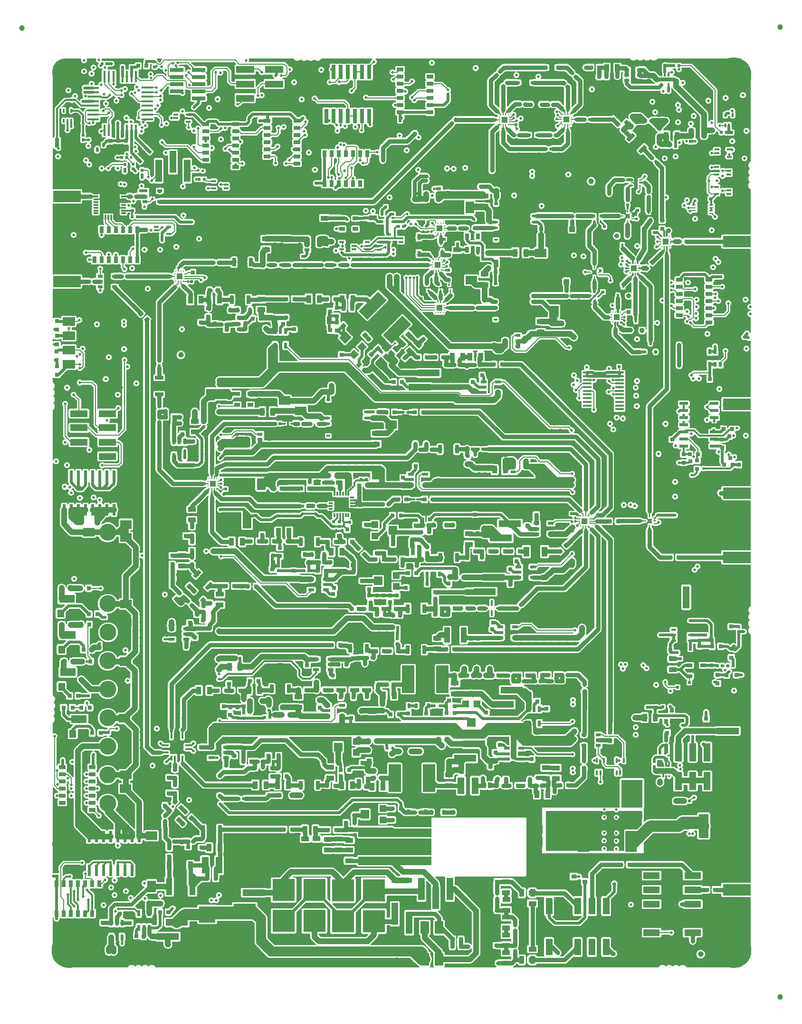
<source format=gtl>
G04 #@! TF.FileFunction,Copper,L1,Top,Signal*
%FSLAX46Y46*%
G04 Gerber Fmt 4.6, Leading zero omitted, Abs format (unit mm)*
G04 Created by KiCad (PCBNEW 4.0.7) date Fri May 21 10:28:59 2021*
%MOMM*%
%LPD*%
G01*
G04 APERTURE LIST*
%ADD10C,0.150000*%
%ADD11R,1.000000X0.500000*%
%ADD12C,0.500000*%
%ADD13R,0.700000X0.800000*%
%ADD14R,2.400000X0.740000*%
%ADD15R,0.700000X0.700000*%
%ADD16R,0.440000X0.200000*%
%ADD17R,0.200000X0.440000*%
%ADD18R,0.760000X0.760000*%
%ADD19R,1.905000X2.425700*%
%ADD20R,0.711200X1.498600*%
%ADD21R,0.914400X5.334000*%
%ADD22R,2.160000X4.910000*%
%ADD23R,2.260000X7.110000*%
%ADD24R,0.495300X0.495300*%
%ADD25R,0.300000X0.210000*%
%ADD26R,2.000000X3.750000*%
%ADD27R,13.000000X1.500000*%
%ADD28R,1.500000X1.600000*%
%ADD29R,1.200000X1.200000*%
%ADD30R,0.610000X1.245000*%
%ADD31R,1.040000X1.800000*%
%ADD32R,0.450000X0.550000*%
%ADD33R,1.100000X0.600000*%
%ADD34R,0.550000X0.450000*%
%ADD35R,3.200000X1.270000*%
%ADD36R,3.200400X1.270000*%
%ADD37R,1.270000X3.200000*%
%ADD38R,1.270000X3.200400*%
%ADD39R,0.900000X0.900000*%
%ADD40R,0.280000X0.200000*%
%ADD41R,0.200000X0.280000*%
%ADD42R,1.000000X1.000000*%
%ADD43R,1.524000X2.032000*%
%ADD44R,2.032000X1.524000*%
%ADD45R,0.800000X1.600000*%
%ADD46C,3.000000*%
%ADD47R,0.797560X0.797560*%
%ADD48R,4.000000X1.200000*%
%ADD49R,4.000000X1.300000*%
%ADD50R,1.300000X4.000000*%
%ADD51R,1.750000X4.250000*%
%ADD52R,1.200000X4.000000*%
%ADD53R,5.000000X2.000000*%
%ADD54C,1.000000*%
%ADD55C,5.000000*%
%ADD56R,1.000000X0.700000*%
%ADD57R,0.600000X2.000000*%
%ADD58R,0.600000X1.100000*%
%ADD59C,0.700000*%
%ADD60R,1.399540X0.899160*%
%ADD61R,0.899160X1.399540*%
%ADD62R,0.800000X0.700000*%
%ADD63R,0.449580X1.998980*%
%ADD64R,1.998980X0.449580*%
%ADD65R,0.600000X0.950000*%
%ADD66R,1.550000X0.600000*%
%ADD67R,0.950000X0.600000*%
%ADD68C,6.350000*%
%ADD69R,0.500000X0.400000*%
%ADD70R,0.650000X0.350000*%
%ADD71R,0.550000X0.250000*%
%ADD72R,0.900000X0.600000*%
%ADD73R,3.000000X3.000000*%
%ADD74R,2.000000X1.050000*%
%ADD75R,0.650000X0.300000*%
%ADD76R,0.698500X0.797560*%
%ADD77R,0.797560X0.698500*%
%ADD78R,1.000000X0.350000*%
%ADD79R,0.350000X1.000000*%
%ADD80R,0.700000X0.400000*%
%ADD81R,2.100000X0.400000*%
%ADD82R,0.800000X0.650000*%
%ADD83R,1.550000X0.650000*%
%ADD84R,0.550000X0.150000*%
%ADD85R,0.700000X0.450000*%
%ADD86R,0.200000X0.050000*%
%ADD87R,0.350000X0.250000*%
%ADD88R,0.700000X0.600000*%
%ADD89R,1.140000X3.050000*%
%ADD90R,1.000000X2.800000*%
%ADD91R,1.000000X2.200000*%
%ADD92R,0.698500X1.050000*%
%ADD93R,1.600000X1.500000*%
%ADD94R,0.800000X0.900000*%
%ADD95R,1.600000X2.500000*%
%ADD96R,0.900000X0.450000*%
%ADD97R,2.160000X1.520000*%
%ADD98R,0.700000X1.000000*%
%ADD99R,1.500000X2.220000*%
%ADD100R,0.950000X0.300000*%
%ADD101R,0.300000X0.950000*%
%ADD102R,2.150000X2.150000*%
%ADD103R,1.200000X3.000000*%
%ADD104R,0.900000X0.800000*%
%ADD105R,3.000000X1.200000*%
%ADD106R,0.300000X0.660000*%
%ADD107R,0.800000X1.100000*%
%ADD108R,0.800000X1.500000*%
%ADD109R,2.100000X1.000000*%
%ADD110R,1.000000X2.100000*%
%ADD111R,0.800000X1.000000*%
%ADD112R,1.000000X0.800000*%
%ADD113R,0.800000X1.700000*%
%ADD114R,0.850000X0.350000*%
%ADD115R,0.350000X0.850000*%
%ADD116R,4.000000X4.000000*%
%ADD117R,3.150000X1.200000*%
%ADD118R,1.220000X2.990000*%
%ADD119R,0.400000X0.400000*%
%ADD120R,0.900000X0.400000*%
%ADD121R,0.400000X0.730000*%
%ADD122R,0.730000X0.400000*%
%ADD123R,0.730000X0.730000*%
%ADD124R,0.675000X0.400000*%
%ADD125R,0.400000X0.675000*%
%ADD126R,1.275000X2.955000*%
%ADD127R,2.900000X6.800000*%
%ADD128R,0.300000X0.500000*%
%ADD129R,5.450000X2.955000*%
%ADD130R,2.900000X0.890000*%
%ADD131R,1.180000X0.700000*%
%ADD132R,0.400000X0.700000*%
%ADD133R,1.000000X0.540000*%
%ADD134R,1.500000X0.450000*%
%ADD135R,0.700000X1.180000*%
%ADD136R,0.250000X0.200000*%
%ADD137R,0.800000X2.500000*%
%ADD138R,0.300000X0.850000*%
%ADD139R,0.850000X0.300000*%
%ADD140R,3.200000X3.200000*%
%ADD141R,4.960000X3.800000*%
%ADD142R,1.440000X1.600000*%
%ADD143R,1.400000X1.340000*%
%ADD144R,1.900000X1.700000*%
%ADD145R,0.600000X2.400000*%
%ADD146R,2.100000X1.270000*%
%ADD147R,3.800000X4.960000*%
%ADD148R,1.600000X1.440000*%
%ADD149R,1.340000X1.400000*%
%ADD150R,1.700000X1.900000*%
%ADD151R,2.400000X0.600000*%
%ADD152R,0.500000X1.000000*%
%ADD153R,0.630000X0.830000*%
%ADD154R,1.100000X1.000000*%
%ADD155R,0.320000X0.430000*%
%ADD156R,0.425000X0.320000*%
%ADD157R,0.400000X0.320000*%
%ADD158R,0.440000X0.950000*%
%ADD159R,0.350000X0.240000*%
%ADD160R,2.425700X1.905000*%
%ADD161R,1.498600X0.711200*%
%ADD162R,5.334000X0.914400*%
%ADD163R,1.050000X2.000000*%
%ADD164R,1.200000X1.400000*%
%ADD165R,2.800000X1.400000*%
%ADD166R,0.750000X0.250000*%
%ADD167R,0.250000X0.400000*%
%ADD168R,0.240000X0.400000*%
%ADD169R,0.300000X0.700000*%
%ADD170R,0.700000X0.300000*%
%ADD171R,2.600000X2.600000*%
%ADD172C,0.790000*%
%ADD173C,0.200000*%
%ADD174C,0.500000*%
%ADD175C,1.000000*%
%ADD176C,0.700000*%
%ADD177C,0.300000*%
%ADD178C,0.400000*%
%ADD179C,0.600000*%
%ADD180C,0.860000*%
%ADD181C,0.100000*%
%ADD182C,2.000000*%
%ADD183C,0.250000*%
G04 APERTURE END LIST*
D10*
D11*
X119420000Y-131610000D03*
X119420000Y-130620000D03*
X119420000Y-129420000D03*
D12*
X134230500Y-131425540D03*
X117684500Y-132215540D03*
X120390500Y-128535540D03*
X117530500Y-128545540D03*
X118927500Y-128545540D03*
X122536540Y-126479740D03*
X124157500Y-128755540D03*
X112640000Y-125980000D03*
D13*
X126090000Y-126270000D03*
X124590000Y-126270000D03*
X129330000Y-125180000D03*
X130830000Y-125180000D03*
D12*
X134980500Y-134895540D03*
X134980500Y-133565540D03*
X134120500Y-132465540D03*
X136207500Y-132475540D03*
X135960500Y-128095540D03*
X136416540Y-125069740D03*
X141433780Y-124293980D03*
X132460500Y-131125540D03*
X130920500Y-131125540D03*
X132470500Y-129515540D03*
X130860500Y-129525540D03*
X131650500Y-130305540D03*
X139924500Y-128735540D03*
X138694500Y-129155540D03*
X137297500Y-129155540D03*
X135900500Y-129155540D03*
X140424500Y-131255540D03*
X136300500Y-131385540D03*
X137697500Y-131385540D03*
X139094500Y-131385540D03*
X109490500Y-129895540D03*
X110730000Y-128560000D03*
X115490500Y-128295540D03*
X116460500Y-128965540D03*
X118887500Y-129625540D03*
X117490500Y-129625540D03*
X127134500Y-129635540D03*
X125737500Y-129635540D03*
X124340500Y-129635540D03*
X120350500Y-129615540D03*
X121747500Y-129615540D03*
X123144500Y-129615540D03*
X128674500Y-129625540D03*
X129184500Y-132185540D03*
X127864500Y-131635540D03*
X124074500Y-131605540D03*
X118804500Y-132205540D03*
X117147500Y-131595540D03*
X115490500Y-131195540D03*
X119740500Y-131615540D03*
X121137500Y-131615540D03*
X122534500Y-131615540D03*
X134686540Y-125219740D03*
X127390000Y-126390000D03*
X123656540Y-126439740D03*
X121406540Y-126459740D03*
X142365240Y-63920580D03*
X139926840Y-63666580D03*
D14*
X102388780Y-58053980D03*
X106263780Y-58053980D03*
X102363780Y-55513980D03*
X106263780Y-55513980D03*
X106263780Y-56783980D03*
X102363780Y-56783980D03*
X102363780Y-54243980D03*
X106263780Y-54243980D03*
X106263780Y-52973980D03*
X102363780Y-52973980D03*
D12*
X102832840Y-144345300D03*
X102806500Y-142303500D03*
X164703180Y-124768480D03*
X168579220Y-72320020D03*
X152669240Y-79964280D03*
X154493420Y-79956260D03*
X143700020Y-79925960D03*
X144018000Y-77828140D03*
X149511540Y-77807600D03*
X100980240Y-110987840D03*
X101193040Y-107574620D03*
X100339600Y-106553540D03*
X175045820Y-103064360D03*
X176442820Y-103064360D03*
X173648820Y-103064360D03*
X173664060Y-104151480D03*
X176458060Y-104151480D03*
X175061060Y-104151480D03*
X166437760Y-112792560D03*
X167834760Y-112792560D03*
X159595000Y-112777320D03*
X160992000Y-112777320D03*
X164040000Y-112838280D03*
X162643000Y-112838280D03*
X135355780Y-97397620D03*
X168040740Y-53767860D03*
X169529180Y-53772940D03*
X186283600Y-54871620D03*
X184767220Y-55100220D03*
X188569600Y-53708300D03*
X188191140Y-52405280D03*
X183791860Y-52417980D03*
X186230260Y-52425600D03*
X186778900Y-51407060D03*
X184340500Y-51399440D03*
X197555540Y-52873780D03*
X198612180Y-51288820D03*
X198940420Y-60568840D03*
X198950580Y-61986160D03*
X198963280Y-59184540D03*
X200759060Y-58940700D03*
X204111860Y-58737500D03*
X202511660Y-58752740D03*
X202429800Y-67146040D03*
X202420220Y-65351660D03*
X202481180Y-60672980D03*
X202490760Y-62467360D03*
X204185520Y-67162680D03*
X204139800Y-65257680D03*
X204090960Y-62452120D03*
X204081380Y-60657740D03*
X201681080Y-70614540D03*
X201673460Y-69860160D03*
X198099680Y-69608700D03*
X197622160Y-68973700D03*
X198582280Y-68981320D03*
X198793100Y-66194940D03*
X197596760Y-66644520D03*
X196054980Y-66301620D03*
X173059780Y-64522220D03*
X179364060Y-64677160D03*
X176824060Y-64644140D03*
X174060540Y-66003040D03*
X176016340Y-66015740D03*
X180512140Y-66061460D03*
X178556340Y-66048760D03*
X185376820Y-65011300D03*
X186273440Y-65984120D03*
X187220860Y-65664080D03*
X186392820Y-63131700D03*
X184678320Y-63131700D03*
X185887360Y-63929260D03*
X167454000Y-87344120D03*
X166552300Y-87344120D03*
X169386940Y-87374600D03*
X170288640Y-87374600D03*
X164588880Y-87328880D03*
X163687180Y-87328880D03*
X185516520Y-74104500D03*
X186888120Y-66888360D03*
X185648600Y-60706000D03*
X182605680Y-60739020D03*
X186608720Y-60700920D03*
X188383600Y-60996700D03*
X202605640Y-81274920D03*
X202605640Y-80383380D03*
X201683620Y-87454740D03*
X201683620Y-86563200D03*
X202521820Y-85938360D03*
X202521820Y-86829900D03*
X164939400Y-60849380D03*
X163969120Y-60826520D03*
X155567840Y-66227560D03*
X157246320Y-64556640D03*
X155578000Y-65130280D03*
X134157140Y-101446200D03*
X133715180Y-99769800D03*
X143664940Y-116974620D03*
X154030680Y-118704360D03*
X153984960Y-117744240D03*
X148498560Y-118902480D03*
X147172680Y-122285760D03*
X151592280Y-123977400D03*
X150693120Y-123931680D03*
X149824440Y-123916440D03*
X146913600Y-117355620D03*
X146019520Y-116964460D03*
X124084080Y-114863880D03*
X118517720Y-114777760D03*
X170635140Y-82256580D03*
X170658000Y-83353860D03*
X174640240Y-75773280D03*
X182834280Y-97139760D03*
X184487820Y-81221580D03*
X184225620Y-80313400D03*
X179847240Y-83134200D03*
X180025040Y-80086200D03*
X180045360Y-81854040D03*
X179847240Y-84038440D03*
X180049860Y-85461980D03*
X147088380Y-77807600D03*
X151640540Y-77563980D03*
X160667700Y-70096380D03*
X157185360Y-69461380D03*
X159570420Y-70490080D03*
X159486600Y-73418700D03*
X160726120Y-74472800D03*
X166542140Y-72365740D03*
X163997060Y-74534900D03*
X163029320Y-74504420D03*
X167655240Y-74736960D03*
X168538580Y-74755880D03*
X166709780Y-74717780D03*
X163830000Y-72527160D03*
X162603180Y-72542400D03*
X160942020Y-71856600D03*
X89030480Y-94125660D03*
X82506820Y-92791280D03*
X83797140Y-92847160D03*
X82402680Y-88468200D03*
X84048600Y-88445340D03*
X90799340Y-88644600D03*
X112396960Y-85609300D03*
X115749760Y-85731220D03*
X125792920Y-86625300D03*
X144569180Y-81785460D03*
X147091400Y-81810860D03*
X146296380Y-81805780D03*
X155097480Y-82224880D03*
X151089360Y-82209640D03*
X151122380Y-80032860D03*
X152933400Y-78143100D03*
X152948640Y-76895960D03*
X156034740Y-70899020D03*
X157520640Y-70901560D03*
X168125140Y-70238620D03*
X158404560Y-72321420D03*
D10*
G36*
X176029220Y-88903740D02*
X176069220Y-88953740D01*
X176069220Y-89053740D01*
X176029220Y-89103740D01*
X176029220Y-88903740D01*
X176029220Y-88903740D01*
G37*
G36*
X176869220Y-88263740D02*
X176819220Y-88303740D01*
X176719220Y-88303740D01*
X176669220Y-88263740D01*
X176869220Y-88263740D01*
X176869220Y-88263740D01*
G37*
G36*
X177509220Y-89103740D02*
X177469220Y-89053740D01*
X177469220Y-88953740D01*
X177509220Y-88903740D01*
X177509220Y-89103740D01*
X177509220Y-89103740D01*
G37*
G36*
X176669220Y-89743740D02*
X176719220Y-89703740D01*
X176819220Y-89703740D01*
X176869220Y-89743740D01*
X176669220Y-89743740D01*
X176669220Y-89743740D01*
G37*
G36*
X176029220Y-89403740D02*
X176069220Y-89453740D01*
X176069220Y-89553740D01*
X176029220Y-89603740D01*
X176029220Y-89403740D01*
X176029220Y-89403740D01*
G37*
G36*
X176029220Y-88403740D02*
X176069220Y-88453740D01*
X176069220Y-88553740D01*
X176029220Y-88603740D01*
X176029220Y-88403740D01*
X176029220Y-88403740D01*
G37*
G36*
X176369220Y-88263740D02*
X176319220Y-88303740D01*
X176219220Y-88303740D01*
X176169220Y-88263740D01*
X176369220Y-88263740D01*
X176369220Y-88263740D01*
G37*
G36*
X177369220Y-88263740D02*
X177319220Y-88303740D01*
X177219220Y-88303740D01*
X177169220Y-88263740D01*
X177369220Y-88263740D01*
X177369220Y-88263740D01*
G37*
G36*
X177509220Y-88603740D02*
X177469220Y-88553740D01*
X177469220Y-88453740D01*
X177509220Y-88403740D01*
X177509220Y-88603740D01*
X177509220Y-88603740D01*
G37*
G36*
X177509220Y-89603740D02*
X177469220Y-89553740D01*
X177469220Y-89453740D01*
X177509220Y-89403740D01*
X177509220Y-89603740D01*
X177509220Y-89603740D01*
G37*
G36*
X177169220Y-89743740D02*
X177219220Y-89703740D01*
X177319220Y-89703740D01*
X177369220Y-89743740D01*
X177169220Y-89743740D01*
X177169220Y-89743740D01*
G37*
D15*
X176769220Y-89003740D03*
D16*
X177729220Y-89503740D03*
X177729220Y-89003740D03*
X177729220Y-88503740D03*
D17*
X176269220Y-88043740D03*
X176769220Y-88043740D03*
X177269220Y-88043740D03*
X177269220Y-89963740D03*
X176269220Y-89963740D03*
X176769220Y-89963740D03*
D16*
X175809220Y-89503740D03*
X175809220Y-88503740D03*
X175809220Y-89003740D03*
D18*
X176769220Y-89003740D03*
D10*
G36*
X176169220Y-89743740D02*
X176219220Y-89703740D01*
X176319220Y-89703740D01*
X176369220Y-89743740D01*
X176169220Y-89743740D01*
X176169220Y-89743740D01*
G37*
D12*
X181744620Y-88308180D03*
X188655380Y-89038300D03*
X147731480Y-83499960D03*
X146425920Y-83515200D03*
X143301720Y-81884520D03*
X143271240Y-83484720D03*
X143215360Y-84282280D03*
X145130520Y-84322920D03*
X144332960Y-84201000D03*
X173811620Y-81174460D03*
X173796960Y-80208120D03*
X172958180Y-83658580D03*
X173453480Y-82561300D03*
X171589120Y-81133820D03*
X171078580Y-75403580D03*
X173471840Y-73319640D03*
X172678780Y-73308080D03*
X173356960Y-74420600D03*
X174076360Y-74259440D03*
X175861980Y-90873580D03*
X181523640Y-80601820D03*
X181820820Y-76741020D03*
X183661740Y-74519660D03*
X187161860Y-73422380D03*
X178308000Y-74302620D03*
X178341020Y-73207880D03*
X181635400Y-73700640D03*
X180848000Y-73604120D03*
X182308500Y-73289160D03*
X180586380Y-75117960D03*
X189684080Y-72777220D03*
X190857560Y-80178780D03*
X189785680Y-77110460D03*
X189778060Y-77826740D03*
X192102160Y-77102840D03*
X192635560Y-75548360D03*
X192086920Y-74512040D03*
X192092000Y-73551920D03*
X192092000Y-72820400D03*
X191475360Y-71358760D03*
X190723520Y-70672960D03*
X190200280Y-70134480D03*
X187802520Y-71147940D03*
X181823360Y-69880480D03*
X180533040Y-69824600D03*
X183080660Y-69893180D03*
X184668160Y-69880480D03*
X184685360Y-71608820D03*
X179903120Y-71782940D03*
X182311040Y-71600060D03*
X159562800Y-101114860D03*
X162134020Y-89849880D03*
X165232820Y-89849880D03*
X164013620Y-89849880D03*
X163099220Y-89849880D03*
X166742800Y-91121100D03*
X167022200Y-92106620D03*
X116631720Y-86619080D03*
X118724680Y-86644480D03*
X144307560Y-86614000D03*
X144297400Y-88803480D03*
X146357340Y-86652100D03*
X143283940Y-86616540D03*
X143283940Y-88788240D03*
X147124420Y-86766400D03*
X142516860Y-90182700D03*
X134680380Y-89665680D03*
X133227500Y-89647900D03*
X140479200Y-88789380D03*
X140400460Y-86625300D03*
X145669000Y-88788240D03*
X145975520Y-90613280D03*
X146638460Y-92866260D03*
X145876460Y-92632580D03*
X150227720Y-92667960D03*
X150232800Y-91154120D03*
X150418800Y-91948000D03*
X148642520Y-92010280D03*
X146448200Y-91999940D03*
X147744180Y-91142820D03*
X149582560Y-90630880D03*
X151632920Y-90840560D03*
X151675280Y-89686180D03*
X152104540Y-93557140D03*
X152104540Y-92619880D03*
X158418980Y-92985640D03*
X158418980Y-92149980D03*
X151050440Y-99320400D03*
X156618120Y-99411840D03*
X152427120Y-99411840D03*
X155221120Y-99411840D03*
X153824120Y-99411840D03*
X154189880Y-97501760D03*
X155586880Y-97501760D03*
X152792880Y-97501760D03*
X156983880Y-97501760D03*
X151416200Y-97410320D03*
X149409600Y-97146160D03*
X148012600Y-97146160D03*
X167868020Y-96599880D03*
X174772320Y-87157560D03*
X179928520Y-94269560D03*
X179808560Y-92035500D03*
X176051900Y-93958280D03*
X173421040Y-90408760D03*
X172867320Y-91864180D03*
X172872400Y-91125040D03*
X170721020Y-91097100D03*
X168906880Y-92137100D03*
X170288640Y-94311340D03*
X168713840Y-94321500D03*
X166826620Y-88289000D03*
X167728320Y-88289000D03*
X171602400Y-88529160D03*
X171602880Y-87679480D03*
X170757060Y-89691160D03*
X170734200Y-88593880D03*
X175013040Y-88131520D03*
X175688680Y-87659080D03*
X174103720Y-89655520D03*
X174109380Y-88849200D03*
X174109380Y-88079580D03*
X204309400Y-135936860D03*
X204195100Y-143518760D03*
X173990000Y-93987620D03*
X173545500Y-92308680D03*
X173984920Y-90942160D03*
X177485040Y-97825560D03*
X176669700Y-97734120D03*
X176780880Y-96627820D03*
X177370740Y-97071180D03*
X178668100Y-99762180D03*
X182561920Y-103602660D03*
X181388440Y-102459660D03*
X182422220Y-100232080D03*
X187624140Y-98540440D03*
X187710500Y-100163500D03*
X188706760Y-96870520D03*
X187721240Y-93510100D03*
X188534040Y-94609920D03*
X188046360Y-95166180D03*
X187715580Y-96871660D03*
X185945200Y-97176460D03*
X184988200Y-93781880D03*
X185801000Y-93786960D03*
X185795920Y-92989400D03*
X184983120Y-92984320D03*
X183878220Y-83850480D03*
X187073540Y-83431380D03*
X186720480Y-84068920D03*
X186720480Y-82798920D03*
X193525140Y-80083660D03*
X190880420Y-82599400D03*
X190882960Y-81781520D03*
X190926140Y-80940780D03*
X190855600Y-79197200D03*
X193537840Y-81650840D03*
X194056000Y-84551520D03*
X195193920Y-84582000D03*
X197568820Y-84543900D03*
X197599300Y-82417920D03*
X194304920Y-82478880D03*
X195143120Y-82468720D03*
X186888120Y-88900000D03*
X187413900Y-88346280D03*
X187020200Y-90520520D03*
X188663580Y-87035640D03*
X188650880Y-90022680D03*
X187695840Y-91130120D03*
X187619640Y-77795120D03*
X187756800Y-78994000D03*
X187779660Y-80147160D03*
X187975240Y-81046320D03*
X185384440Y-78287880D03*
X185333640Y-77525880D03*
X185775600Y-78973680D03*
X187589160Y-76801980D03*
X184480200Y-76708000D03*
X185328560Y-76520040D03*
X183885840Y-81739740D03*
X183885840Y-82829400D03*
X155048640Y-85327360D03*
X152740360Y-82179160D03*
X150911560Y-84226400D03*
X150916640Y-83439000D03*
X150286720Y-83825080D03*
X198506080Y-84559140D03*
X196123560Y-84566760D03*
X196128640Y-82440780D03*
X181531260Y-81714340D03*
X186470980Y-85909020D03*
X185559120Y-87257760D03*
X186552840Y-72374760D03*
X183608400Y-76686280D03*
X181592220Y-75057000D03*
X183677560Y-75255120D03*
X185402220Y-75232260D03*
X183354400Y-71629140D03*
X181119780Y-71597520D03*
X178958240Y-72445880D03*
X178216560Y-75148440D03*
X156514800Y-69748400D03*
X154752040Y-69748400D03*
X152948640Y-67543680D03*
X155486100Y-67541140D03*
X150022560Y-67528440D03*
D10*
G36*
X182446332Y-66521150D02*
X183146792Y-66521150D01*
X183793370Y-67167728D01*
X183793370Y-67868188D01*
X182446332Y-66521150D01*
X182446332Y-66521150D01*
G37*
G36*
X183793371Y-67868188D02*
X182078142Y-69583417D01*
X180731103Y-68236378D01*
X182446332Y-66521149D01*
X183793371Y-67868188D01*
X183793371Y-67868188D01*
G37*
G36*
X184017877Y-64680197D02*
X182958207Y-65739867D01*
X182455313Y-65236973D01*
X183514983Y-64177303D01*
X184017877Y-64680197D01*
X184017877Y-64680197D01*
G37*
G36*
X185149389Y-65811709D02*
X181377681Y-69583417D01*
X180731103Y-68936839D01*
X184502811Y-65165131D01*
X185149389Y-65811709D01*
X185149389Y-65811709D01*
G37*
G36*
X186137217Y-66799537D02*
X185077547Y-67859207D01*
X184574653Y-67356313D01*
X185634323Y-66296643D01*
X186137217Y-66799537D01*
X186137217Y-66799537D01*
G37*
G36*
X182078141Y-69583417D02*
X181377681Y-69583417D01*
X180731103Y-68936839D01*
X180731103Y-68236379D01*
X182078141Y-69583417D01*
X182078141Y-69583417D01*
G37*
D12*
X148830820Y-70004720D03*
X98570560Y-200397340D03*
X99027760Y-197184240D03*
X104761720Y-193043680D03*
X104350240Y-192469640D03*
X103207240Y-191669540D03*
X102498580Y-193864100D03*
X102529060Y-195273800D03*
X98741920Y-195395720D03*
X98736840Y-193968240D03*
X110296960Y-66349880D03*
X141466080Y-63369400D03*
X126027960Y-73163640D03*
X129336220Y-85009860D03*
X118863160Y-118580140D03*
X120240200Y-164682400D03*
X121162220Y-164667160D03*
X122427140Y-164697640D03*
X118842300Y-184060060D03*
X148165820Y-174261780D03*
X95460820Y-201828400D03*
X152662080Y-70898620D03*
X152691620Y-64899320D03*
X165807500Y-142378380D03*
X167560100Y-141850060D03*
X180501980Y-105804840D03*
X178325200Y-104849800D03*
X181223920Y-60746640D03*
X177154840Y-55742840D03*
X178871880Y-56098440D03*
X180873400Y-55953660D03*
X195051100Y-56747280D03*
X197787260Y-64907160D03*
X197339640Y-142007460D03*
X199562140Y-146762340D03*
X199572880Y-145379440D03*
X188554100Y-155772760D03*
X197416160Y-165279980D03*
X187601600Y-164728800D03*
X189211960Y-164906600D03*
X196042020Y-162521540D03*
X194957440Y-162465660D03*
X81203800Y-195709540D03*
X88817120Y-97483540D03*
X89222020Y-101709760D03*
X142377160Y-158043880D03*
X150870920Y-158165800D03*
X196046780Y-102490140D03*
X198107400Y-109671840D03*
X195900140Y-113933960D03*
X194068800Y-113639320D03*
X204274420Y-118686580D03*
X198848980Y-121856500D03*
X200578720Y-119989600D03*
X190260660Y-133183500D03*
X189833940Y-190696720D03*
X191266500Y-190704340D03*
X191180140Y-185202700D03*
X189747580Y-185195080D03*
X187431100Y-183102120D03*
X105759100Y-174879360D03*
X109520840Y-174478040D03*
X109930620Y-167788460D03*
D10*
G36*
X145924320Y-154552600D02*
X145429020Y-155047900D01*
X144514620Y-155047900D01*
X144019320Y-154552600D01*
X145924320Y-154552600D01*
X145924320Y-154552600D01*
G37*
D19*
X144971820Y-153339750D03*
D20*
X146470420Y-156216300D03*
D21*
X144971820Y-154298600D03*
D20*
X143473220Y-156216300D03*
D10*
G36*
X144019320Y-152126900D02*
X144514620Y-151631600D01*
X145429020Y-151631600D01*
X145924320Y-152126900D01*
X144019320Y-152126900D01*
X144019320Y-152126900D01*
G37*
D22*
X141171660Y-179012820D03*
X147271660Y-179012820D03*
D23*
X144221660Y-179012820D03*
D12*
X100229180Y-60323940D03*
X202198660Y-143541620D03*
X200054900Y-143546700D03*
X199978700Y-135830180D03*
X202127540Y-135835260D03*
X201873540Y-124557660D03*
X204307440Y-124587000D03*
X202173840Y-132062220D03*
X204299820Y-132074920D03*
X199717660Y-109489240D03*
X200487380Y-108846340D03*
X203250900Y-108775220D03*
X203329540Y-79667100D03*
X201853800Y-79710280D03*
X199649080Y-87276940D03*
X203420980Y-87332820D03*
X203420980Y-86441280D03*
X203502260Y-80812640D03*
X199552560Y-80756760D03*
X199623680Y-85912960D03*
X168434340Y-134649780D03*
X118256740Y-101354760D03*
X116374600Y-98517580D03*
X117898600Y-98144200D03*
X122259780Y-98184840D03*
X111231680Y-101010720D03*
X109136180Y-99867720D03*
X107878880Y-99974400D03*
X105120440Y-96964500D03*
X103583740Y-93063060D03*
X106692700Y-95379540D03*
X105577640Y-95387160D03*
X105930700Y-92496640D03*
X105325600Y-91875480D03*
X110974560Y-92114240D03*
X107045760Y-92489020D03*
X109648680Y-91189680D03*
X108104360Y-91176980D03*
X112127720Y-92571440D03*
X159451040Y-207070960D03*
X159456900Y-205614500D03*
X93973160Y-206666060D03*
X96525860Y-203681560D03*
X93042740Y-164353240D03*
X93207840Y-154208480D03*
X93268800Y-152120600D03*
X93959120Y-129880900D03*
X92587520Y-129893600D03*
X102816100Y-121173780D03*
X104040380Y-115862640D03*
X104055620Y-114760280D03*
X104320120Y-110342640D03*
X104312720Y-111259620D03*
X101480060Y-113678240D03*
X100385880Y-112191800D03*
X133344340Y-97168840D03*
X92498620Y-109563440D03*
X83667040Y-108697300D03*
X90837460Y-110206060D03*
X92305580Y-114971100D03*
X123729260Y-57268320D03*
X122332260Y-57268320D03*
X106446260Y-132316360D03*
X103901180Y-134206120D03*
X103931660Y-137711320D03*
X106171940Y-137825620D03*
X106159240Y-134316660D03*
X106159240Y-135859660D03*
X102107440Y-135951500D03*
X170082800Y-182403080D03*
X177116740Y-181907180D03*
X176138840Y-181907180D03*
X146988980Y-93709540D03*
X101422180Y-149473640D03*
X102270540Y-148757360D03*
X100995460Y-148467800D03*
X105956080Y-151078920D03*
X110543200Y-149646240D03*
X108294020Y-146038800D03*
X131598080Y-140287200D03*
X132004080Y-146290060D03*
X132633720Y-144917160D03*
X148383780Y-77830460D03*
X141193520Y-77264260D03*
X127981220Y-81243380D03*
X131312920Y-80342740D03*
X130107200Y-80565200D03*
X138478260Y-79347060D03*
X138001520Y-81238300D03*
X136614680Y-81248460D03*
X135644400Y-80522020D03*
X151074120Y-73835260D03*
X123167140Y-85473540D03*
X122224800Y-84579460D03*
X124233940Y-84267040D03*
X121048780Y-84198460D03*
X119755920Y-84201000D03*
X163034980Y-70035420D03*
X161940240Y-70050660D03*
X182986680Y-94289880D03*
X174395820Y-99106860D03*
X185617540Y-110234600D03*
X186806260Y-109068740D03*
X194386200Y-126293880D03*
X194424300Y-130672840D03*
X192979040Y-130596640D03*
X198162600Y-131329300D03*
X196280460Y-131359780D03*
X142021560Y-147756880D03*
X127243840Y-191287400D03*
X125227080Y-191312800D03*
X127657860Y-194226180D03*
X126265360Y-194267960D03*
X123136660Y-140340080D03*
X124058680Y-140675360D03*
X121909840Y-140995400D03*
X117561360Y-141876780D03*
X117703600Y-140660120D03*
X117708680Y-139466320D03*
X142563260Y-139009580D03*
X137962640Y-137104120D03*
X143108000Y-134085900D03*
X136019540Y-135841740D03*
X148630640Y-124637800D03*
X93253040Y-176007620D03*
X82912700Y-184707120D03*
X91317520Y-170960320D03*
X83433360Y-162827240D03*
X83314540Y-156270960D03*
X83248500Y-149702520D03*
X85089440Y-162908520D03*
X85409480Y-171033980D03*
X91699080Y-208483200D03*
X91348560Y-206395320D03*
X88590120Y-203934060D03*
X83515200Y-204505560D03*
X87325200Y-204779880D03*
X114764820Y-211406740D03*
X112036860Y-211376260D03*
X112029240Y-205633320D03*
X114757200Y-205663800D03*
X107092260Y-208446600D03*
X108336860Y-208472000D03*
X93188080Y-184305140D03*
X98905060Y-184497980D03*
X98392540Y-185303360D03*
X97325740Y-185288120D03*
X105363840Y-182042200D03*
X111073620Y-186782580D03*
X111157440Y-189558800D03*
X104638620Y-188820020D03*
X103407900Y-188822200D03*
X116278980Y-181674540D03*
X117675980Y-181674540D03*
X117675980Y-178339520D03*
X113740090Y-171937230D03*
X114629090Y-171937230D03*
X116833810Y-174886170D03*
X115944810Y-174886170D03*
X129386490Y-172470630D03*
X128497490Y-172470630D03*
X124550330Y-172485870D03*
X125439330Y-172485870D03*
X131914620Y-160855720D03*
X131190720Y-159766060D03*
X128924120Y-162094520D03*
X157260980Y-152398600D03*
X164504100Y-152320440D03*
X161109920Y-139864280D03*
X159712920Y-139864280D03*
X161008320Y-137547800D03*
X162405320Y-137547800D03*
X168366440Y-132212080D03*
X171218180Y-131970080D03*
X152656800Y-144499780D03*
X153909020Y-142023280D03*
X158420060Y-139854120D03*
X155778460Y-139843960D03*
X153647400Y-140837100D03*
X155044400Y-140837100D03*
X156441400Y-140837100D03*
X160378400Y-140824400D03*
X158981400Y-140824400D03*
X157584400Y-140824400D03*
X155449840Y-133993020D03*
X157118620Y-132933840D03*
X157151640Y-137688720D03*
X155940060Y-137355980D03*
X141383200Y-125427080D03*
X147381420Y-125898560D03*
X146901360Y-123498260D03*
X154142440Y-124907040D03*
X155519120Y-124942600D03*
X156667200Y-124932440D03*
X157744160Y-124932440D03*
X147619720Y-117980460D03*
X144865540Y-116948000D03*
X121784800Y-103633140D03*
X110175040Y-112128300D03*
X114175540Y-111922560D03*
X116945860Y-112294720D03*
X121069100Y-107189320D03*
X122422100Y-107189320D03*
X123819100Y-107189320D03*
X128283600Y-113140920D03*
X127064400Y-113140920D03*
X130179500Y-102787320D03*
X129389560Y-103666160D03*
X171526680Y-83369100D03*
X171503820Y-82271820D03*
X169857900Y-88631980D03*
X169880760Y-89729260D03*
X169088280Y-82393740D03*
X169065420Y-81296460D03*
X160841320Y-99693240D03*
X164330380Y-99110800D03*
X158008320Y-101099620D03*
X171139540Y-97077400D03*
X167009500Y-96589720D03*
X160943980Y-88799540D03*
X162117460Y-88791920D03*
X162470520Y-87351740D03*
X161297040Y-87359360D03*
X156681860Y-88014680D03*
X154789560Y-86295100D03*
X153616080Y-86302720D03*
X154324740Y-86980900D03*
X155498220Y-86973280D03*
X152156160Y-88620600D03*
X152140920Y-90297000D03*
X155337960Y-92589400D03*
X136038000Y-142392860D03*
X150292060Y-147753520D03*
X143141700Y-144010380D03*
X155394080Y-178060220D03*
X155363600Y-177171220D03*
X115438700Y-183788280D03*
X116570180Y-183790460D03*
X113278340Y-183805700D03*
X143821840Y-186904500D03*
X145052560Y-186902320D03*
X146184040Y-186904500D03*
X124520380Y-96287460D03*
X126778440Y-98027360D03*
X126847020Y-97112960D03*
X152739780Y-107720000D03*
X153997080Y-107709840D03*
X142650680Y-152193360D03*
X138386020Y-153163640D03*
X139783020Y-153163640D03*
X150971940Y-151418160D03*
X151947880Y-151404320D03*
X150190200Y-151632920D03*
X156529460Y-151662000D03*
X155132460Y-151662000D03*
X155798520Y-152445720D03*
X139696660Y-161177340D03*
X141093660Y-161177340D03*
X153644020Y-162091240D03*
X140805900Y-166147500D03*
X126537440Y-166385300D03*
X125501120Y-166400540D03*
X134416520Y-165780780D03*
X135813520Y-165780780D03*
X132806160Y-167050780D03*
X139156160Y-168465560D03*
X138023320Y-168523980D03*
X136626320Y-168523980D03*
X135229320Y-168523980D03*
X138302720Y-160502660D03*
X135935440Y-159918460D03*
X134538440Y-159918460D03*
X133141440Y-159918460D03*
X166029360Y-168165620D03*
X167080920Y-170817380D03*
X166557680Y-177571240D03*
X167845460Y-175673860D03*
X135334520Y-178190120D03*
X134103800Y-178192300D03*
X129508410Y-175000470D03*
X132216050Y-175229070D03*
X133105050Y-175229070D03*
X122482770Y-176204430D03*
X122482770Y-177220430D03*
X119208710Y-173285970D03*
X120097710Y-173285970D03*
X127374810Y-172485870D03*
X126485810Y-172485870D03*
X133197600Y-63093600D03*
X137463040Y-56727300D03*
X139891280Y-60344260D03*
X144346440Y-62294980D03*
X130274840Y-70694760D03*
X135075440Y-71952060D03*
X90947240Y-73271380D03*
X89758520Y-73240900D03*
X86939120Y-67495420D03*
X88397080Y-63334900D03*
X94249240Y-61419740D03*
X85618320Y-60012580D03*
X89273380Y-59593480D03*
X95788480Y-53766720D03*
X107017240Y-81611340D03*
X105620240Y-81611340D03*
X140324700Y-118468540D03*
X141109560Y-118476160D03*
X123212280Y-97239960D03*
X125251900Y-192987800D03*
X126394900Y-192987800D03*
X127625620Y-192985620D03*
X156883880Y-206790520D03*
X149641560Y-208815940D03*
X145755360Y-208495900D03*
X141080000Y-211862900D03*
X142324600Y-211888300D03*
X143658100Y-211926400D03*
X122131600Y-211583500D03*
X120798100Y-211545400D03*
X119553500Y-211520000D03*
X96868760Y-208647260D03*
X98000240Y-208649440D03*
X99704580Y-211471380D03*
X95201740Y-208643220D03*
X97342380Y-211471380D03*
X107731560Y-207507840D03*
X88315800Y-208940400D03*
X92866900Y-211463760D03*
X89961720Y-211470240D03*
X95229100Y-211463760D03*
X146015220Y-201895940D03*
X144681720Y-201857840D03*
X143437120Y-201832440D03*
X202244380Y-180615460D03*
X203676940Y-180623080D03*
X203689640Y-181984520D03*
X202257080Y-181976900D03*
X199318300Y-181049800D03*
X200750860Y-181057420D03*
X199297980Y-194245100D03*
X197865420Y-194237480D03*
X200639100Y-194214620D03*
X202071660Y-194222240D03*
X201848140Y-203833600D03*
X200415580Y-203825980D03*
X197641900Y-203848840D03*
X199074460Y-203856460D03*
X204195100Y-196165340D03*
X202762540Y-196157720D03*
X199988860Y-196180580D03*
X201421420Y-196188200D03*
X201147100Y-201865100D03*
X199714540Y-201857480D03*
X202488220Y-201834620D03*
X203920780Y-201842240D03*
X86674960Y-76542900D03*
X85697060Y-76545440D03*
X85699600Y-74462640D03*
X86644480Y-74452480D03*
X85567520Y-73347580D03*
X82225660Y-72757240D03*
X83240880Y-72748140D03*
D24*
X133647180Y-87701120D03*
X132748020Y-87701120D03*
D12*
X148518880Y-83499960D03*
X145608040Y-83738720D03*
X146004280Y-84373720D03*
X144703800Y-83378040D03*
X151571960Y-83825080D03*
X148569680Y-84297520D03*
X181144600Y-175883440D03*
X158174760Y-174103660D03*
X149218380Y-176933360D03*
X149218380Y-175933360D03*
X149218380Y-177933360D03*
X138611340Y-174815000D03*
X138611340Y-173815000D03*
X138611340Y-176765720D03*
X138611340Y-175765720D03*
X140673560Y-107238720D03*
X139495000Y-106598640D03*
X138456140Y-105534380D03*
X142630580Y-105731180D03*
X143925980Y-105731180D03*
X82389980Y-94142560D03*
X83929220Y-94073980D03*
X86017100Y-88549480D03*
X84155280Y-86205060D03*
X81236820Y-85511640D03*
X82448400Y-86365080D03*
X83339940Y-86822280D03*
X83423760Y-80063340D03*
X82408540Y-80072440D03*
X81213960Y-80063340D03*
X85013800Y-80055720D03*
D25*
X150891700Y-91352020D03*
X150641700Y-92152020D03*
X151141700Y-92152020D03*
X151141700Y-91752020D03*
X150641700Y-91752020D03*
D10*
G36*
X151727360Y-118838580D02*
X151232060Y-119333880D01*
X150317660Y-119333880D01*
X149822360Y-118838580D01*
X151727360Y-118838580D01*
X151727360Y-118838580D01*
G37*
D19*
X150774860Y-117625730D03*
D20*
X152273460Y-120502280D03*
D21*
X150774860Y-118584580D03*
D20*
X149276260Y-120502280D03*
D10*
G36*
X149822360Y-116412880D02*
X150317660Y-115917580D01*
X151232060Y-115917580D01*
X151727360Y-116412880D01*
X149822360Y-116412880D01*
X149822360Y-116412880D01*
G37*
D12*
X156870400Y-82232500D03*
X109283500Y-63334900D03*
X157178200Y-67680440D03*
X103922340Y-52221340D03*
X111008940Y-53504040D03*
X118895640Y-57644240D03*
X120292640Y-57644240D03*
X116560600Y-63347600D03*
X115189000Y-63347600D03*
X122491500Y-63385700D03*
X119773700Y-63449200D03*
X111633000Y-63360300D03*
X109296200Y-65405000D03*
X111607600Y-65405000D03*
X120078500Y-65366900D03*
X121450100Y-65379600D03*
X114437940Y-65365840D03*
X115836700Y-65366900D03*
X117231940Y-65365840D03*
X97153240Y-72858840D03*
X100594940Y-72147640D03*
X183920820Y-63838960D03*
X185902600Y-69913500D03*
X187017660Y-70195440D03*
X187791780Y-72063480D03*
X187634880Y-75067160D03*
X187817180Y-73396980D03*
X175831500Y-60744100D03*
X177571400Y-60744100D03*
X174091600Y-60756800D03*
X179692300Y-60769500D03*
X113768520Y-142466800D03*
X114171890Y-138365290D03*
X118921690Y-137958890D03*
X117118290Y-137984290D03*
X115683190Y-137971590D03*
X121702990Y-137908090D03*
X88478920Y-186723220D03*
X87513720Y-186088220D03*
X118952700Y-135814940D03*
X135227740Y-140277040D03*
X133259240Y-138219640D03*
X134503840Y-139426140D03*
X139814300Y-141147800D03*
X137744200Y-141160500D03*
X139227560Y-137109200D03*
X136601200Y-138569700D03*
X135763000Y-137718800D03*
X134937500Y-136893300D03*
X132751990Y-135901490D03*
X133780690Y-135926890D03*
X130402490Y-136003090D03*
X129373790Y-135977690D03*
D26*
X174794600Y-190271400D03*
X183294600Y-190271400D03*
D12*
X166808840Y-191933700D03*
X166808840Y-190536700D03*
X166796140Y-187704600D03*
X166796140Y-189101600D03*
X173532800Y-182524400D03*
X174530340Y-183556240D03*
X174510700Y-182524400D03*
X173532800Y-183565800D03*
X172130040Y-183581640D03*
X182955980Y-180800580D03*
X182950940Y-180098580D03*
X182227040Y-179781080D03*
X182232080Y-180483080D03*
X194751380Y-73689080D03*
X194754500Y-75349100D03*
X203136500Y-70180200D03*
X203146080Y-71974580D03*
X203149200Y-73634600D03*
X203136500Y-76911200D03*
X203133380Y-75251180D03*
X198624880Y-80026380D03*
X198483220Y-82410300D03*
X198640700Y-78409800D03*
X198637580Y-76749780D03*
D27*
X141242680Y-191301100D03*
X141242680Y-188801100D03*
X141242680Y-193801100D03*
D28*
X135862860Y-185478020D03*
D29*
X139112860Y-186478020D03*
X139112860Y-184478020D03*
D30*
X166279820Y-139673320D03*
X166279820Y-137818320D03*
D31*
X164654820Y-138745820D03*
X167904820Y-138745820D03*
D32*
X128573940Y-140655940D03*
X127623940Y-140655940D03*
D33*
X128898940Y-143655940D03*
X128898940Y-144605940D03*
X128898940Y-145555940D03*
X126298940Y-145555940D03*
X126298940Y-144605940D03*
X126298940Y-143655940D03*
D12*
X99326140Y-142900940D03*
X99326140Y-145694940D03*
X99326140Y-144297940D03*
X99326140Y-141503940D03*
D34*
X118748940Y-166030940D03*
X118748940Y-166980940D03*
D12*
X168653920Y-61851140D03*
X90210060Y-91679900D03*
X90210060Y-89686000D03*
X157599640Y-144497240D03*
X158996640Y-144497240D03*
X160393640Y-144497240D03*
X156456640Y-144509940D03*
X155059640Y-144509940D03*
X153662640Y-144509940D03*
X170218100Y-200494900D03*
X174129700Y-199707500D03*
X170243500Y-202222100D03*
X173570900Y-204012800D03*
X151822840Y-204087600D03*
X151822840Y-205484600D03*
X152927740Y-204074900D03*
X152927740Y-202677900D03*
X154908940Y-198398000D03*
X154908940Y-199795000D03*
X179628800Y-62979300D03*
X180849960Y-64075180D03*
X153248360Y-82722720D03*
X153395680Y-79969360D03*
X170989680Y-80153380D03*
X169568340Y-80107740D03*
X168351200Y-80098900D03*
X168770300Y-77660500D03*
X169987440Y-77669340D03*
X171408780Y-77714980D03*
X169826360Y-63554480D03*
X173826860Y-62957580D03*
X177344760Y-62932180D03*
X175604860Y-62932180D03*
X193865500Y-51282600D03*
X191312800Y-51308000D03*
X181624660Y-51359940D03*
X189141100Y-51308000D03*
X179364060Y-51413280D03*
X177027260Y-51372640D03*
X155609980Y-51370100D03*
X157972180Y-51306600D03*
X155818260Y-55761760D03*
X156953640Y-53148100D03*
X155805560Y-54428260D03*
X122457900Y-133782940D03*
X112128300Y-135585200D03*
X113868200Y-135585200D03*
X115049300Y-135813800D03*
X119663900Y-133782940D03*
X116860000Y-133830000D03*
X118110000Y-134112000D03*
X121060900Y-133782940D03*
X116484400Y-135813800D03*
X118907840Y-151083040D03*
X120304840Y-151083040D03*
X121701840Y-151083040D03*
X123098840Y-151083040D03*
X124495840Y-151083040D03*
X130083840Y-151083040D03*
X128686840Y-151083040D03*
X127289840Y-151083040D03*
X125892840Y-151083040D03*
X159194500Y-163461700D03*
X162746200Y-167425600D03*
X161515480Y-167427780D03*
X160372480Y-167427780D03*
X150964900Y-174193200D03*
X152244480Y-174209580D03*
X153387480Y-174209580D03*
X154618200Y-174207400D03*
X155749680Y-174209580D03*
X155419480Y-183886980D03*
X154288000Y-183884800D03*
X153057280Y-183886980D03*
X149552080Y-183886980D03*
X150782800Y-183884800D03*
X151914280Y-183886980D03*
X146046880Y-183886980D03*
X144915400Y-183884800D03*
X143684680Y-183886980D03*
X147189880Y-183886980D03*
X148420600Y-183884800D03*
X156902840Y-176782600D03*
X158274440Y-179398800D03*
X161099500Y-176885600D03*
X159442840Y-176884200D03*
X162313040Y-179348000D03*
X163969700Y-179349400D03*
X151257000Y-181597300D03*
X149600340Y-181595900D03*
X152457840Y-182624600D03*
X154114500Y-182626000D03*
X156166240Y-182650000D03*
X157525140Y-181608600D03*
X159181800Y-181610000D03*
X162890200Y-181635400D03*
X161233540Y-181634000D03*
X165056240Y-181659400D03*
X154622500Y-185127900D03*
X136966380Y-182020080D03*
X138197100Y-182017900D03*
X135834900Y-182017900D03*
X131927600Y-182041800D03*
X130721100Y-181533800D03*
X133359580Y-182032780D03*
X134590300Y-182030600D03*
X123922300Y-183580000D03*
X122691580Y-183582180D03*
X120417100Y-183580000D03*
X121548580Y-183582180D03*
X125166900Y-183567300D03*
X127635000Y-182118000D03*
X127529100Y-183567300D03*
X126298380Y-183569480D03*
X130526300Y-186780400D03*
X129295580Y-186782580D03*
X125790380Y-186782580D03*
X127021100Y-186780400D03*
X128152580Y-186782580D03*
X124658900Y-186780400D03*
X117546900Y-186793100D03*
X116316180Y-186795280D03*
X112810980Y-186795280D03*
X114041700Y-186793100D03*
X115173180Y-186795280D03*
X121040580Y-186795280D03*
X119909100Y-186793100D03*
X118678380Y-186795280D03*
X122183580Y-186795280D03*
X123414300Y-186793100D03*
X129286000Y-181546500D03*
X123338100Y-189510900D03*
X122107380Y-189513080D03*
X118602180Y-189513080D03*
X119832900Y-189510900D03*
X120964380Y-189513080D03*
X115096980Y-189513080D03*
X113965500Y-189510900D03*
X112734780Y-189513080D03*
X116239980Y-189513080D03*
X117470700Y-189510900D03*
X166166800Y-185597800D03*
X166166800Y-184150000D03*
X164510140Y-184148600D03*
X164510140Y-185545600D03*
X160687440Y-185520200D03*
X160687440Y-184123200D03*
X162344100Y-184124600D03*
X162344100Y-185572400D03*
X158635700Y-185547000D03*
X158635700Y-184099200D03*
X156979040Y-184097800D03*
X156979040Y-185494800D03*
X165564240Y-190511300D03*
X165564240Y-189114300D03*
X122221040Y-117005340D03*
X126348540Y-117183140D03*
X127745540Y-117132340D03*
X124993400Y-117030500D03*
X123541840Y-117030740D03*
X120963740Y-117005340D03*
D10*
G36*
X108882656Y-143269262D02*
X108182196Y-143269262D01*
X107535618Y-142622684D01*
X107535618Y-141922224D01*
X108882656Y-143269262D01*
X108882656Y-143269262D01*
G37*
G36*
X107535618Y-141922223D02*
X109250847Y-140206994D01*
X110597886Y-141554033D01*
X108882657Y-143269262D01*
X107535618Y-141922223D01*
X107535618Y-141922223D01*
G37*
G36*
X107311112Y-145110214D02*
X108370782Y-144050544D01*
X108873676Y-144553438D01*
X107814006Y-145613108D01*
X107311112Y-145110214D01*
X107311112Y-145110214D01*
G37*
G36*
X106179600Y-143978702D02*
X109951308Y-140206994D01*
X110597886Y-140853572D01*
X106826178Y-144625280D01*
X106179600Y-143978702D01*
X106179600Y-143978702D01*
G37*
G36*
X105191772Y-142990874D02*
X106251442Y-141931204D01*
X106754336Y-142434098D01*
X105694666Y-143493768D01*
X105191772Y-142990874D01*
X105191772Y-142990874D01*
G37*
G36*
X109250847Y-140206995D02*
X109951307Y-140206995D01*
X110597885Y-140853573D01*
X110597885Y-141554033D01*
X109250847Y-140206995D01*
X109250847Y-140206995D01*
G37*
D35*
X114543820Y-52914980D03*
X114543820Y-55489980D03*
X114543820Y-58029980D03*
D36*
X119693820Y-52914980D03*
D35*
X119693820Y-55489980D03*
X119693820Y-58029980D03*
D37*
X196859380Y-174440980D03*
X194284380Y-174440980D03*
X191744380Y-174440980D03*
D38*
X196859380Y-179590980D03*
D37*
X194284380Y-179590980D03*
X191744380Y-179590980D03*
D28*
X138248940Y-143955940D03*
D29*
X141498940Y-144955940D03*
X141498940Y-142955940D03*
D39*
X183807280Y-88272520D03*
D40*
X184702280Y-88672520D03*
X184702280Y-87872520D03*
X184702280Y-88272520D03*
D41*
X183132280Y-89167520D03*
X183582280Y-89167520D03*
X184032280Y-89167520D03*
X184482280Y-89167520D03*
X183132280Y-87377520D03*
X183582280Y-87377520D03*
X184032280Y-87377520D03*
D40*
X182912280Y-87872520D03*
X182912280Y-88672520D03*
X182912280Y-88272520D03*
D41*
X184482280Y-87377520D03*
D42*
X183807280Y-88272520D03*
D43*
X154584860Y-77472140D03*
X151282860Y-77472140D03*
D44*
X167239140Y-85549340D03*
X167239140Y-88851340D03*
X154813460Y-90421060D03*
X154813460Y-87119060D03*
D43*
X169621200Y-95986600D03*
X172923200Y-95986600D03*
D44*
X124403780Y-113674980D03*
X124403780Y-110372980D03*
X140548940Y-116154940D03*
X140548940Y-119456940D03*
D12*
X155274220Y-62941580D03*
X158159660Y-62992380D03*
D32*
X148273940Y-166155940D03*
X149223940Y-166155940D03*
D10*
G36*
X144005760Y-144845640D02*
X144501060Y-144350340D01*
X145415460Y-144350340D01*
X145910760Y-144845640D01*
X144005760Y-144845640D01*
X144005760Y-144845640D01*
G37*
D19*
X144958260Y-146058490D03*
D10*
G36*
X145910760Y-147271340D02*
X145415460Y-147766640D01*
X144501060Y-147766640D01*
X144005760Y-147271340D01*
X145910760Y-147271340D01*
X145910760Y-147271340D01*
G37*
D45*
X146458260Y-148884340D03*
D21*
X144958260Y-147017340D03*
D45*
X143458260Y-148884340D03*
D32*
X150073940Y-143255940D03*
X151023940Y-143255940D03*
D10*
G36*
X151765960Y-138109680D02*
X151270660Y-138604980D01*
X150356260Y-138604980D01*
X149860960Y-138109680D01*
X151765960Y-138109680D01*
X151765960Y-138109680D01*
G37*
D19*
X150813460Y-136896830D03*
D20*
X152312060Y-139773380D03*
D21*
X150813460Y-137855680D03*
D20*
X149314860Y-139773380D03*
D10*
G36*
X149860960Y-135683980D02*
X150356260Y-135188680D01*
X151270660Y-135188680D01*
X151765960Y-135683980D01*
X149860960Y-135683980D01*
X149860960Y-135683980D01*
G37*
D12*
X170443580Y-67869940D03*
X168589380Y-67880100D03*
X166846940Y-67869940D03*
X163362060Y-67869940D03*
X171459580Y-53468140D03*
X174035140Y-53422420D03*
X160054980Y-51370100D03*
X157164460Y-54301260D03*
X158312540Y-53021100D03*
X162000620Y-51314220D03*
X169127860Y-51441220D03*
X165424540Y-51349780D03*
X172734660Y-51385340D03*
X175071460Y-51425980D03*
X175462620Y-58319540D03*
X173059780Y-58334780D03*
X170895700Y-58289060D03*
X175442300Y-55540780D03*
X173125820Y-55510300D03*
X175442300Y-56318020D03*
X173141060Y-56302780D03*
X170773780Y-56373900D03*
X164855580Y-58192540D03*
X166389740Y-58156980D03*
X168599540Y-58146820D03*
X160324220Y-54473980D03*
X164449180Y-53955820D03*
X164408540Y-56511060D03*
X168050900Y-56226580D03*
X166451740Y-60652260D03*
X164648340Y-60068060D03*
X163342780Y-60037580D03*
X159425060Y-56475500D03*
X161604380Y-56475500D03*
X161568820Y-58629420D03*
X159425060Y-58629420D03*
X166765660Y-65858260D03*
X170413100Y-65822700D03*
X168716380Y-65837940D03*
X167930020Y-63629140D03*
X164495940Y-63613900D03*
X193659180Y-56074180D03*
X197392980Y-56653300D03*
X196367400Y-51282600D03*
X195650540Y-54895620D03*
X193836980Y-54118380D03*
X86013980Y-91634180D03*
X87238260Y-91629100D03*
X87238260Y-89647900D03*
X86013980Y-89652980D03*
D46*
X90053780Y-148013980D03*
X90053780Y-158173980D03*
X90053780Y-168333980D03*
X90053780Y-178493980D03*
X90053780Y-183573980D03*
X90053780Y-173413980D03*
X90053780Y-163253980D03*
X90103780Y-153093980D03*
D12*
X185648020Y-96521140D03*
X192386640Y-109271940D03*
X188591880Y-112347880D03*
X186064580Y-111705260D03*
X187182180Y-110600360D03*
X188515680Y-106002960D03*
X188502980Y-109160180D03*
X171561180Y-72685780D03*
X167370180Y-69815580D03*
X168817980Y-69828280D03*
X179282780Y-69840980D03*
X177326980Y-69828280D03*
X175345780Y-69815580D03*
X173288380Y-69777480D03*
X170862680Y-69790180D03*
X172221580Y-67567680D03*
X173923380Y-67567680D03*
X175980780Y-67605780D03*
X177961980Y-67618480D03*
X179917780Y-67631180D03*
X188655380Y-68596380D03*
X189290380Y-69371080D03*
X189798380Y-75009880D03*
X189783720Y-73510140D03*
X192668580Y-77791180D03*
X193443280Y-78642080D03*
X193527680Y-80848200D03*
X193540380Y-82481420D03*
X186333820Y-104153840D03*
X185000320Y-104128440D03*
X183717620Y-101537640D03*
X174698080Y-83493480D03*
X174736180Y-82198080D03*
X176831680Y-82185380D03*
X176793580Y-83480780D03*
X177847680Y-84826980D03*
X178419180Y-85385780D03*
X178444580Y-87989280D03*
X177631780Y-87278080D03*
X175688680Y-86871680D03*
X175726780Y-85576280D03*
X174711360Y-80215740D03*
X177822280Y-83226780D03*
X177860380Y-81766280D03*
X180035200Y-80982820D03*
X180959760Y-80078580D03*
X180705180Y-77791180D03*
X180692480Y-76800580D03*
X178152480Y-77778480D03*
X178165180Y-76762480D03*
X173364580Y-77867380D03*
X172704180Y-77156180D03*
X170443580Y-74781280D03*
X169376780Y-74793980D03*
X169554580Y-72304780D03*
X170595980Y-72292080D03*
X174025560Y-75158600D03*
X176731140Y-77732840D03*
X175841080Y-76800580D03*
X179333580Y-103572180D03*
X177644480Y-101883080D03*
X175879180Y-100117780D03*
X178495380Y-102772080D03*
X180565480Y-104804080D03*
X187083120Y-106084240D03*
X185292420Y-106071540D03*
X183133420Y-104014140D03*
X182028520Y-103112440D03*
X180733120Y-101766240D03*
X179232560Y-100284280D03*
X177485040Y-98541840D03*
X176183980Y-97145980D03*
X183374720Y-100254940D03*
X184108780Y-85817580D03*
X184515180Y-82210780D03*
X184540580Y-83442680D03*
X187924440Y-87828120D03*
X188655380Y-88230580D03*
X188655960Y-90822780D03*
X188617860Y-91676220D03*
X187634880Y-94518480D03*
X188553780Y-92878780D03*
X187918780Y-92002480D03*
X186410020Y-89879040D03*
X193288340Y-94997140D03*
X188681360Y-98516440D03*
X185762320Y-94806640D03*
X184990740Y-94800420D03*
X184957720Y-92024200D03*
X185811160Y-92034360D03*
X185025720Y-91263340D03*
D34*
X114498940Y-97080940D03*
X114498940Y-98030940D03*
D10*
G36*
X114602720Y-92219380D02*
X114107420Y-92714680D01*
X113193020Y-92714680D01*
X112697720Y-92219380D01*
X114602720Y-92219380D01*
X114602720Y-92219380D01*
G37*
D19*
X113650220Y-91006530D03*
D20*
X115148820Y-93883080D03*
D21*
X113650220Y-91965380D03*
D20*
X112151620Y-93883080D03*
D10*
G36*
X112697720Y-89793680D02*
X113193020Y-89298380D01*
X114107420Y-89298380D01*
X114602720Y-89793680D01*
X112697720Y-89793680D01*
X112697720Y-89793680D01*
G37*
D12*
X165247040Y-177495040D03*
D32*
X140764740Y-173737240D03*
X139814740Y-173737240D03*
D47*
X81820440Y-145228180D03*
X83420640Y-145228180D03*
D48*
X200545580Y-170678680D03*
X202145580Y-173218680D03*
X202145580Y-168138680D03*
D49*
X199238580Y-182769680D03*
D50*
X202488580Y-187569680D03*
D51*
X196238580Y-187569680D03*
D52*
X193125780Y-146866380D03*
X195665780Y-145266380D03*
X190585780Y-145266380D03*
D48*
X191756980Y-187597620D03*
X190156980Y-185057620D03*
X190156980Y-190137620D03*
D12*
X125721800Y-99876480D03*
X127118800Y-99876480D03*
X124324800Y-99876480D03*
X124299400Y-101654480D03*
X127093400Y-101654480D03*
X125696400Y-101654480D03*
D53*
X82753780Y-93373980D03*
X82753780Y-87873980D03*
X82753780Y-90623980D03*
X82743780Y-78253980D03*
X82743780Y-72753980D03*
X82743780Y-75503980D03*
X202153780Y-196193980D03*
X202153780Y-201693980D03*
X202153780Y-198943980D03*
X202153780Y-137003980D03*
X202153780Y-142503980D03*
X202153780Y-139753980D03*
X202173260Y-125551620D03*
X202173260Y-131051620D03*
X202173260Y-128301620D03*
X202158700Y-109766640D03*
X202158700Y-115266640D03*
X202158700Y-112516640D03*
X202142780Y-80781580D03*
X202142780Y-86281580D03*
X202142780Y-83531580D03*
D54*
X176196680Y-72825480D03*
X195703880Y-210391880D03*
X74751680Y-45517380D03*
X209879680Y-45326880D03*
X103082780Y-103737280D03*
X209866980Y-217983380D03*
D12*
X187893380Y-136604880D03*
X185708980Y-138801980D03*
X185480380Y-136261980D03*
X185480380Y-135207880D03*
X186928180Y-139817980D03*
X188490280Y-137938380D03*
X189176080Y-138634340D03*
X189163380Y-140806040D03*
X190712780Y-138647040D03*
X190700080Y-140818740D03*
X192097080Y-140818740D03*
X192109780Y-138647040D03*
X193506780Y-138647040D03*
X194903780Y-138647040D03*
X193494080Y-140818740D03*
X194421180Y-140833980D03*
X199082080Y-140818740D03*
X199094780Y-138647040D03*
X197697780Y-138647040D03*
X197685080Y-140818740D03*
X196300780Y-138647040D03*
X202307880Y-110110140D03*
X203951580Y-99925780D03*
X203443580Y-100535380D03*
X204205580Y-100687780D03*
X177593680Y-94694880D03*
X177619080Y-91494480D03*
X179796440Y-92806520D03*
X179821840Y-91196160D03*
X147824880Y-100613080D03*
X148663080Y-101578280D03*
X149577480Y-102594280D03*
X150339480Y-103191180D03*
X145830980Y-103203880D03*
X147862980Y-105159680D03*
X146783480Y-105159680D03*
X145488080Y-105159680D03*
X134738800Y-95012380D03*
X107553180Y-61547880D03*
X106460980Y-59655580D03*
X108797780Y-59617480D03*
X111007580Y-59617480D03*
X113636480Y-59579380D03*
X103717780Y-63236980D03*
X100252040Y-63173820D03*
X98537540Y-63961220D03*
X110297740Y-69950540D03*
X111694740Y-69950540D03*
X111504240Y-71931740D03*
X110107240Y-71931740D03*
X108710240Y-71931740D03*
X121511840Y-71982540D03*
X122908840Y-71982540D03*
X124305840Y-71982540D03*
X120570680Y-73028680D03*
X112163280Y-72990580D03*
X116495340Y-69747340D03*
X115098340Y-69747340D03*
X117892340Y-69747340D03*
X119098840Y-73011240D03*
X117701840Y-73011240D03*
X114907840Y-73011240D03*
X113510840Y-73011240D03*
X116304840Y-73011240D03*
X122208980Y-61789180D03*
X119872180Y-61789180D03*
X120964380Y-61789180D03*
X121575340Y-59676240D03*
X122972340Y-59676240D03*
X124369340Y-59676240D03*
X125766340Y-59676240D03*
X120178340Y-59676240D03*
X118781340Y-59676240D03*
X127457200Y-60553600D03*
X126768280Y-53686580D03*
X127733480Y-54664480D03*
X125891980Y-55655080D03*
X128812980Y-55655080D03*
X127847780Y-59401580D03*
X130044880Y-59363480D03*
X126869880Y-57090180D03*
X127847780Y-58042680D03*
X130032180Y-57052080D03*
X130032180Y-58029980D03*
X117268680Y-59693680D03*
X142338480Y-81664680D03*
X150931300Y-89449780D03*
X147718200Y-90414980D03*
X127644340Y-107158840D03*
X126247340Y-107158840D03*
X129041340Y-107158840D03*
X130438340Y-107158840D03*
X131835340Y-107158840D03*
X124894340Y-107158840D03*
X164227240Y-149272440D03*
X163598280Y-146764880D03*
X164563480Y-145799680D03*
X98078980Y-94047180D03*
X99031480Y-93005780D03*
X100136380Y-91913580D03*
X102866880Y-92319980D03*
X101901680Y-93297880D03*
X185529840Y-112854340D03*
X187695260Y-129624960D03*
X185523560Y-129612260D03*
X187690180Y-124501780D03*
X187695260Y-128227960D03*
X185523560Y-128215260D03*
X185523560Y-126818260D03*
X185523560Y-125421260D03*
X187695260Y-126830960D03*
X187695260Y-125433960D03*
X187695260Y-131021960D03*
X185523560Y-131009260D03*
X185531180Y-122330080D03*
X185531180Y-124501780D03*
X185523560Y-121230260D03*
X185523560Y-119833260D03*
X187677480Y-120717180D03*
X187695260Y-119845960D03*
X187695260Y-114257960D03*
X187695260Y-115654960D03*
X185523560Y-114245260D03*
X185523560Y-115642260D03*
X185523560Y-117039260D03*
X187695260Y-117051960D03*
X187918780Y-113008280D03*
X185523560Y-118436260D03*
X187695260Y-118448960D03*
X168690980Y-115078380D03*
X157426080Y-117008780D03*
X158492880Y-118088280D03*
X156333640Y-115896440D03*
X158124580Y-114151280D03*
X166265280Y-122609480D03*
X163445880Y-110061880D03*
X160766180Y-109464980D03*
X158289680Y-108106080D03*
X147353760Y-108259800D03*
X151698380Y-108487080D03*
X148318960Y-108259800D03*
X145524960Y-108221700D03*
X146439360Y-108221700D03*
X144559760Y-108221700D03*
X155523380Y-104016860D03*
X152790580Y-106556680D03*
X151063380Y-106569380D03*
X156689480Y-106467780D03*
X154797180Y-106493180D03*
X157144040Y-121591640D03*
X155622680Y-122342780D03*
X158541040Y-121591640D03*
X159938040Y-121591640D03*
X161335040Y-121591640D03*
X170621380Y-123866780D03*
X170888080Y-122914280D03*
X166760580Y-121593480D03*
X168320040Y-121591640D03*
X163687180Y-121593480D03*
X169717040Y-121591640D03*
X159991480Y-116018180D03*
X171114040Y-121591640D03*
X157316620Y-119371160D03*
X158713620Y-119371160D03*
X160110620Y-119371160D03*
X161507620Y-119371160D03*
X155919620Y-119371160D03*
X154522620Y-119371160D03*
X176052480Y-94736920D03*
X175859440Y-92019120D03*
X173979840Y-91681300D03*
X171091860Y-94302580D03*
X170713400Y-92141040D03*
X169778680Y-92146120D03*
X169524100Y-94288480D03*
X167713080Y-89119580D03*
X166811380Y-89119580D03*
X168139800Y-92116780D03*
X173995080Y-94721680D03*
X145792880Y-91761180D03*
X156968640Y-96414640D03*
X158365640Y-96414640D03*
X151393340Y-94242940D03*
X152790340Y-94242940D03*
X151380640Y-96414640D03*
X152777640Y-96414640D03*
X155584340Y-94242940D03*
X155571640Y-96414640D03*
X154187340Y-94242940D03*
X154174640Y-96414640D03*
X144230540Y-114994740D03*
X142833540Y-114994740D03*
X140052240Y-112823040D03*
X138655240Y-112823040D03*
X141449240Y-112823040D03*
X142846240Y-112823040D03*
X144243240Y-112823040D03*
X137302240Y-112823040D03*
D55*
X82653540Y-53387200D03*
X82653540Y-190787200D03*
X152053540Y-53387200D03*
D12*
X129595300Y-95088580D03*
X128198300Y-95088580D03*
X126801300Y-95088580D03*
X125404300Y-95088580D03*
X116214580Y-94986980D03*
X122737300Y-94986980D03*
X118546300Y-94986980D03*
X119943300Y-94986980D03*
X121340300Y-94986980D03*
X117073100Y-92599380D03*
X122661100Y-92599380D03*
X121264100Y-92599380D03*
X119867100Y-92599380D03*
X124058100Y-92599380D03*
X118470100Y-92599380D03*
X136737780Y-92650180D03*
X125480500Y-92446980D03*
X126877500Y-92446980D03*
X128274500Y-92446980D03*
X133862500Y-92446980D03*
X132465500Y-92446980D03*
X131068500Y-92446980D03*
X135259500Y-92446980D03*
X129671500Y-92446980D03*
X114299420Y-92446980D03*
X115696420Y-92446980D03*
X195106980Y-141392780D03*
X194624380Y-142002380D03*
X197882880Y-143832680D03*
X197527280Y-144594680D03*
X195749280Y-147845880D03*
X112683980Y-167275380D03*
X92313180Y-59813060D03*
X124804240Y-160463840D03*
X136091340Y-141127940D03*
X131849540Y-141254940D03*
X87487180Y-102708580D03*
X81213380Y-67631180D03*
X93241640Y-198403440D03*
X93190840Y-199825840D03*
X158357640Y-172229140D03*
X177641940Y-90539440D03*
X188401380Y-176089180D03*
X93316540Y-173729240D03*
X113507840Y-177013640D03*
X85074180Y-67072380D03*
X113940360Y-117833540D03*
X147812760Y-84322920D03*
X138160180Y-84395180D03*
X116151080Y-59668280D03*
X114172420Y-61519940D03*
X120794480Y-102806180D03*
X107781780Y-53534180D03*
X99272780Y-51481860D03*
X105870520Y-62571840D03*
X103325440Y-61179920D03*
X167649580Y-72375900D03*
X142450340Y-72946040D03*
X98612380Y-83399500D03*
X97195060Y-83379180D03*
X140964340Y-85771860D03*
X140974500Y-84999700D03*
X151845700Y-84999700D03*
X152714380Y-84964140D03*
X145554220Y-79951360D03*
X145618200Y-77820520D03*
D56*
X115483780Y-110683980D03*
X115483780Y-112583980D03*
X113083780Y-112583980D03*
X113083780Y-110683980D03*
X113083780Y-111633980D03*
D12*
X186069660Y-159523300D03*
X185470540Y-158950300D03*
X193999540Y-120508900D03*
X191342700Y-117206900D03*
X94169940Y-109741240D03*
X88891820Y-104204040D03*
X94088660Y-104295480D03*
X93860060Y-101018880D03*
X92945660Y-100226400D03*
X97878900Y-184510680D03*
X93127120Y-185669120D03*
X149722840Y-91643200D03*
X151894000Y-91745400D03*
X147949920Y-91836240D03*
X152752480Y-93094680D03*
X174558380Y-152934540D03*
X174548220Y-152228420D03*
X204301780Y-142505300D03*
X200009180Y-142510380D03*
X171129820Y-119395060D03*
X162828420Y-119383860D03*
X164225420Y-119383860D03*
X169813420Y-119383860D03*
X168416420Y-119383860D03*
X167019420Y-119383860D03*
X165622420Y-119383860D03*
X149178700Y-81138900D03*
X134781980Y-198390380D03*
X129412420Y-198491980D03*
X124174940Y-198471660D03*
X151759340Y-165212900D03*
X149157420Y-167534340D03*
X145911300Y-167534340D03*
D57*
X86748780Y-189453980D03*
X88018780Y-189453980D03*
X89288780Y-189453980D03*
X90558780Y-189453980D03*
X91828780Y-189453980D03*
X93098780Y-189453980D03*
X94368780Y-189453980D03*
X95638780Y-189453980D03*
X86748780Y-195453980D03*
X88018780Y-195453980D03*
X89288780Y-195453980D03*
X90558780Y-195453980D03*
X91828780Y-195453980D03*
X93098780Y-195453980D03*
X94368780Y-195453980D03*
X95638780Y-195453980D03*
D12*
X181868820Y-159610700D03*
X182275220Y-158848700D03*
X181513220Y-158848700D03*
X176770720Y-175883440D03*
X109346420Y-171649260D03*
X109361660Y-169759500D03*
X91102800Y-209917900D03*
X90261020Y-209912740D03*
D58*
X90699200Y-204797520D03*
X91649200Y-204797520D03*
X92599200Y-204797520D03*
X92599200Y-207397520D03*
X91649200Y-207397520D03*
X90699200Y-207397520D03*
D12*
X144789580Y-75987780D03*
X145201060Y-74981940D03*
X129915340Y-83536660D03*
X128828220Y-83048980D03*
X172937860Y-165157020D03*
X172953100Y-165893620D03*
X184159580Y-171374940D03*
X184139260Y-169988100D03*
X203268680Y-110037600D03*
X98622700Y-201368180D03*
X99464480Y-201373340D03*
X107583660Y-138649580D03*
X172912860Y-177347760D03*
X172917900Y-178049760D03*
X172851500Y-134402700D03*
X172861660Y-135108820D03*
X193034340Y-107869860D03*
X190799140Y-106846240D03*
X188502980Y-107463460D03*
X192970840Y-90094940D03*
X190799140Y-90082240D03*
X192970840Y-84506940D03*
X190799140Y-84494240D03*
X192970840Y-88697940D03*
X190799140Y-88685240D03*
X190799140Y-87288240D03*
X190799140Y-85891240D03*
X192970840Y-87300940D03*
X192970840Y-85903940D03*
X192970840Y-91491940D03*
X192970840Y-92888940D03*
X190799140Y-91479240D03*
X190799140Y-92876240D03*
X190799140Y-94273240D03*
X192970840Y-94285940D03*
X192960680Y-105083480D03*
X190827080Y-105121580D03*
X188569020Y-100178740D03*
X190814380Y-103165780D03*
X194659940Y-102642540D03*
X192973380Y-103127680D03*
X192892680Y-97221040D03*
X192970840Y-98476940D03*
X190799140Y-97067240D03*
X190799140Y-98464240D03*
X190799140Y-99861240D03*
X192970840Y-99873940D03*
X190799140Y-101258240D03*
X192970840Y-101270940D03*
X180677240Y-181849900D03*
X178505540Y-181837200D03*
X180677240Y-180452900D03*
X178505540Y-180440200D03*
X178505540Y-179043200D03*
X180677240Y-179055900D03*
X180677240Y-183246900D03*
X180677240Y-184643900D03*
X178505540Y-183234200D03*
X178505540Y-184631200D03*
X178505540Y-186028200D03*
X180677240Y-186040900D03*
X180677240Y-174864900D03*
X178505540Y-174852200D03*
X180677240Y-193025900D03*
X178505540Y-193013200D03*
X180677240Y-191628900D03*
X178505540Y-191616200D03*
X178505540Y-190219200D03*
X178505540Y-188822200D03*
X180677240Y-190231900D03*
X180677240Y-188834900D03*
X184535500Y-193406900D03*
X183519500Y-197648700D03*
X182676220Y-193386580D03*
X178505540Y-195807200D03*
X178505540Y-197204200D03*
X182102180Y-196109460D03*
X195132380Y-202733780D03*
X186008700Y-202774420D03*
X189016060Y-202469620D03*
X191190300Y-200356340D03*
X184174820Y-202007340D03*
X186049340Y-200234420D03*
X188955100Y-200336020D03*
X184814900Y-198959340D03*
X191230940Y-202510260D03*
D59*
X192348540Y-201479020D03*
X191855780Y-105578780D03*
X191861900Y-101962820D03*
D12*
X102854180Y-89703780D03*
X140102100Y-191301600D03*
X135366180Y-191303780D03*
X137728380Y-191303780D03*
X142464300Y-191301600D03*
X144738780Y-191303780D03*
X147100980Y-191303780D03*
X146827240Y-72730360D03*
X146837400Y-71907400D03*
X108722860Y-141520900D03*
X109422860Y-140760900D03*
X110042860Y-141400900D03*
X108027140Y-142140580D03*
X106833340Y-143964300D03*
X107539460Y-143283580D03*
X109342860Y-142160900D03*
X108641820Y-142841620D03*
X108999770Y-184287310D03*
X108110770Y-184287310D03*
X108110770Y-185303310D03*
X108110770Y-186303310D03*
X108545110Y-188398810D03*
X108545110Y-187398810D03*
X108999770Y-186303310D03*
X108999770Y-185303310D03*
D59*
X180183780Y-210293980D03*
D12*
X194283780Y-208103980D03*
X170253780Y-210133980D03*
D59*
X176303780Y-209013980D03*
X154217280Y-209002520D03*
D12*
X166829640Y-202720340D03*
X164657940Y-202707640D03*
X167123780Y-200493980D03*
X164353780Y-200863980D03*
X166829640Y-204117340D03*
X166829640Y-205514340D03*
X164657940Y-204104640D03*
X164657940Y-205501640D03*
X164657940Y-206898640D03*
X166829640Y-206911340D03*
X167093780Y-210023980D03*
X164413780Y-209973980D03*
X164657940Y-207835640D03*
X166829640Y-207848340D03*
D59*
X180313780Y-197903980D03*
D12*
X156963780Y-202543980D03*
X157013780Y-197473980D03*
X158383780Y-210373980D03*
X157833780Y-212003980D03*
D60*
X165733780Y-209501480D03*
X165733780Y-211406480D03*
X165733780Y-199471480D03*
X165733780Y-201376480D03*
X161033780Y-197521480D03*
X161033780Y-199426480D03*
X161063780Y-200661480D03*
X161063780Y-202566480D03*
X161033780Y-203791480D03*
X161033780Y-205696480D03*
X161033780Y-206951480D03*
X161033780Y-208856480D03*
X161043780Y-210101480D03*
X161043780Y-212006480D03*
D13*
X159403780Y-197493980D03*
X157903780Y-197493980D03*
D24*
X159403780Y-199534400D03*
X159403780Y-200433560D03*
X162613780Y-205244400D03*
X162613780Y-206143560D03*
X162603780Y-208884400D03*
X162603780Y-209783560D03*
X159603360Y-212003980D03*
X158704200Y-212003980D03*
D61*
X163831280Y-211403980D03*
X165736280Y-211403980D03*
X165726280Y-199473980D03*
X163821280Y-199473980D03*
D13*
X159403780Y-202573980D03*
X157903780Y-202573980D03*
D62*
X159323780Y-208863980D03*
X159323780Y-210363980D03*
D12*
X108849920Y-95690740D03*
X112249920Y-99920740D03*
X111079920Y-97110740D03*
X144313780Y-141173980D03*
X141783780Y-141203980D03*
X141236700Y-138920220D03*
X109833780Y-157903980D03*
X109853780Y-159733980D03*
X109843780Y-160503980D03*
X105563740Y-114593780D03*
X105556120Y-113831780D03*
X156863780Y-60723980D03*
X146211980Y-64710180D03*
X144103780Y-67422900D03*
X148393940Y-67002440D03*
X150375140Y-65021240D03*
X148825740Y-63471840D03*
X147835140Y-64462440D03*
X153663780Y-62953980D03*
X151813780Y-60693980D03*
X155263780Y-60713980D03*
X153643780Y-60693980D03*
X152356340Y-63040040D03*
X150806940Y-61490640D03*
X149816340Y-62481240D03*
X151365740Y-64030640D03*
X143440940Y-71955440D03*
X141891540Y-70406040D03*
X144576800Y-70815200D03*
X144863340Y-67434240D03*
X145422140Y-69974240D03*
X141459740Y-73936640D03*
X139910340Y-72387240D03*
X140900940Y-71396640D03*
X140469140Y-74927240D03*
X138919740Y-73377840D03*
X137929140Y-74368440D03*
X138487940Y-76908440D03*
X158313780Y-60773980D03*
X136764540Y-77519740D03*
X136777240Y-75348040D03*
X135367540Y-77519740D03*
X133970540Y-77519740D03*
X135380240Y-75348040D03*
X133983240Y-75348040D03*
X132586240Y-75348040D03*
X132573540Y-77519740D03*
X114412540Y-77519740D03*
X114425240Y-75348040D03*
X120000540Y-77519740D03*
X120013240Y-75348040D03*
X115809540Y-77519740D03*
X115822240Y-75348040D03*
X117219240Y-75348040D03*
X118616240Y-75348040D03*
X117206540Y-77519740D03*
X118603540Y-77519740D03*
X113015540Y-77519740D03*
X111618540Y-77519740D03*
X113028240Y-75348040D03*
X111631240Y-75348040D03*
X110234240Y-75348040D03*
X110221540Y-77519740D03*
X121397540Y-77519740D03*
X121410240Y-75348040D03*
X122807240Y-75348040D03*
X124204240Y-75348040D03*
X122794540Y-77519740D03*
X124191540Y-77519740D03*
X129779540Y-77519740D03*
X128382540Y-77519740D03*
X129792240Y-75348040D03*
X128395240Y-75348040D03*
X126998240Y-75348040D03*
X126985540Y-77519740D03*
X131189240Y-75348040D03*
X131176540Y-77519740D03*
X125601240Y-75348040D03*
X125588540Y-77519740D03*
X103236540Y-77519740D03*
X103249240Y-75348040D03*
X108824540Y-77519740D03*
X108837240Y-75348040D03*
X104633540Y-77519740D03*
X104646240Y-75348040D03*
X106043240Y-75348040D03*
X107440240Y-75348040D03*
X106030540Y-77519740D03*
X107427540Y-77519740D03*
X101839540Y-77519740D03*
X101852240Y-75348040D03*
X182742260Y-200727180D03*
X178553780Y-205703980D03*
X97992620Y-75322300D03*
X98002780Y-74545060D03*
X91069260Y-77691900D03*
X89672260Y-77691900D03*
X89682260Y-75721900D03*
X91079260Y-75721900D03*
X166892540Y-136959740D03*
X165495540Y-136959740D03*
X168289540Y-136959740D03*
X169686540Y-136959740D03*
X171274740Y-134033260D03*
X92698240Y-91539940D03*
X91148840Y-93089340D03*
X92139440Y-94079940D03*
X93688840Y-92530540D03*
X94679440Y-93521140D03*
X93130040Y-95070540D03*
X95111240Y-97051740D03*
X96660640Y-95502340D03*
X95670040Y-94511740D03*
X94120640Y-96061140D03*
X109333780Y-137513980D03*
X110814640Y-135862340D03*
X109693780Y-134423980D03*
X107454640Y-134442340D03*
X108033780Y-136303980D03*
X109673780Y-132543980D03*
X107454640Y-132899340D03*
X107454640Y-131502340D03*
X106451520Y-130854560D03*
X107463780Y-129833980D03*
X104091520Y-130074560D03*
X105061520Y-129094560D03*
X107493780Y-124363980D03*
X112135240Y-114838040D03*
X113665240Y-114848040D03*
X122223240Y-114848040D03*
X115062240Y-114848040D03*
X116459240Y-114848040D03*
X120826240Y-114848040D03*
X118106240Y-117018040D03*
X116709240Y-117018040D03*
X119503240Y-117018040D03*
X112289360Y-117020740D03*
X109694640Y-115485340D03*
X107773780Y-117423980D03*
X146313780Y-121553980D03*
X143203780Y-123763980D03*
X143773780Y-120023980D03*
X141403780Y-122963980D03*
X144673780Y-122273980D03*
X139954540Y-122969740D03*
X140137240Y-120918040D03*
X142863780Y-120963980D03*
X141534240Y-120918040D03*
X138557540Y-122969740D03*
X137160540Y-122969740D03*
X138740240Y-120918040D03*
X137343240Y-120918040D03*
X135946240Y-120918040D03*
X135763540Y-122969740D03*
X117962540Y-124259740D03*
X117975240Y-122088040D03*
X123190540Y-122969740D03*
X123373240Y-120918040D03*
X119379540Y-123989740D03*
X119182240Y-120918040D03*
X120579240Y-120918040D03*
X121976240Y-120918040D03*
X120396540Y-122969740D03*
X121793540Y-122969740D03*
X116565540Y-124259740D03*
X115168540Y-124259740D03*
X116578240Y-122088040D03*
X115181240Y-122088040D03*
X113784240Y-122088040D03*
X113771540Y-124259740D03*
X124587540Y-122969740D03*
X124770240Y-120918040D03*
X126167240Y-120918040D03*
X127564240Y-120918040D03*
X125984540Y-122969740D03*
X127381540Y-122969740D03*
X132969540Y-122969740D03*
X131572540Y-122969740D03*
X133152240Y-120918040D03*
X131755240Y-120918040D03*
X130358240Y-120918040D03*
X130175540Y-122969740D03*
X134549240Y-120918040D03*
X134366540Y-122969740D03*
X128961240Y-120918040D03*
X128778540Y-122969740D03*
X112374540Y-124259740D03*
X112387240Y-122088040D03*
X110990240Y-122088040D03*
X105190980Y-121225180D03*
X109933780Y-111083980D03*
X109923780Y-110293980D03*
X107494640Y-118605340D03*
X107494640Y-120002340D03*
X107494640Y-121399340D03*
X107494640Y-122796340D03*
X109699360Y-122821740D03*
X109699360Y-121424740D03*
X109699360Y-118630740D03*
X110083780Y-119563980D03*
X110093780Y-120353980D03*
X101184120Y-108783080D03*
X101134120Y-109683080D03*
X182645740Y-67006340D03*
X181944700Y-67687060D03*
X183748100Y-66564380D03*
X184454220Y-65883660D03*
X183260420Y-67707380D03*
X126419770Y-177403310D03*
X126419770Y-178403310D03*
X125965110Y-179498810D03*
X125965110Y-180498810D03*
X125530770Y-178403310D03*
X125530770Y-177403310D03*
X125530770Y-176387310D03*
X126419770Y-176387310D03*
X121233090Y-159252470D03*
X120344090Y-159252470D03*
X120344090Y-160268470D03*
X120344090Y-161268470D03*
X120778430Y-163363970D03*
X120778430Y-162363970D03*
X121233090Y-161268470D03*
X121233090Y-160268470D03*
X135159910Y-153075190D03*
X135159910Y-154075190D03*
X134705250Y-155170690D03*
X134705250Y-156170690D03*
X134270910Y-154075190D03*
X134270910Y-153075190D03*
X134270910Y-152059190D03*
X135159910Y-152059190D03*
X145411350Y-152320810D03*
X144522350Y-152320810D03*
X144522350Y-153336810D03*
X144522350Y-154336810D03*
X144956690Y-156432310D03*
X144956690Y-155432310D03*
X145411350Y-154336810D03*
X145411350Y-153336810D03*
X145408810Y-146130830D03*
X145408810Y-147130830D03*
X144954150Y-148226330D03*
X144954150Y-149226330D03*
X144519810Y-147130830D03*
X144519810Y-146130830D03*
X144519810Y-145114830D03*
X145408810Y-145114830D03*
X126399450Y-133098090D03*
X125510450Y-133098090D03*
X125510450Y-134114090D03*
X125510450Y-135114090D03*
X125944790Y-137209590D03*
X125944790Y-136209590D03*
X126399450Y-135114090D03*
X126399450Y-134114090D03*
X151278750Y-136908090D03*
X151278750Y-137908090D03*
X150824090Y-139003590D03*
X150824090Y-140003590D03*
X150389750Y-137908090D03*
X150389750Y-136908090D03*
X150389750Y-135892090D03*
X151278750Y-135892090D03*
X151225410Y-117604090D03*
X151225410Y-118604090D03*
X150770750Y-119699590D03*
X150770750Y-120699590D03*
X150336410Y-118604090D03*
X150336410Y-117604090D03*
X150336410Y-116588090D03*
X151225410Y-116588090D03*
X114108390Y-90027310D03*
X113219390Y-90027310D03*
X113219390Y-91043310D03*
X113219390Y-92043310D03*
X113653730Y-94138810D03*
X113653730Y-93138810D03*
X114108390Y-92043310D03*
X114108390Y-91043310D03*
X114509710Y-84378350D03*
X114509710Y-85378350D03*
X114055050Y-86473850D03*
X114055050Y-87473850D03*
X113620710Y-85378350D03*
X113620710Y-84378350D03*
X113620710Y-83362350D03*
X114509710Y-83362350D03*
X140750980Y-96594800D03*
X141370740Y-95964880D03*
X141993040Y-95337500D03*
X139503840Y-97849560D03*
X140123600Y-97219640D03*
X138881540Y-98476940D03*
X137639480Y-99734240D03*
X138261780Y-99106860D03*
X140613820Y-95832800D03*
X141233580Y-95202880D03*
X141855880Y-94575500D03*
X139366680Y-97087560D03*
X139986440Y-96457640D03*
X138744380Y-97714940D03*
X137502320Y-98972240D03*
X138124620Y-98344860D03*
X139851820Y-95710880D03*
X140471580Y-95080960D03*
X141093880Y-94453580D03*
X138604680Y-96965640D03*
X139224440Y-96335720D03*
X137982380Y-97593020D03*
X136740320Y-98850320D03*
X137362620Y-98222940D03*
X145880820Y-164669220D03*
X145880820Y-163669220D03*
X145880820Y-162669220D03*
X145885900Y-159666440D03*
X145885900Y-158666440D03*
X145885900Y-161666440D03*
X145885900Y-160666440D03*
X146711400Y-161174440D03*
X146711400Y-162174440D03*
X146711400Y-159174440D03*
X146711400Y-160174440D03*
X146706320Y-163177220D03*
X146706320Y-164177220D03*
X147404820Y-164669220D03*
X147404820Y-163669220D03*
X147404820Y-162669220D03*
X147409900Y-159666440D03*
X147409900Y-158666440D03*
X147409900Y-161666440D03*
X147409900Y-160666440D03*
X146697700Y-158186120D03*
X144269460Y-175757840D03*
X144981660Y-178238160D03*
X144981660Y-179238160D03*
X144981660Y-176238160D03*
X144981660Y-177238160D03*
X144976580Y-180240940D03*
X144976580Y-181240940D03*
X144976580Y-182240940D03*
X144278080Y-181748940D03*
X144278080Y-180748940D03*
X144283160Y-177746160D03*
X144283160Y-176746160D03*
X144283160Y-179746160D03*
X144283160Y-178746160D03*
X143457660Y-178238160D03*
X143457660Y-179238160D03*
X143457660Y-176238160D03*
X143457660Y-177238160D03*
X143452580Y-180240940D03*
X143452580Y-181240940D03*
X143452580Y-182240940D03*
X133598340Y-114913280D03*
X130538960Y-111879300D03*
X130528960Y-112879300D03*
X130528960Y-113889300D03*
X132683940Y-114913280D03*
X131769540Y-114913280D03*
X131748160Y-113889300D03*
X131748160Y-112879300D03*
X131758160Y-111879300D03*
X134856960Y-111879300D03*
X134846960Y-112879300D03*
X134846960Y-113889300D03*
X133627760Y-113889300D03*
X133627760Y-112879300D03*
X133637760Y-111879300D03*
X132723360Y-111879300D03*
X132713360Y-112879300D03*
X132713360Y-113889300D03*
X132713360Y-117902500D03*
X132713360Y-116892500D03*
X132723360Y-115892500D03*
X133637760Y-115892500D03*
X133627760Y-116892500D03*
X133627760Y-117902500D03*
X134846960Y-117902500D03*
X134846960Y-116892500D03*
X134856960Y-115892500D03*
X131758160Y-115892500D03*
X131748160Y-116892500D03*
X131748160Y-117902500D03*
X130528960Y-117902500D03*
X130528960Y-116892500D03*
X130538960Y-115892500D03*
X160343320Y-95199120D03*
X160333320Y-96199120D03*
X160333320Y-97209120D03*
X161552520Y-97209120D03*
X161552520Y-96199120D03*
X161562520Y-95199120D03*
X164661320Y-95199120D03*
X164651320Y-96199120D03*
X164651320Y-97209120D03*
X163432120Y-97209120D03*
X163432120Y-96199120D03*
X163442120Y-95199120D03*
X162527720Y-95199120D03*
X162517720Y-96199120D03*
X162517720Y-97209120D03*
X162517720Y-93195920D03*
X162517720Y-92185920D03*
X162527720Y-91185920D03*
X163442120Y-91185920D03*
X163432120Y-92185920D03*
X163432120Y-93195920D03*
X164651320Y-93195920D03*
X164651320Y-92185920D03*
X164661320Y-91185920D03*
X161562520Y-91185920D03*
X161552520Y-92185920D03*
X161552520Y-93195920D03*
X161573900Y-94219900D03*
X162488300Y-94219900D03*
X160333320Y-93195920D03*
X160333320Y-92185920D03*
X160343320Y-91185920D03*
X163402700Y-94219900D03*
X191490380Y-169675380D03*
X192049180Y-177485880D03*
X192044140Y-176783880D03*
X188477580Y-179645180D03*
X190507440Y-179752380D03*
X203336580Y-101692580D03*
X199926040Y-107865900D03*
X202798780Y-115262380D03*
X201833580Y-115236980D03*
X199750780Y-115236980D03*
X200715980Y-115262380D03*
X201338280Y-115935480D03*
X200373080Y-115910080D03*
X204317020Y-125593980D03*
X200019340Y-125548260D03*
X202173260Y-131049900D03*
X202178340Y-125553340D03*
X204301780Y-131070220D03*
X200014260Y-131100700D03*
X190763580Y-151578180D03*
X163478900Y-80092420D03*
X160419520Y-77058440D03*
X160409520Y-78058440D03*
X160409520Y-79068440D03*
X162564500Y-80092420D03*
X161650100Y-80092420D03*
X161628720Y-79068440D03*
X161628720Y-78058440D03*
X161638720Y-77058440D03*
X164737520Y-77058440D03*
X164727520Y-78058440D03*
X164727520Y-79068440D03*
X163508320Y-79068440D03*
X163508320Y-78058440D03*
X163518320Y-77058440D03*
X162603920Y-77058440D03*
X162593920Y-78058440D03*
X162593920Y-79068440D03*
X162593920Y-83081640D03*
X162593920Y-82071640D03*
X162603920Y-81071640D03*
X163518320Y-81071640D03*
X163508320Y-82071640D03*
X163508320Y-83081640D03*
X164727520Y-83081640D03*
X164727520Y-82071640D03*
X164737520Y-81071640D03*
X161638720Y-81071640D03*
X161628720Y-82071640D03*
X161628720Y-83081640D03*
X160409520Y-83081640D03*
X160409520Y-82071640D03*
X160419520Y-81071640D03*
X197037380Y-123069220D03*
X193054980Y-162866980D03*
X82819780Y-61165580D03*
X190311780Y-157456780D03*
X190311780Y-156643980D03*
X192394580Y-153748380D03*
X192394580Y-152732380D03*
X193867780Y-157761580D03*
X199709780Y-159031580D03*
X200471780Y-159031580D03*
X200065380Y-159793580D03*
X193662080Y-188992080D03*
X188480480Y-174615680D03*
X189369480Y-174615680D03*
X192404780Y-168684780D03*
X195122580Y-169446780D03*
X201792580Y-156288380D03*
X201030580Y-156135980D03*
X201538580Y-155526380D03*
X189943480Y-151919580D03*
X196560180Y-151767180D03*
X194934580Y-160911180D03*
X194934580Y-158980780D03*
X194705980Y-156491580D03*
X197626980Y-157101180D03*
X192394580Y-154561180D03*
X192419980Y-155577180D03*
X196712580Y-150243180D03*
X199531980Y-153291180D03*
X195493380Y-157863180D03*
X197576180Y-161520780D03*
X194322480Y-188992080D03*
X200009180Y-136998580D03*
X202152940Y-142505300D03*
X204301780Y-137013820D03*
X202152940Y-137008740D03*
X202071980Y-164390980D03*
X201106780Y-164365580D03*
X199023980Y-164365580D03*
X199989180Y-164390980D03*
X198582380Y-107350280D03*
X194390240Y-105767280D03*
X203377900Y-106872760D03*
X203377900Y-105364000D03*
X203362660Y-104099080D03*
X195406700Y-116460140D03*
X202777780Y-120158380D03*
X187055180Y-179162580D03*
D63*
X95070000Y-63749820D03*
X94269900Y-63749820D03*
X93469800Y-63749820D03*
X92669700Y-63749820D03*
X91869600Y-63749820D03*
X91069500Y-63749820D03*
X90269400Y-63749820D03*
X89469300Y-63749820D03*
X89474380Y-54184180D03*
X95087780Y-54184180D03*
X94274980Y-54184180D03*
X93462180Y-54184180D03*
X92674780Y-54184180D03*
X91861980Y-54184180D03*
X91074580Y-54184180D03*
X90261780Y-54184180D03*
D64*
X87467780Y-61758460D03*
X87467780Y-60960900D03*
X87467780Y-60158260D03*
X87467780Y-59360700D03*
X87467780Y-58558060D03*
X87467780Y-57760500D03*
X87467780Y-56957860D03*
X87467780Y-56160300D03*
X97068980Y-61753380D03*
X97068980Y-60965980D03*
X97068980Y-60153180D03*
X97068980Y-59365780D03*
X97068980Y-58578380D03*
X97068980Y-57765580D03*
X97068980Y-56952780D03*
X97068980Y-56139980D03*
D61*
X119456280Y-113833980D03*
X117551280Y-113833980D03*
D60*
X137848780Y-117681480D03*
X137848780Y-119586480D03*
D13*
X199260580Y-155591380D03*
X197760580Y-155591380D03*
D24*
X192463160Y-162866980D03*
X191564000Y-162866980D03*
D65*
X199237740Y-105376480D03*
X198287740Y-105376480D03*
X197337740Y-105376480D03*
X197337740Y-103126480D03*
X199237740Y-103126480D03*
X198287740Y-103126480D03*
D66*
X192709920Y-112366780D03*
X192709920Y-113636780D03*
X192709920Y-114906780D03*
X192709920Y-119986780D03*
X192709920Y-118716780D03*
X192709920Y-117446780D03*
X192709920Y-116176780D03*
X198109920Y-112366780D03*
X198109920Y-113636780D03*
X198109920Y-114906780D03*
X198109920Y-119986780D03*
X198109920Y-118716780D03*
X198109920Y-117446780D03*
X198109920Y-116176780D03*
D67*
X117173780Y-117808980D03*
X117173780Y-118758980D03*
X117173780Y-119708980D03*
X114923780Y-119708980D03*
X114923780Y-117808980D03*
X114923780Y-118758980D03*
D62*
X189572680Y-174272080D03*
X189572680Y-175772080D03*
D12*
X137737320Y-155362200D03*
X140527240Y-155348040D03*
X140514540Y-157519740D03*
X139130240Y-155348040D03*
X139117540Y-157519740D03*
X104637320Y-176112200D03*
X115298540Y-181369740D03*
X115311240Y-179198040D03*
X113914240Y-179198040D03*
X113901540Y-181369740D03*
X102362320Y-173537200D03*
X105737320Y-177212200D03*
X112504540Y-181369740D03*
X112517240Y-179198040D03*
X108562320Y-181387200D03*
X108662320Y-179187200D03*
X111120240Y-179198040D03*
X111107540Y-181369740D03*
X104537320Y-179187200D03*
X105737320Y-180437200D03*
X106966240Y-155148040D03*
X108791240Y-154248040D03*
X103539300Y-161668840D03*
X101989900Y-160119440D03*
X100999300Y-161110040D03*
X108762320Y-156437200D03*
X105520500Y-159687640D03*
X103971100Y-158138240D03*
X102980500Y-159128840D03*
X104529900Y-160678240D03*
X98987320Y-173437200D03*
X99022940Y-175597640D03*
X96897940Y-174897640D03*
X172054240Y-179273040D03*
X172079240Y-181448040D03*
X173476240Y-181448040D03*
X170682240Y-181448040D03*
X174439300Y-180918840D03*
X175429900Y-179928240D03*
X173800460Y-178383660D03*
X173800460Y-175589660D03*
X173800460Y-174192660D03*
X175950460Y-174142660D03*
X175950460Y-175539660D03*
X175950460Y-178333660D03*
X176100460Y-169758660D03*
X176100460Y-168361660D03*
X176100460Y-166964660D03*
X173950460Y-167014660D03*
X173950460Y-168411660D03*
X173950460Y-169808660D03*
X100912320Y-182837200D03*
X100911660Y-177772860D03*
X98537320Y-181737200D03*
X100911660Y-180566860D03*
X98537320Y-178987200D03*
X103161660Y-179194860D03*
X103161660Y-180591860D03*
X103161660Y-181988860D03*
X103161660Y-177797860D03*
X153116540Y-149894740D03*
X153129240Y-147723040D03*
X154513540Y-149894740D03*
X154526240Y-147723040D03*
X155923240Y-147723040D03*
X157320240Y-147723040D03*
X155910540Y-149894740D03*
X157307540Y-149894740D03*
X151719540Y-149894740D03*
X151732240Y-147723040D03*
X161166540Y-149894740D03*
X161179240Y-147723040D03*
X162563540Y-149894740D03*
X162576240Y-147723040D03*
X159769540Y-149894740D03*
X159782240Y-147723040D03*
X175145820Y-143106960D03*
X165512320Y-144837200D03*
X172164620Y-146088160D03*
X173155220Y-145097560D03*
X174145820Y-144106960D03*
X166714280Y-144217340D03*
X168111280Y-144217340D03*
X166701580Y-146389040D03*
X168098580Y-146389040D03*
X170892580Y-146389040D03*
X169508280Y-144217340D03*
X169495580Y-146389040D03*
X173905220Y-141197560D03*
X170924020Y-144203760D03*
X171914620Y-143213160D03*
X172905220Y-142222560D03*
X113087320Y-164512200D03*
X111812320Y-164512200D03*
X110362320Y-164512200D03*
X108785700Y-164808000D03*
X105710700Y-164808000D03*
X103258360Y-163888560D03*
X105208360Y-162313560D03*
X110644540Y-162269740D03*
X109247540Y-162269740D03*
X112516340Y-162291900D03*
X114144540Y-162319740D03*
X125398940Y-165530940D03*
X125398940Y-164430940D03*
X128614240Y-161048040D03*
X127217240Y-161048040D03*
X126061240Y-162273040D03*
X124664240Y-162273040D03*
X123267240Y-162273040D03*
X130017240Y-162273040D03*
X131414240Y-162273040D03*
X132811240Y-162273040D03*
X134208240Y-162273040D03*
X137002240Y-162273040D03*
X135605240Y-162273040D03*
X111787320Y-143762200D03*
X114962320Y-143787200D03*
X126667540Y-149444740D03*
X126680240Y-147273040D03*
X132255540Y-149444740D03*
X132268240Y-147273040D03*
X128064540Y-149444740D03*
X128077240Y-147273040D03*
X129474240Y-147273040D03*
X130871240Y-147273040D03*
X129461540Y-149444740D03*
X130858540Y-149444740D03*
X125270540Y-149444740D03*
X123873540Y-149444740D03*
X125283240Y-147273040D03*
X123886240Y-147273040D03*
X122489240Y-147273040D03*
X122476540Y-149444740D03*
X115887320Y-145912200D03*
X121079540Y-149444740D03*
X121092240Y-147273040D03*
X111837320Y-145937200D03*
X118776240Y-148723040D03*
X118262320Y-145137200D03*
X119937320Y-146787200D03*
X117262320Y-147287200D03*
X119682540Y-149444740D03*
X114087320Y-145937200D03*
X108818100Y-126609980D03*
X107182340Y-125507620D03*
X100372600Y-126871600D03*
X101922000Y-125322200D03*
X101513640Y-127695960D03*
X99382000Y-125881000D03*
X100931400Y-124331600D03*
X105828520Y-127694560D03*
X105841220Y-125522860D03*
X103047220Y-125522860D03*
X104444220Y-125522860D03*
X103034520Y-127694560D03*
X104431520Y-127694560D03*
X100324360Y-116408740D03*
X100324360Y-117805740D03*
X100324360Y-119202740D03*
X100324360Y-120599740D03*
X100324360Y-123393740D03*
X100324360Y-121996740D03*
X102490980Y-162743420D03*
X104665220Y-168067260D03*
X104665220Y-169464260D03*
X104665220Y-170861260D03*
X104665220Y-166670260D03*
X104660700Y-165608000D03*
X100311660Y-162453860D03*
X100311660Y-163850860D03*
X102483360Y-163863560D03*
X102483360Y-165260560D03*
X100311660Y-165247860D03*
X102483360Y-169451560D03*
X100311660Y-169438860D03*
X100311660Y-168041860D03*
X100311660Y-166644860D03*
X102483360Y-168054560D03*
X102483360Y-166657560D03*
X100687560Y-90803600D03*
X100700260Y-88631900D03*
X99303260Y-88631900D03*
X99290560Y-90803600D03*
X96496560Y-90803600D03*
X95099560Y-90803600D03*
X96509260Y-88631900D03*
X95112260Y-88631900D03*
X93715260Y-88631900D03*
X93702560Y-90803600D03*
X97906260Y-88631900D03*
X97893560Y-90803600D03*
X92318260Y-88631900D03*
X92305560Y-90803600D03*
X103067540Y-85284180D03*
X103085320Y-86203660D03*
X104482320Y-86203660D03*
X102151180Y-87188040D03*
X107632500Y-88379300D03*
X111467320Y-86203660D03*
X111454620Y-88375360D03*
X108660620Y-88375360D03*
X104531160Y-88361520D03*
X108673320Y-86203660D03*
X107276320Y-86203660D03*
X105879320Y-86203660D03*
X106017060Y-88358980D03*
X110070320Y-86203660D03*
X110057620Y-88375360D03*
X112826220Y-88789380D03*
X117017220Y-88789380D03*
X115620220Y-88789380D03*
X114223220Y-88789380D03*
X130992300Y-88789380D03*
X131005000Y-86617680D03*
X136580300Y-88789380D03*
X136593000Y-86617680D03*
X132389300Y-88789380D03*
X132402000Y-86617680D03*
X133799000Y-86617680D03*
X135196000Y-86617680D03*
X133786300Y-88789380D03*
X135183300Y-88789380D03*
X129595300Y-88789380D03*
X128198300Y-88789380D03*
X129608000Y-86617680D03*
X128211000Y-86617680D03*
X126814000Y-86617680D03*
X126801300Y-88789380D03*
X137324520Y-88802080D03*
X137385480Y-86640540D03*
X139387000Y-86617680D03*
X139374300Y-88789380D03*
X146491960Y-88717120D03*
X145623280Y-86647020D03*
X142549880Y-86619080D03*
X142541680Y-88776680D03*
X135856400Y-89762200D03*
X137309280Y-89779980D03*
X119816300Y-88789380D03*
X119829000Y-86617680D03*
X125912880Y-88762840D03*
X121213300Y-88789380D03*
X121226000Y-86617680D03*
X122623000Y-86617680D03*
X124020000Y-86617680D03*
X122610300Y-88789380D03*
X124302520Y-88778080D03*
X118419300Y-88789380D03*
X177328040Y-79498140D03*
X180670200Y-136194800D03*
X180585560Y-132185460D03*
X178622380Y-134265540D03*
X180572860Y-134357160D03*
X184763860Y-134357160D03*
X192724460Y-131949060D03*
X183379560Y-132185460D03*
X183366860Y-134357160D03*
X181982560Y-132185460D03*
X181969860Y-134357160D03*
X165709600Y-71069200D03*
X165699440Y-71892160D03*
X141563780Y-89830780D03*
X140309020Y-89835860D03*
X152369520Y-153197560D03*
X151625300Y-153195020D03*
X151622760Y-152354280D03*
X152366980Y-152356820D03*
X152369520Y-154017980D03*
X151625300Y-154015440D03*
X151627840Y-154856180D03*
X185239660Y-101757480D03*
X180306980Y-87033100D03*
X164972420Y-159591880D03*
X162178420Y-159591880D03*
X163575420Y-159591880D03*
X166369420Y-159591880D03*
X167766420Y-159591880D03*
X169163420Y-159591880D03*
X173354420Y-159591880D03*
X171957420Y-159591880D03*
X170560420Y-159591880D03*
X176580220Y-154872560D03*
X174136740Y-138484480D03*
X174136740Y-139881480D03*
X174136740Y-137087480D03*
X176306480Y-136296400D03*
X176305900Y-149680800D03*
X176305900Y-151077800D03*
X176311560Y-152074880D03*
X176305900Y-148283800D03*
X176305900Y-146886800D03*
X176305900Y-145489800D03*
X176305900Y-144092800D03*
X176305900Y-138504800D03*
X176305900Y-139901800D03*
X176305900Y-141298800D03*
X176305900Y-137107800D03*
X176305900Y-142695800D03*
X180672160Y-170671360D03*
X178500460Y-170658660D03*
X178500460Y-173452660D03*
X180672160Y-173465360D03*
X180672160Y-169274360D03*
X178500460Y-169261660D03*
X178500460Y-167864660D03*
X178500460Y-166467660D03*
X180672160Y-167877360D03*
X180672160Y-166480360D03*
X180672160Y-160892360D03*
X180672160Y-162289360D03*
X178500460Y-160879660D03*
X178500460Y-162276660D03*
X178500460Y-163673660D03*
X180672160Y-163686360D03*
X178500460Y-159482660D03*
X180672160Y-159495360D03*
X180672160Y-142731360D03*
X178500460Y-142718660D03*
X180672160Y-137143360D03*
X180672160Y-141334360D03*
X178500460Y-141321660D03*
X178500460Y-139924660D03*
X178500460Y-138527660D03*
X180672160Y-139937360D03*
X180672160Y-138540360D03*
X180672160Y-144128360D03*
X180672160Y-145525360D03*
X178500460Y-144115660D03*
X178500460Y-145512660D03*
X178500460Y-146909660D03*
X180672160Y-146922360D03*
X180672160Y-158098360D03*
X178500460Y-158085660D03*
X178500460Y-156688660D03*
X178500460Y-155291660D03*
X180672160Y-156701360D03*
X180672160Y-155304360D03*
X180672160Y-149716360D03*
X180672160Y-151113360D03*
X178500460Y-149703660D03*
X178500460Y-151100660D03*
X178500460Y-152497660D03*
X180672160Y-152510360D03*
X178500460Y-148306660D03*
X180672160Y-148319360D03*
X178500460Y-153894660D03*
X180672160Y-153907360D03*
X157631580Y-104359760D03*
X159028580Y-104359760D03*
X163219580Y-104359760D03*
X161822580Y-104359760D03*
X160425580Y-104359760D03*
X159031120Y-106483200D03*
X160428120Y-106483200D03*
X161825120Y-106483200D03*
X164837800Y-105078400D03*
X163181720Y-106493180D03*
X98104400Y-96805020D03*
X98104400Y-95408020D03*
X100359920Y-105232740D03*
X100359920Y-103835740D03*
X100359920Y-102438740D03*
X100359920Y-101041740D03*
X100359920Y-95453740D03*
X100359920Y-96850740D03*
X100359920Y-98247740D03*
X100942140Y-94254320D03*
X100359920Y-99644740D03*
X191886260Y-56450100D03*
X191363020Y-55916700D03*
X172786660Y-141144860D03*
X173723920Y-108249320D03*
X173068600Y-109036720D03*
X173094000Y-107375560D03*
X109375560Y-200789140D03*
X108533780Y-200783980D03*
X108826920Y-138642960D03*
X101038660Y-151907240D03*
X101785420Y-151912320D03*
X109926120Y-108221780D03*
X109933740Y-108983780D03*
X172789200Y-140423500D03*
X142996240Y-128348040D03*
X144393240Y-128348040D03*
X141599240Y-128348040D03*
X141586540Y-130519740D03*
X142983540Y-130519740D03*
X113090000Y-132170000D03*
X144380540Y-130519740D03*
X174127780Y-125445120D03*
X174127780Y-129636120D03*
X174127780Y-128239120D03*
X174127780Y-126842120D03*
X174127780Y-124048120D03*
X173573440Y-123093480D03*
X165808080Y-106028360D03*
X164258680Y-107577760D03*
X165249280Y-108568360D03*
X166798680Y-107018960D03*
X167789280Y-108009560D03*
X166239880Y-109558960D03*
X168221080Y-111540160D03*
X169770480Y-109990760D03*
X168779880Y-109000160D03*
X167230480Y-110549560D03*
X172742280Y-112962560D03*
X173732880Y-113953160D03*
X174757080Y-114988340D03*
X171751680Y-111971960D03*
X170761080Y-110981360D03*
X169211680Y-112530760D03*
X170196880Y-113526520D03*
X169638080Y-116066520D03*
X171187480Y-114517120D03*
X172178080Y-115507720D03*
X170628680Y-117057120D03*
X158924680Y-114938680D03*
X173168680Y-116498320D03*
X170923540Y-130519740D03*
X170936240Y-128348040D03*
X169539240Y-128348040D03*
X169526540Y-130519740D03*
X162541540Y-130519740D03*
X162554240Y-128348040D03*
X168129540Y-130519740D03*
X168142240Y-128348040D03*
X163938540Y-130519740D03*
X163951240Y-128348040D03*
X165348240Y-128348040D03*
X166745240Y-128348040D03*
X165335540Y-130519740D03*
X166732540Y-130519740D03*
X161144540Y-130519740D03*
X159747540Y-130519740D03*
X161157240Y-128348040D03*
X159760240Y-128348040D03*
X158363240Y-128348040D03*
X158350540Y-130519740D03*
X145777540Y-130519740D03*
X145790240Y-128348040D03*
X147174540Y-130519740D03*
X147187240Y-128348040D03*
X148584240Y-128348040D03*
X148571540Y-130519740D03*
X155556540Y-130519740D03*
X154159540Y-130519740D03*
X155569240Y-128348040D03*
X154172240Y-128348040D03*
X152775240Y-128348040D03*
X152762540Y-130519740D03*
X156966240Y-128348040D03*
X156953540Y-130519740D03*
X151378240Y-128348040D03*
X151365540Y-130519740D03*
X154066240Y-112823040D03*
X163598040Y-117052140D03*
X164995040Y-117052140D03*
X166392040Y-117052140D03*
X167789040Y-117052140D03*
X162201040Y-117052140D03*
X161032880Y-117046880D03*
X145627540Y-114994740D03*
X145640240Y-112823040D03*
X147024540Y-114994740D03*
X147037240Y-112823040D03*
X148434240Y-112823040D03*
X149831240Y-112823040D03*
X148421540Y-114994740D03*
X149818540Y-114994740D03*
X155406540Y-114994740D03*
X154009540Y-114994740D03*
X155419240Y-112823040D03*
X188257180Y-101752400D03*
X156816240Y-112823040D03*
X151228240Y-112823040D03*
X151215540Y-114994740D03*
X135399240Y-145948040D03*
X135049240Y-147848040D03*
X138649240Y-147748040D03*
X120198940Y-165755940D03*
X117869640Y-166322340D03*
X124414240Y-145948040D03*
X142585440Y-137795000D03*
X142605760Y-136545320D03*
X127492540Y-156419740D03*
X127505240Y-154248040D03*
X128889540Y-156419740D03*
X128902240Y-154248040D03*
X130299240Y-154248040D03*
X131696240Y-154248040D03*
X130286540Y-156419740D03*
X131683540Y-156419740D03*
X126095540Y-156419740D03*
X124698540Y-156419740D03*
X126108240Y-154248040D03*
X124711240Y-154248040D03*
X123314240Y-154248040D03*
X123301540Y-156419740D03*
X116316540Y-156419740D03*
X116329240Y-154248040D03*
X121904540Y-156419740D03*
X121917240Y-154248040D03*
X117713540Y-156419740D03*
X117726240Y-154248040D03*
X119123240Y-154248040D03*
X120520240Y-154248040D03*
X119110540Y-156419740D03*
X120507540Y-156419740D03*
X114919540Y-156419740D03*
X113522540Y-156419740D03*
X114932240Y-154248040D03*
X113535240Y-154248040D03*
X112138240Y-154248040D03*
X112125540Y-156419740D03*
X110550960Y-151066500D03*
X107248940Y-153905940D03*
X110741240Y-154248040D03*
X110728540Y-156419740D03*
X103127120Y-109698320D03*
X102117100Y-109690700D03*
X102167100Y-108790700D03*
X103177120Y-108798320D03*
X98119640Y-137338340D03*
X95947940Y-137325640D03*
X98119640Y-131750340D03*
X95947940Y-131737640D03*
X98119640Y-135941340D03*
X95947940Y-135928640D03*
X95947940Y-134531640D03*
X95947940Y-133134640D03*
X98119640Y-134544340D03*
X98119640Y-133147340D03*
X98119640Y-138735340D03*
X98119640Y-140132340D03*
X95947940Y-138722640D03*
X95947940Y-140119640D03*
X95947940Y-141516640D03*
X98119640Y-141529340D03*
X98119640Y-130353340D03*
X95947940Y-130340640D03*
X95947940Y-128943640D03*
X95947940Y-127546640D03*
X98119640Y-128956340D03*
X98119640Y-127559340D03*
X98119640Y-121971340D03*
X98119640Y-123368340D03*
X95947940Y-121958640D03*
X95947940Y-123355640D03*
X95947940Y-124752640D03*
X98119640Y-124765340D03*
X95947940Y-120561640D03*
X98119640Y-120574340D03*
X95947940Y-126149640D03*
X98119640Y-126162340D03*
X98119640Y-103810340D03*
X95947940Y-103797640D03*
X98119640Y-98222340D03*
X95947940Y-98209640D03*
X98119640Y-102413340D03*
X95947940Y-102400640D03*
X95947940Y-101003640D03*
X95947940Y-99606640D03*
X98119640Y-99619340D03*
X98119640Y-105207340D03*
X98119640Y-106604340D03*
X95947940Y-105194640D03*
X95947940Y-106591640D03*
X95947940Y-107988640D03*
X100048940Y-109255940D03*
X98119640Y-119177340D03*
X95947940Y-119164640D03*
X95947940Y-117767640D03*
X95947940Y-116370640D03*
X98119640Y-117780340D03*
X98119640Y-116383340D03*
X99198940Y-109255940D03*
X98119640Y-112192340D03*
X95947940Y-110782640D03*
X95947940Y-112179640D03*
X95947940Y-113576640D03*
X98119640Y-113589340D03*
X95947940Y-109385640D03*
X98180580Y-109236380D03*
X95947940Y-114973640D03*
X98119640Y-114986340D03*
X98119640Y-159690340D03*
X95947940Y-159677640D03*
X98119640Y-154102340D03*
X95947940Y-154089640D03*
X98119640Y-158293340D03*
X95947940Y-158280640D03*
X95947940Y-156883640D03*
X95947940Y-155486640D03*
X98119640Y-156896340D03*
X98119640Y-155499340D03*
X98119640Y-161087340D03*
X98119640Y-162484340D03*
X95947940Y-161074640D03*
X95947940Y-162471640D03*
X95947940Y-163868640D03*
X98119640Y-163881340D03*
X98119640Y-152705340D03*
X95947940Y-152692640D03*
X95947940Y-151295640D03*
X95947940Y-149898640D03*
X98119640Y-151308340D03*
X98119640Y-149911340D03*
X98119640Y-144323340D03*
X98119640Y-145720340D03*
X95947940Y-144310640D03*
X95947940Y-145707640D03*
X95947940Y-147104640D03*
X98119640Y-147117340D03*
X95947940Y-142913640D03*
X98119640Y-142926340D03*
X95947940Y-148501640D03*
X98119640Y-148514340D03*
X98119640Y-170866340D03*
X95947940Y-170853640D03*
X98119640Y-165278340D03*
X95947940Y-165265640D03*
X98119640Y-169469340D03*
X95947940Y-169456640D03*
X95947940Y-168059640D03*
X95947940Y-166662640D03*
X98119640Y-168072340D03*
X98119640Y-166675340D03*
X98119640Y-172263340D03*
X95947940Y-172250640D03*
X95947940Y-173647640D03*
X169960980Y-122533280D03*
X167349240Y-174134140D03*
X163749240Y-174684140D03*
X186598940Y-133255940D03*
X128598940Y-164305940D03*
X129569340Y-164631740D03*
X132943600Y-165470840D03*
X137430640Y-165469940D03*
X175001540Y-133314040D03*
X176309640Y-125452740D03*
X176309640Y-129643740D03*
X176309640Y-128246740D03*
X176309640Y-126849740D03*
X176309640Y-124055740D03*
X180678440Y-122646040D03*
X178506740Y-122633340D03*
X178506740Y-124030340D03*
X180678440Y-124043040D03*
X180678440Y-126837040D03*
X180678440Y-128234040D03*
X178506740Y-126824340D03*
X178506740Y-128221340D03*
X178506740Y-129618340D03*
X180678440Y-129631040D03*
X178506740Y-125427340D03*
X180678440Y-125440040D03*
X178506740Y-130456540D03*
X180678440Y-131028040D03*
X169105440Y-117063340D03*
X175306340Y-121731640D03*
X176296940Y-122722240D03*
X173469300Y-119910860D03*
X174315740Y-120741040D03*
X176144540Y-119471040D03*
X177693940Y-117921640D03*
X178684540Y-118912240D03*
X177135140Y-120461640D03*
X180665740Y-120893440D03*
X179675140Y-119902840D03*
X178125740Y-121452240D03*
X174163340Y-117489840D03*
X175712740Y-115940440D03*
X176703340Y-116931040D03*
X175153940Y-118480440D03*
X155107060Y-161921060D03*
X156615820Y-161799140D03*
X156621480Y-158429960D03*
X160632740Y-161925340D03*
X168125740Y-163385840D03*
X166103780Y-162663980D03*
X159418020Y-158292800D03*
X160804860Y-158346140D03*
X159495140Y-161939340D03*
X159418020Y-159633920D03*
X155204160Y-158422340D03*
X152415240Y-157190440D03*
X160804860Y-159611060D03*
X163576000Y-158422340D03*
X164973000Y-158394400D03*
X162191700Y-158391860D03*
X175674140Y-160910140D03*
X175968640Y-172976940D03*
X173946940Y-164123240D03*
X176118640Y-164135940D03*
X173946940Y-162726240D03*
X176118640Y-162738940D03*
X173796940Y-172748340D03*
X114304500Y-130455540D03*
X114317200Y-128283840D03*
X112920200Y-128283840D03*
X113047500Y-130425540D03*
X112630000Y-127160000D03*
X111730500Y-130455540D03*
X170570580Y-157189040D03*
X170583280Y-155017340D03*
X171967580Y-157189040D03*
X171980280Y-155017340D03*
X173377280Y-155017340D03*
X173364580Y-157189040D03*
X169173580Y-157189040D03*
X167776580Y-157189040D03*
X169186280Y-155017340D03*
X167789280Y-155017340D03*
X166392280Y-155017340D03*
X166379580Y-157189040D03*
X153806580Y-157189040D03*
X152372060Y-154858720D03*
X155203580Y-157189040D03*
X155216280Y-155017340D03*
X156613280Y-155017340D03*
X158010280Y-155017340D03*
X156600580Y-157189040D03*
X157997580Y-157189040D03*
X163585580Y-157189040D03*
X162188580Y-157189040D03*
X163598280Y-155017340D03*
X162201280Y-155017340D03*
X160804280Y-155017340D03*
X160791580Y-157189040D03*
X164995280Y-155017340D03*
X164982580Y-157189040D03*
X159407280Y-155017340D03*
X159394580Y-157189040D03*
X178792520Y-198878820D03*
X181279220Y-199309860D03*
X183123780Y-206173980D03*
X181033780Y-207253980D03*
X118728000Y-204369900D03*
X118730540Y-205604340D03*
X118717840Y-203153240D03*
X136304800Y-201791800D03*
X137549400Y-201817200D03*
X138882900Y-201855300D03*
X129434100Y-204598500D03*
X129436640Y-205832940D03*
X129423940Y-203381840D03*
X129423940Y-197463640D03*
X129436640Y-199914740D03*
X124166140Y-203508840D03*
X124178840Y-205959940D03*
X124176300Y-204725500D03*
X124191540Y-199838540D03*
X124178840Y-197387440D03*
X134770640Y-203394540D03*
X134783340Y-205845640D03*
X134780800Y-204611200D03*
X134783340Y-199940140D03*
X134770640Y-197489040D03*
X131021600Y-201766400D03*
X132165780Y-201793980D03*
X133334180Y-201793980D03*
X128101780Y-201743180D03*
X126970300Y-201741000D03*
X125739580Y-201743180D03*
X119515400Y-201690200D03*
X120760000Y-201715600D03*
X122093500Y-201753700D03*
D59*
X139060380Y-69052040D03*
X144780460Y-64297160D03*
D12*
X101925580Y-65777980D03*
X127970740Y-63837420D03*
D59*
X99323780Y-74533980D03*
D12*
X159540400Y-65823700D03*
X159537860Y-64650220D03*
X163358020Y-66021820D03*
X161610500Y-65402060D03*
X162209940Y-65996420D03*
X159540400Y-66981940D03*
X160489360Y-67445220D03*
X160669660Y-69104380D03*
X161345300Y-68022340D03*
X171760360Y-61845140D03*
X160746920Y-61855300D03*
X148795200Y-87691560D03*
X149135560Y-95326800D03*
X156423820Y-79788620D03*
X156428900Y-78589740D03*
X151041100Y-76873100D03*
X151028400Y-78168500D03*
X135087820Y-65821160D03*
X135816800Y-65821160D03*
X141482540Y-68633940D03*
X140684980Y-68633940D03*
D59*
X158539640Y-70888460D03*
D12*
X176769220Y-89003740D03*
X184155540Y-98462700D03*
X180716380Y-96979340D03*
X181892120Y-92341440D03*
D59*
X187696300Y-103156620D03*
X179405740Y-74957540D03*
X189957280Y-81602520D03*
X180767280Y-82522520D03*
X182847280Y-93222520D03*
X185267280Y-99392520D03*
D12*
X187177680Y-78440280D03*
X183807280Y-88282520D03*
X182297280Y-83382520D03*
X182677280Y-78982520D03*
X189462480Y-83494320D03*
X184150460Y-73088100D03*
X172778420Y-125928120D03*
X172786040Y-126880620D03*
X178506740Y-137136740D03*
X98123200Y-101045880D03*
D10*
G36*
X142488280Y-104260965D02*
X143053965Y-103695280D01*
X143548940Y-104190255D01*
X142983255Y-104755940D01*
X142488280Y-104260965D01*
X142488280Y-104260965D01*
G37*
G36*
X143548940Y-105321625D02*
X144114625Y-104755940D01*
X144609600Y-105250915D01*
X144043915Y-105816600D01*
X143548940Y-105321625D01*
X143548940Y-105321625D01*
G37*
D13*
X133548940Y-95505940D03*
X132048940Y-95505940D03*
X130598940Y-93805940D03*
X129098940Y-93805940D03*
D68*
X83194580Y-209744180D03*
D69*
X138956040Y-78693800D03*
X138956040Y-79343800D03*
X138956040Y-79993800D03*
X140856040Y-79993800D03*
X140856040Y-79343800D03*
X140856040Y-78693800D03*
D10*
G36*
X109479540Y-186514340D02*
X108984240Y-187009640D01*
X108069840Y-187009640D01*
X107574540Y-186514340D01*
X109479540Y-186514340D01*
X109479540Y-186514340D01*
G37*
D19*
X108527040Y-185301490D03*
D20*
X110025640Y-188178040D03*
D21*
X108527040Y-186260340D03*
D20*
X107028440Y-188178040D03*
D10*
G36*
X107574540Y-184088640D02*
X108069840Y-183593340D01*
X108984240Y-183593340D01*
X109479540Y-184088640D01*
X107574540Y-184088640D01*
X107574540Y-184088640D01*
G37*
D70*
X145390000Y-129980000D03*
X145390000Y-129430000D03*
X145390000Y-128880000D03*
X144490000Y-129980000D03*
X144490000Y-128880000D03*
X144490000Y-129430000D03*
D71*
X143498980Y-114406220D03*
X143498980Y-113906220D03*
X143498980Y-113406220D03*
X142698980Y-114406220D03*
X142698980Y-113406220D03*
X142698980Y-113906220D03*
D33*
X129789780Y-157883200D03*
X129789780Y-158833200D03*
X129789780Y-159783200D03*
X127189780Y-159783200D03*
X127189780Y-158833200D03*
X127189780Y-157883200D03*
X166398940Y-135605940D03*
X166398940Y-134655940D03*
X166398940Y-133705940D03*
X168998940Y-133705940D03*
X168998940Y-134655940D03*
X168998940Y-135605940D03*
D56*
X134209940Y-79392020D03*
X134209940Y-81292020D03*
X131809940Y-81292020D03*
X131809940Y-79392020D03*
X131809940Y-80342020D03*
D33*
X144054300Y-126874040D03*
X144054300Y-125924040D03*
X144054300Y-124974040D03*
X146654300Y-124974040D03*
X146654300Y-125924040D03*
X146654300Y-126874040D03*
D72*
X99308900Y-74525700D03*
X99308900Y-75475700D03*
X99308900Y-76425700D03*
X96708900Y-74525700D03*
X96708900Y-75475700D03*
X96708900Y-76425700D03*
X91285040Y-89719980D03*
X91285040Y-90669980D03*
X91285040Y-91619980D03*
X88685040Y-89719980D03*
X88685040Y-90669980D03*
X88685040Y-91619980D03*
D24*
X145733540Y-120562100D03*
X144834380Y-120562100D03*
D13*
X140804660Y-184462020D03*
X142304660Y-184462020D03*
X142304660Y-186504180D03*
X140804660Y-186504180D03*
X146998940Y-139005940D03*
X145498940Y-139005940D03*
D24*
X156896840Y-120483360D03*
X155997680Y-120483360D03*
D13*
X109264340Y-196953740D03*
X107764340Y-196953740D03*
D61*
X108107940Y-191441940D03*
X110012940Y-191441940D03*
D13*
X99445840Y-181726440D03*
X100945840Y-181726440D03*
D62*
X102037340Y-180252540D03*
X102037340Y-181752540D03*
D13*
X99433140Y-178995940D03*
X100933140Y-178995940D03*
D24*
X137349360Y-113855940D03*
X138248520Y-113855940D03*
X141667280Y-155167280D03*
X141667280Y-154268120D03*
X141672360Y-152205200D03*
X140773200Y-152205200D03*
X141672360Y-153257200D03*
X140773200Y-153257200D03*
X123916900Y-86166560D03*
X124816060Y-86166560D03*
X142770860Y-80873600D03*
X141871700Y-80873600D03*
X171813220Y-93202760D03*
X172712380Y-93202760D03*
X155969160Y-95313100D03*
X155070000Y-95313100D03*
X178571580Y-80872200D03*
X178571580Y-81771360D03*
X171805600Y-92290900D03*
X171805600Y-93190060D03*
X172783500Y-79014320D03*
X173682660Y-79014320D03*
X152808940Y-81150460D03*
X151909780Y-81150460D03*
X172786040Y-79910940D03*
X172786040Y-79011780D03*
X150914100Y-83111340D03*
X150014940Y-83111340D03*
X152052480Y-93088060D03*
X151153320Y-93088060D03*
X150876000Y-84924900D03*
X150876000Y-85824060D03*
X151661320Y-90288980D03*
X150762160Y-90288980D03*
D13*
X158190620Y-138654380D03*
X156690620Y-138654380D03*
X146998940Y-137905940D03*
X145498940Y-137905940D03*
D62*
X137998940Y-139005940D03*
X137998940Y-137505940D03*
D13*
X139253780Y-140083980D03*
X137753780Y-140083980D03*
D24*
X99243540Y-113732920D03*
X99243540Y-112833760D03*
D62*
X154163220Y-123175060D03*
X154163220Y-121675060D03*
D13*
X164862540Y-160726460D03*
X163362540Y-160726460D03*
D24*
X150807880Y-88622740D03*
X151707040Y-88622740D03*
D13*
X160834760Y-138646760D03*
X159334760Y-138646760D03*
X156675380Y-139805000D03*
X158175380Y-139805000D03*
X154038860Y-138646760D03*
X155538860Y-138646760D03*
X154046480Y-139835480D03*
X155546480Y-139835480D03*
D24*
X146935760Y-140162000D03*
X146036600Y-140162000D03*
D13*
X145103780Y-141183980D03*
X143603780Y-141183980D03*
X142572740Y-140085800D03*
X141072740Y-140085800D03*
D62*
X139248940Y-137505940D03*
X139248940Y-139005940D03*
D10*
G36*
X136309600Y-139200915D02*
X135743915Y-139766600D01*
X135248940Y-139271625D01*
X135814625Y-138705940D01*
X136309600Y-139200915D01*
X136309600Y-139200915D01*
G37*
G36*
X135248940Y-138140255D02*
X134683255Y-138705940D01*
X134188280Y-138210965D01*
X134753965Y-137645280D01*
X135248940Y-138140255D01*
X135248940Y-138140255D01*
G37*
D24*
X154976600Y-120483360D03*
X154077440Y-120483360D03*
X155680000Y-125039580D03*
X155680000Y-124140420D03*
X147684260Y-120562100D03*
X146785100Y-120562100D03*
D62*
X138498940Y-114955940D03*
X138498940Y-116455940D03*
X137298940Y-114955940D03*
X137298940Y-116455940D03*
D13*
X129948700Y-109217380D03*
X131448700Y-109217380D03*
X129923300Y-110340060D03*
X131423300Y-110340060D03*
D62*
X127792940Y-114590180D03*
X127792940Y-113090180D03*
X126553420Y-114605420D03*
X126553420Y-113105420D03*
D44*
X121548580Y-111789080D03*
X121548580Y-108487080D03*
D24*
X116963780Y-110674400D03*
X116963780Y-111573560D03*
X99228300Y-114754000D03*
X99228300Y-115653160D03*
X124231860Y-83113480D03*
X124231860Y-84012640D03*
X129073100Y-84104080D03*
X129073100Y-85003240D03*
X164332340Y-100597840D03*
X164332340Y-99698680D03*
D60*
X152338460Y-85002240D03*
X152338460Y-86907240D03*
D24*
X145844200Y-93703980D03*
X146743360Y-93703980D03*
X150627540Y-74741640D03*
X150627540Y-73842480D03*
X145627780Y-76097000D03*
X145627780Y-76996160D03*
X147149240Y-80036540D03*
X146250080Y-80036540D03*
X100343360Y-113694820D03*
X101242520Y-113694820D03*
X99248620Y-104746400D03*
X99248620Y-105645560D03*
X104981200Y-90687760D03*
X105880360Y-90687760D03*
X162771280Y-62757920D03*
X163670440Y-62757920D03*
D13*
X139277260Y-156437980D03*
X137777260Y-156437980D03*
D62*
X133719040Y-157679340D03*
X133719040Y-159179340D03*
D13*
X131448940Y-155355940D03*
X129948940Y-155355940D03*
D60*
X141283780Y-199136480D03*
X141283780Y-197231480D03*
X143603780Y-199176480D03*
X143603780Y-197271480D03*
X143393780Y-211846480D03*
X143393780Y-209941480D03*
D73*
X107783780Y-203313980D03*
X107783780Y-208313980D03*
D13*
X151815280Y-156114700D03*
X150315280Y-156114700D03*
D60*
X137292380Y-79353960D03*
X137292380Y-81258960D03*
D13*
X141812760Y-156424580D03*
X140312760Y-156424580D03*
D24*
X117696440Y-87723580D03*
X118595600Y-87723580D03*
X119771620Y-83057600D03*
X119771620Y-83956760D03*
X121051780Y-83057600D03*
X121051780Y-83956760D03*
X111051800Y-127601580D03*
X111950960Y-127601580D03*
X108887720Y-87291780D03*
X109786880Y-87291780D03*
X135646460Y-79379360D03*
X135646460Y-80278520D03*
X130419140Y-79374280D03*
X130419140Y-80273440D03*
D60*
X128691940Y-79359040D03*
X128691940Y-81264040D03*
D62*
X167005000Y-94251080D03*
X167005000Y-95751080D03*
D13*
X170892460Y-98116260D03*
X172392460Y-98116260D03*
X159184100Y-88958020D03*
X160684100Y-88958020D03*
D24*
X159164480Y-89999420D03*
X160063640Y-89999420D03*
D13*
X157224620Y-92590220D03*
X155724620Y-92590220D03*
X157209380Y-93900860D03*
X155709380Y-93900860D03*
X167240980Y-82379420D03*
X168740980Y-82379420D03*
X167246060Y-81251660D03*
X168746060Y-81251660D03*
X159290780Y-75562060D03*
X160790780Y-75562060D03*
D24*
X159291480Y-74474940D03*
X160190640Y-74474940D03*
D13*
X157951060Y-78584660D03*
X156451060Y-78584660D03*
X157951060Y-79788620D03*
X156451060Y-79788620D03*
D24*
X189337140Y-52178820D03*
X188437980Y-52178820D03*
X191836500Y-52209300D03*
X190937340Y-52209300D03*
D68*
X201583980Y-53940580D03*
D10*
G36*
X182578525Y-62881320D02*
X182012840Y-62315635D01*
X182507815Y-61820660D01*
X183073500Y-62386345D01*
X182578525Y-62881320D01*
X182578525Y-62881320D01*
G37*
G36*
X183639185Y-61820660D02*
X183073500Y-61254975D01*
X183568475Y-60760000D01*
X184134160Y-61325685D01*
X183639185Y-61820660D01*
X183639185Y-61820660D01*
G37*
D74*
X164460380Y-54034840D03*
D33*
X162960380Y-55259840D03*
D74*
X164460380Y-56484840D03*
D33*
X165960380Y-55259840D03*
D75*
X165440780Y-59125720D03*
D62*
X166390780Y-59675720D03*
D75*
X167340780Y-59125720D03*
D62*
X166390780Y-58575720D03*
D68*
X201609380Y-209744180D03*
D61*
X153096440Y-177605940D03*
X155001440Y-177605940D03*
X138518720Y-176268760D03*
X136613720Y-176268760D03*
D24*
X113377980Y-98211560D03*
X113377980Y-99110720D03*
X117599920Y-176099440D03*
X116700760Y-176099440D03*
D76*
X131130600Y-163360100D03*
X129930600Y-163360100D03*
X131579040Y-164669840D03*
X130379040Y-164669840D03*
X133852340Y-164644440D03*
X132652340Y-164644440D03*
X136233740Y-164580940D03*
X137433740Y-164580940D03*
X140938940Y-162396540D03*
X139738940Y-162396540D03*
D77*
X153598940Y-158355940D03*
X153598940Y-159555940D03*
X155798940Y-159605940D03*
X155798940Y-158405940D03*
D76*
X157478620Y-160751860D03*
X156278620Y-160751860D03*
X159693500Y-160751860D03*
X158493500Y-160751860D03*
X149566380Y-148841060D03*
X148366380Y-148841060D03*
X154198940Y-148805940D03*
X152998940Y-148805940D03*
X135689900Y-163360100D03*
X134489900Y-163360100D03*
X153013300Y-160756940D03*
X151813300Y-160756940D03*
X155253580Y-160756940D03*
X154053580Y-160756940D03*
D77*
X158098940Y-159605940D03*
X158098940Y-158405940D03*
D76*
X151887940Y-148815660D03*
X150687940Y-148815660D03*
D24*
X162306600Y-161818660D03*
X161407440Y-161818660D03*
X164186200Y-161788180D03*
X163287040Y-161788180D03*
X165184420Y-161750080D03*
X165184420Y-162649240D03*
X167122440Y-161757700D03*
X166223280Y-161757700D03*
X168125740Y-161704360D03*
X168125740Y-162603520D03*
X170028200Y-161752620D03*
X169129040Y-161752620D03*
X171054360Y-161747540D03*
X171953520Y-161747540D03*
D13*
X167433020Y-160726460D03*
X165933020Y-160726460D03*
X170013660Y-160680740D03*
X168513660Y-160680740D03*
D24*
X156198520Y-148805940D03*
X155299360Y-148805940D03*
D10*
G36*
X163625121Y-147827489D02*
X163975351Y-148177719D01*
X163625121Y-148527949D01*
X163274891Y-148177719D01*
X163625121Y-147827489D01*
X163625121Y-147827489D01*
G37*
G36*
X162989319Y-148463291D02*
X163339549Y-148813521D01*
X162989319Y-149163751D01*
X162639089Y-148813521D01*
X162989319Y-148463291D01*
X162989319Y-148463291D01*
G37*
D24*
X162296440Y-160751860D03*
X161397280Y-160751860D03*
X171933200Y-160650260D03*
X171034040Y-160650260D03*
D61*
X106277540Y-163450640D03*
X108182540Y-163450640D03*
D72*
X174884540Y-173241140D03*
X174884540Y-172291140D03*
X174884540Y-171341140D03*
X177484540Y-173241140D03*
X177484540Y-172291140D03*
X177484540Y-171341140D03*
D10*
G36*
X121743600Y-161502460D02*
X121248300Y-161997760D01*
X120333900Y-161997760D01*
X119838600Y-161502460D01*
X121743600Y-161502460D01*
X121743600Y-161502460D01*
G37*
D19*
X120791100Y-160289610D03*
D20*
X122289700Y-163166160D03*
D21*
X120791100Y-161248460D03*
D20*
X119292500Y-163166160D03*
D10*
G36*
X119838600Y-159076760D02*
X120333900Y-158581460D01*
X121248300Y-158581460D01*
X121743600Y-159076760D01*
X119838600Y-159076760D01*
X119838600Y-159076760D01*
G37*
G36*
X126901440Y-135332940D02*
X126406140Y-135828240D01*
X125491740Y-135828240D01*
X124996440Y-135332940D01*
X126901440Y-135332940D01*
X126901440Y-135332940D01*
G37*
D19*
X125948940Y-134120090D03*
D20*
X127447540Y-136996640D03*
D21*
X125948940Y-135078940D03*
D20*
X124450340Y-136996640D03*
D10*
G36*
X124996440Y-132907240D02*
X125491740Y-132411940D01*
X126406140Y-132411940D01*
X126901440Y-132907240D01*
X124996440Y-132907240D01*
X124996440Y-132907240D01*
G37*
D78*
X157311700Y-148805500D03*
X159711700Y-148805500D03*
D79*
X159161700Y-149705500D03*
X157861700Y-149705500D03*
X158511700Y-149705500D03*
X159161700Y-147905500D03*
X157861700Y-147905500D03*
X158511700Y-147905500D03*
D24*
X165249280Y-179243860D03*
X165249280Y-178344700D03*
X167378380Y-180365400D03*
X166479220Y-180365400D03*
X166578740Y-179000120D03*
X166578740Y-178100960D03*
X169448520Y-180355940D03*
X168549360Y-180355940D03*
X169626740Y-181491860D03*
X169626740Y-182391020D03*
X150277240Y-105492900D03*
X150277240Y-106392060D03*
X152695320Y-105497980D03*
X151796160Y-105497980D03*
X154023740Y-105746900D03*
X154023740Y-106646060D03*
X156314820Y-105497980D03*
X155415660Y-105497980D03*
X157643240Y-105429400D03*
X157643240Y-106328560D03*
D13*
X123298940Y-93755940D03*
X121798940Y-93755940D03*
D62*
X124498940Y-93755940D03*
X124498940Y-95255940D03*
D13*
X146891540Y-104152300D03*
X145391540Y-104152300D03*
D61*
X168432940Y-181903340D03*
X166527940Y-181903340D03*
D60*
X168092440Y-177208120D03*
X168092440Y-179113120D03*
X169942440Y-179138120D03*
X169942440Y-177233120D03*
D24*
X112265460Y-99125960D03*
X112265460Y-98226800D03*
X110261400Y-98249660D03*
X111160560Y-98249660D03*
X117648940Y-178005520D03*
X117648940Y-177106360D03*
X119492220Y-176099440D03*
X118593060Y-176099440D03*
D13*
X148998940Y-172205940D03*
X150498940Y-172205940D03*
X137928240Y-174080140D03*
X136428240Y-174080140D03*
D61*
X104765880Y-93909880D03*
X106670880Y-93909880D03*
X116350240Y-180290440D03*
X118255240Y-180290440D03*
D10*
G36*
X126916640Y-178626740D02*
X126421340Y-179122040D01*
X125506940Y-179122040D01*
X125011640Y-178626740D01*
X126916640Y-178626740D01*
X126916640Y-178626740D01*
G37*
D19*
X125964140Y-177413890D03*
D20*
X127462740Y-180290440D03*
D21*
X125964140Y-178372740D03*
D20*
X124465540Y-180290440D03*
D10*
G36*
X125011640Y-176201040D02*
X125506940Y-175705740D01*
X126421340Y-175705740D01*
X126916640Y-176201040D01*
X125011640Y-176201040D01*
X125011640Y-176201040D01*
G37*
D76*
X134737860Y-148932500D03*
X133537860Y-148932500D03*
X135698940Y-147805940D03*
X136898940Y-147805940D03*
X139137140Y-148891860D03*
X137937140Y-148891860D03*
D77*
X139448940Y-149905940D03*
X139448940Y-151105940D03*
D76*
X141367260Y-148886780D03*
X140167260Y-148886780D03*
D24*
X120739360Y-115943300D03*
X119840200Y-115943300D03*
X124854160Y-115958540D03*
X123955000Y-115958540D03*
D76*
X136917180Y-148907100D03*
X135717180Y-148907100D03*
D77*
X137998940Y-149905940D03*
X137998940Y-151105940D03*
D60*
X133054780Y-193754880D03*
X133054780Y-191849880D03*
D76*
X142098940Y-150055940D03*
X140898940Y-150055940D03*
D60*
X105048940Y-131203440D03*
X105048940Y-133108440D03*
D13*
X102448940Y-135955940D03*
X103948940Y-135955940D03*
D62*
X113798940Y-143355940D03*
X113798940Y-144855940D03*
D61*
X112108960Y-136997700D03*
X114013960Y-136997700D03*
D13*
X119060000Y-135790000D03*
X117560000Y-135790000D03*
X132740000Y-135980000D03*
X131240000Y-135980000D03*
D58*
X97474390Y-205725430D03*
X96524390Y-205725430D03*
X95574390Y-205725430D03*
X95574390Y-203125430D03*
X96524390Y-203125430D03*
X97474390Y-203125430D03*
D80*
X127628700Y-115976300D03*
X126148700Y-115976300D03*
D81*
X126888700Y-116926300D03*
D60*
X133088840Y-190121140D03*
X133088840Y-188216140D03*
D13*
X133913640Y-176302640D03*
X135413640Y-176302640D03*
X150869540Y-176112140D03*
X149369540Y-176112140D03*
X111122020Y-163432860D03*
X109622020Y-163432860D03*
X141083780Y-141193980D03*
X142583780Y-141193980D03*
D60*
X125232620Y-191759440D03*
X125232620Y-189854440D03*
D61*
X127069040Y-188272020D03*
X125164040Y-188272020D03*
D60*
X127234140Y-191734040D03*
X127234140Y-189829040D03*
X131173780Y-189931480D03*
X131173780Y-191836480D03*
X129243780Y-189941480D03*
X129243780Y-191846480D03*
D24*
X144836340Y-119491360D03*
X144836340Y-118592200D03*
X146769860Y-119533400D03*
X146769860Y-118634240D03*
X155494760Y-121512060D03*
X156393920Y-121512060D03*
X157910300Y-120488440D03*
X157910300Y-121387600D03*
D13*
X105148940Y-97905940D03*
X106648940Y-97905940D03*
D62*
X121748940Y-97055940D03*
X121748940Y-95555940D03*
D13*
X113134260Y-162271580D03*
X111634260Y-162271580D03*
D62*
X120503140Y-175020640D03*
X120503140Y-173520640D03*
D13*
X128748940Y-162055940D03*
X127248940Y-162055940D03*
D62*
X126243540Y-173355540D03*
X126243540Y-174855540D03*
X138289160Y-160897240D03*
X138289160Y-162397240D03*
D13*
X136498940Y-172455940D03*
X137998940Y-172455940D03*
X113687420Y-163453180D03*
X112187420Y-163453180D03*
X125478100Y-163351580D03*
X123978100Y-163351580D03*
X128729300Y-163361740D03*
X127229300Y-163361740D03*
D62*
X105048940Y-135855940D03*
X105048940Y-134355940D03*
X105048940Y-138505940D03*
X105048940Y-137005940D03*
D13*
X112598940Y-144855940D03*
X111098940Y-144855940D03*
X116498940Y-144905940D03*
X114998940Y-144905940D03*
X116991540Y-136875780D03*
X115491540Y-136875780D03*
X119734740Y-136885940D03*
X118234740Y-136885940D03*
X130716060Y-136960740D03*
X129216060Y-136960740D03*
X133550700Y-136960740D03*
X132050700Y-136960740D03*
D62*
X178890120Y-55687260D03*
X178890120Y-54187260D03*
X177645520Y-55697420D03*
X177645520Y-54197420D03*
D13*
X188805580Y-70751300D03*
X190305580Y-70751300D03*
D62*
X188671660Y-67731940D03*
X188671660Y-66231940D03*
X190119460Y-67792900D03*
X190119460Y-66292900D03*
D10*
G36*
X181185955Y-60216440D02*
X181751640Y-60782125D01*
X181256665Y-61277100D01*
X180690980Y-60711415D01*
X181185955Y-60216440D01*
X181185955Y-60216440D01*
G37*
G36*
X180125295Y-61277100D02*
X180690980Y-61842785D01*
X180196005Y-62337760D01*
X179630320Y-61772075D01*
X180125295Y-61277100D01*
X180125295Y-61277100D01*
G37*
G36*
X172428249Y-53519539D02*
X172778479Y-53169309D01*
X173128709Y-53519539D01*
X172778479Y-53869769D01*
X172428249Y-53519539D01*
X172428249Y-53519539D01*
G37*
G36*
X173064051Y-54155341D02*
X173414281Y-53805111D01*
X173764511Y-54155341D01*
X173414281Y-54505571D01*
X173064051Y-54155341D01*
X173064051Y-54155341D01*
G37*
G36*
X159301239Y-54246491D02*
X158951009Y-53896261D01*
X159301239Y-53546031D01*
X159651469Y-53896261D01*
X159301239Y-54246491D01*
X159301239Y-54246491D01*
G37*
G36*
X159937041Y-53610689D02*
X159586811Y-53260459D01*
X159937041Y-52910229D01*
X160287271Y-53260459D01*
X159937041Y-53610689D01*
X159937041Y-53610689D01*
G37*
D82*
X168049620Y-53757280D03*
X168049620Y-52557280D03*
X168049620Y-51357280D03*
X170299620Y-51357280D03*
X170299620Y-52557280D03*
D83*
X169949620Y-53757280D03*
D24*
X87577120Y-90680140D03*
X86677960Y-90680140D03*
X95063360Y-75503980D03*
X94164200Y-75503980D03*
X93414040Y-89720020D03*
X92514880Y-89720020D03*
D10*
G36*
X152032561Y-61480189D02*
X152382791Y-61830419D01*
X152032561Y-62180649D01*
X151682331Y-61830419D01*
X152032561Y-61480189D01*
X152032561Y-61480189D01*
G37*
G36*
X151396759Y-62115991D02*
X151746989Y-62466221D01*
X151396759Y-62816451D01*
X151046529Y-62466221D01*
X151396759Y-62115991D01*
X151396759Y-62115991D01*
G37*
D13*
X144903780Y-123533980D03*
X146403780Y-123533980D03*
X166413780Y-132213980D03*
X167913780Y-132213980D03*
D62*
X95184540Y-207159040D03*
X95184540Y-208659040D03*
D13*
X130098940Y-160805940D03*
X131598940Y-160805940D03*
D24*
X141510000Y-127060420D03*
X141510000Y-127959580D03*
D62*
X111229140Y-99176060D03*
X111229140Y-100676060D03*
X118674340Y-175033340D03*
X118674340Y-173533340D03*
D24*
X186484720Y-53979680D03*
X186484720Y-54878840D03*
X180868780Y-54144780D03*
X180868780Y-55043940D03*
X169024760Y-67035280D03*
X168125600Y-67035280D03*
X174998840Y-61828280D03*
X175898000Y-61828280D03*
X197769940Y-63763760D03*
X197769940Y-64662920D03*
D10*
G36*
X186672569Y-68635079D02*
X187022799Y-68284849D01*
X187373029Y-68635079D01*
X187022799Y-68985309D01*
X186672569Y-68635079D01*
X186672569Y-68635079D01*
G37*
G36*
X187308371Y-69270881D02*
X187658601Y-68920651D01*
X188008831Y-69270881D01*
X187658601Y-69621111D01*
X187308371Y-69270881D01*
X187308371Y-69270881D01*
G37*
D24*
X191241100Y-66597400D03*
X191241100Y-67496560D03*
X188305900Y-61127240D03*
X188305900Y-62026400D03*
X189479380Y-61127240D03*
X189479380Y-62026400D03*
D13*
X130638440Y-180366640D03*
X129138440Y-180366640D03*
X131589540Y-178690240D03*
X133089540Y-178690240D03*
X132746640Y-176315340D03*
X131246640Y-176315340D03*
D62*
X134748040Y-179555940D03*
X134748040Y-178055940D03*
D13*
X140709540Y-174765940D03*
X139209540Y-174765940D03*
D62*
X149548040Y-173317440D03*
X149548040Y-174817440D03*
X158248940Y-177055940D03*
X158248940Y-178555940D03*
X140863780Y-138913980D03*
X140863780Y-137413980D03*
X147298940Y-135205940D03*
X147298940Y-136705940D03*
D13*
X144948940Y-134055940D03*
X143448940Y-134055940D03*
D62*
X155503780Y-132143980D03*
X155503780Y-133643980D03*
X170823940Y-134030940D03*
X170823940Y-135530940D03*
X141553780Y-211453980D03*
X141553780Y-209953980D03*
D13*
X152963780Y-209023980D03*
X151463780Y-209023980D03*
D62*
X134811240Y-157641240D03*
X134811240Y-159141240D03*
D24*
X135865340Y-158741760D03*
X135865340Y-159640920D03*
D13*
X152993780Y-207743980D03*
X151493780Y-207743980D03*
X130757820Y-188287260D03*
X129257820Y-188287260D03*
D62*
X118248940Y-99055940D03*
X118248940Y-100555940D03*
X114198940Y-173605940D03*
X114198940Y-172105940D03*
D10*
G36*
X97560800Y-97382875D02*
X96995115Y-97948560D01*
X96500140Y-97453585D01*
X97065825Y-96887900D01*
X97560800Y-97382875D01*
X97560800Y-97382875D01*
G37*
G36*
X96500140Y-96322215D02*
X95934455Y-96887900D01*
X95439480Y-96392925D01*
X96005165Y-95827240D01*
X96500140Y-96322215D01*
X96500140Y-96322215D01*
G37*
D62*
X125578340Y-160474740D03*
X125578340Y-158974740D03*
X102037340Y-179022040D03*
X102037340Y-177522040D03*
D24*
X186411060Y-75569680D03*
X186411060Y-74670520D03*
X182733140Y-72580100D03*
X181833980Y-72580100D03*
D60*
X122692620Y-83103320D03*
X122692620Y-85008320D03*
D62*
X140380000Y-126870000D03*
X140380000Y-128370000D03*
X105936240Y-194579540D03*
X105936240Y-193079540D03*
D13*
X132569980Y-185645660D03*
X134069980Y-185645660D03*
D10*
G36*
X103631400Y-184253415D02*
X103065715Y-184819100D01*
X102570740Y-184324125D01*
X103136425Y-183758440D01*
X103631400Y-184253415D01*
X103631400Y-184253415D01*
G37*
G36*
X102570740Y-183192755D02*
X102005055Y-183758440D01*
X101510080Y-183263465D01*
X102075765Y-182697780D01*
X102570740Y-183192755D01*
X102570740Y-183192755D01*
G37*
D62*
X146675300Y-184987100D03*
X146675300Y-186487100D03*
X143647620Y-184987100D03*
X143647620Y-186487100D03*
D13*
X122934620Y-188165340D03*
X121434620Y-188165340D03*
D62*
X100793780Y-208703980D03*
X100793780Y-210203980D03*
D13*
X95942140Y-201377420D03*
X97442140Y-201377420D03*
D24*
X187414360Y-81945080D03*
X187414360Y-81045920D03*
D62*
X148978940Y-124605940D03*
X148978940Y-126105940D03*
D24*
X165781180Y-123357240D03*
X165781180Y-122458080D03*
X160894220Y-122524120D03*
X160894220Y-121624960D03*
X157742660Y-124138420D03*
X157742660Y-125037580D03*
X182677260Y-76131020D03*
X182677260Y-77030180D03*
X184467960Y-77957280D03*
X184467960Y-77058120D03*
X168928240Y-64561320D03*
X169827400Y-64561320D03*
X162436000Y-64571480D03*
X163335160Y-64571480D03*
X168460880Y-59125720D03*
X169360040Y-59125720D03*
X163502800Y-59105400D03*
X164401960Y-59105400D03*
D10*
G36*
X170944889Y-55317859D02*
X171295119Y-54967629D01*
X171645349Y-55317859D01*
X171295119Y-55668089D01*
X170944889Y-55317859D01*
X170944889Y-55317859D01*
G37*
G36*
X171580691Y-55953661D02*
X171930921Y-55603431D01*
X172281151Y-55953661D01*
X171930921Y-56303891D01*
X171580691Y-55953661D01*
X171580691Y-55953661D01*
G37*
G36*
X160535679Y-56237851D02*
X160185449Y-55887621D01*
X160535679Y-55537391D01*
X160885909Y-55887621D01*
X160535679Y-56237851D01*
X160535679Y-56237851D01*
G37*
G36*
X161171481Y-55602049D02*
X160821251Y-55251819D01*
X161171481Y-54901589D01*
X161521711Y-55251819D01*
X161171481Y-55602049D01*
X161171481Y-55602049D01*
G37*
G36*
X143645548Y-99469708D02*
X144635172Y-100459332D01*
X143999370Y-101095134D01*
X143009746Y-100105510D01*
X143645548Y-99469708D01*
X143645548Y-99469708D01*
G37*
G36*
X142298510Y-100816746D02*
X143288134Y-101806370D01*
X142652332Y-102442172D01*
X141662708Y-101452548D01*
X142298510Y-100816746D01*
X142298510Y-100816746D01*
G37*
G36*
X184500460Y-73538100D02*
X184350460Y-73688100D01*
X184200460Y-73538100D01*
X184350460Y-73388100D01*
X184500460Y-73538100D01*
X184500460Y-73538100D01*
G37*
D84*
X184075460Y-73613100D03*
D85*
X184150460Y-73313100D03*
D86*
X184150460Y-72463100D03*
X184150460Y-73713100D03*
D87*
X183425460Y-73588100D03*
X183425460Y-73088100D03*
X183425460Y-72588100D03*
X184875460Y-73588100D03*
X184875460Y-72588100D03*
X184875460Y-73088100D03*
D88*
X184150460Y-72788100D03*
D13*
X198293780Y-198943980D03*
X196793780Y-198943980D03*
D33*
X161148940Y-175655940D03*
X161148940Y-174705940D03*
X161148940Y-173755940D03*
X163748940Y-173755940D03*
X163748940Y-174705940D03*
X163748940Y-175655940D03*
D13*
X159898940Y-173155940D03*
X158398940Y-173155940D03*
X111110840Y-176783040D03*
X112610840Y-176783040D03*
D62*
X118848940Y-182105940D03*
X118848940Y-183605940D03*
X116198940Y-177255940D03*
X116198940Y-178755940D03*
X106628440Y-175069240D03*
X106628440Y-173569240D03*
D33*
X111116140Y-173547040D03*
X111116140Y-174497040D03*
X111116140Y-175447040D03*
X108516140Y-175447040D03*
X108516140Y-174497040D03*
X108516140Y-173547040D03*
D61*
X100995940Y-194655040D03*
X99090940Y-194655040D03*
X104780540Y-194566140D03*
X102875540Y-194566140D03*
D13*
X100271340Y-189105140D03*
X101771340Y-189105140D03*
D43*
X97860540Y-198319260D03*
X94558540Y-198319260D03*
D13*
X89173400Y-204776720D03*
X87673400Y-204776720D03*
X89197400Y-208929620D03*
X90697400Y-208929620D03*
D89*
X100996040Y-198325340D03*
X105136040Y-198325340D03*
D24*
X103205740Y-190497060D03*
X103205740Y-191396220D03*
X101864620Y-190349740D03*
X100965460Y-190349740D03*
X105255520Y-190273540D03*
X104356360Y-190273540D03*
D62*
X100983240Y-193030140D03*
X100983240Y-191530140D03*
D13*
X167109260Y-175687860D03*
X165609260Y-175687860D03*
D62*
X135298940Y-167105940D03*
X135298940Y-168605940D03*
D77*
X137798940Y-167105940D03*
X137798940Y-168305940D03*
D13*
X150863780Y-165213980D03*
X152363780Y-165213980D03*
D62*
X156648940Y-162555940D03*
X156648940Y-164055940D03*
D77*
X153648940Y-162805940D03*
X153648940Y-164005940D03*
D13*
X165113780Y-164073980D03*
X166613780Y-164073980D03*
D62*
X168248940Y-166705940D03*
X168248940Y-165205940D03*
D13*
X166598940Y-171005940D03*
X165098940Y-171005940D03*
D60*
X151898940Y-164058440D03*
X151898940Y-162153440D03*
D13*
X157498940Y-167355940D03*
X158998940Y-167355940D03*
X151873780Y-166283980D03*
X150373780Y-166283980D03*
X150413780Y-167443980D03*
X151913780Y-167443980D03*
D58*
X165048940Y-166755940D03*
X165998940Y-166755940D03*
X166948940Y-166755940D03*
X166948940Y-169355940D03*
X165998940Y-169355940D03*
X165048940Y-169355940D03*
D13*
X158698940Y-151405940D03*
X157198940Y-151405940D03*
D62*
X105198940Y-119105940D03*
X105198940Y-120605940D03*
X157248940Y-154055940D03*
X157248940Y-152555940D03*
X164484740Y-152570620D03*
X164484740Y-154070620D03*
D24*
X103798520Y-115855940D03*
X102899360Y-115855940D03*
X100949360Y-115855940D03*
X101848520Y-115855940D03*
D62*
X105198940Y-121805940D03*
X105198940Y-123305940D03*
D24*
X102899360Y-114755940D03*
X103798520Y-114755940D03*
D62*
X135398940Y-145455940D03*
X135398940Y-143955940D03*
D13*
X150798940Y-144405940D03*
X152298940Y-144405940D03*
X111848940Y-167755940D03*
X110348940Y-167755940D03*
X118648940Y-165105940D03*
X120148940Y-165105940D03*
D62*
X119898940Y-167805940D03*
X119898940Y-166305940D03*
X126548940Y-168005940D03*
X126548940Y-166505940D03*
D13*
X127798940Y-165205940D03*
X126298940Y-165205940D03*
D62*
X133448940Y-166855940D03*
X133448940Y-168355940D03*
X105948940Y-149905940D03*
X105948940Y-151405940D03*
X104698940Y-151405940D03*
X104698940Y-149905940D03*
D13*
X104048940Y-155655940D03*
X105548940Y-155655940D03*
D62*
X101448940Y-149805940D03*
X101448940Y-151305940D03*
X123148940Y-142155940D03*
X123148940Y-140655940D03*
D13*
X129648940Y-140655940D03*
X131148940Y-140655940D03*
X125898940Y-140705940D03*
X124398940Y-140705940D03*
D62*
X132648940Y-142405940D03*
X132648940Y-143905940D03*
X124398940Y-145155940D03*
X124398940Y-143655940D03*
D76*
X136648940Y-146555940D03*
X135448940Y-146555940D03*
D77*
X138048940Y-146555940D03*
X138048940Y-147755940D03*
X139198940Y-146555940D03*
X139198940Y-147755940D03*
X141548940Y-146555940D03*
X141548940Y-147755940D03*
D13*
X151948940Y-142005940D03*
X153448940Y-142005940D03*
D77*
X153898940Y-147105940D03*
X153898940Y-145905940D03*
X152548940Y-147105940D03*
X152548940Y-145905940D03*
X151148940Y-147105940D03*
X151148940Y-145905940D03*
X149798940Y-147105940D03*
X149798940Y-145905940D03*
D62*
X161798940Y-144555940D03*
X161798940Y-146055940D03*
D13*
X162898940Y-140405940D03*
X161398940Y-140405940D03*
D62*
X167548940Y-141855940D03*
X167548940Y-143355940D03*
D90*
X150498940Y-153605940D03*
X153498940Y-153605940D03*
D77*
X140348940Y-146555940D03*
X140348940Y-147755940D03*
X148398940Y-145905940D03*
X148398940Y-147105940D03*
D10*
G36*
X103980809Y-147588039D02*
X104331039Y-147237809D01*
X104681269Y-147588039D01*
X104331039Y-147938269D01*
X103980809Y-147588039D01*
X103980809Y-147588039D01*
G37*
G36*
X104616611Y-148223841D02*
X104966841Y-147873611D01*
X105317071Y-148223841D01*
X104966841Y-148574071D01*
X104616611Y-148223841D01*
X104616611Y-148223841D01*
G37*
D13*
X145048940Y-142555940D03*
X143548940Y-142555940D03*
X152048940Y-143305940D03*
X153548940Y-143305940D03*
D24*
X113148940Y-167406360D03*
X113148940Y-168305520D03*
X117999360Y-168205940D03*
X118898520Y-168205940D03*
X114298940Y-167456360D03*
X114298940Y-168355520D03*
D62*
X110698940Y-166305940D03*
X110698940Y-164805940D03*
X125448940Y-166505940D03*
X125448940Y-168005940D03*
D10*
G36*
X102431039Y-148924071D02*
X102080809Y-148573841D01*
X102431039Y-148223611D01*
X102781269Y-148573841D01*
X102431039Y-148924071D01*
X102431039Y-148924071D01*
G37*
G36*
X103066841Y-148288269D02*
X102716611Y-147938039D01*
X103066841Y-147587809D01*
X103417071Y-147938039D01*
X103066841Y-148288269D01*
X103066841Y-148288269D01*
G37*
G36*
X102530809Y-146138039D02*
X102881039Y-145787809D01*
X103231269Y-146138039D01*
X102881039Y-146488269D01*
X102530809Y-146138039D01*
X102530809Y-146138039D01*
G37*
G36*
X103166611Y-146773841D02*
X103516841Y-146423611D01*
X103867071Y-146773841D01*
X103516841Y-147124071D01*
X103166611Y-146773841D01*
X103166611Y-146773841D01*
G37*
D13*
X101548940Y-144805940D03*
X100048940Y-144805940D03*
D62*
X108098940Y-153905940D03*
X108098940Y-152405940D03*
D24*
X121898940Y-141256360D03*
X121898940Y-142155520D03*
X124999360Y-142155940D03*
X125898520Y-142155940D03*
X120448940Y-141256360D03*
X120448940Y-142155520D03*
D13*
X119348940Y-141855940D03*
X117848940Y-141855940D03*
X135348940Y-142355940D03*
X133848940Y-142355940D03*
D33*
X159998940Y-154055940D03*
X159998940Y-153105940D03*
X159998940Y-152155940D03*
X162598940Y-152155940D03*
X162598940Y-153105940D03*
X162598940Y-154055940D03*
D58*
X101848940Y-119105940D03*
X102798940Y-119105940D03*
X103748940Y-119105940D03*
X103748940Y-121705940D03*
X102798940Y-121705940D03*
X101848940Y-121705940D03*
D33*
X129198940Y-168005940D03*
X129198940Y-167055940D03*
X129198940Y-166105940D03*
X131798940Y-166105940D03*
X131798940Y-167055940D03*
X131798940Y-168005940D03*
X104048940Y-152455940D03*
X104048940Y-153405940D03*
X104048940Y-154355940D03*
X101448940Y-154355940D03*
X101448940Y-153405940D03*
X101448940Y-152455940D03*
X163248940Y-143355940D03*
X163248940Y-142405940D03*
X163248940Y-141455940D03*
X165848940Y-141455940D03*
X165848940Y-142405940D03*
X165848940Y-143355940D03*
D13*
X156753680Y-107356780D03*
X155253680Y-107356780D03*
D62*
X123224980Y-99160900D03*
X123224980Y-97660900D03*
D10*
G36*
X133093915Y-96895280D02*
X133659600Y-97460965D01*
X133164625Y-97955940D01*
X132598940Y-97390255D01*
X133093915Y-96895280D01*
X133093915Y-96895280D01*
G37*
G36*
X132033255Y-97955940D02*
X132598940Y-98521625D01*
X132103965Y-99016600D01*
X131538280Y-98450915D01*
X132033255Y-97955940D01*
X132033255Y-97955940D01*
G37*
G36*
X136993915Y-103095280D02*
X137559600Y-103660965D01*
X137064625Y-104155940D01*
X136498940Y-103590255D01*
X136993915Y-103095280D01*
X136993915Y-103095280D01*
G37*
G36*
X135933255Y-104155940D02*
X136498940Y-104721625D01*
X136003965Y-105216600D01*
X135438280Y-104650915D01*
X135933255Y-104155940D01*
X135933255Y-104155940D01*
G37*
G36*
X139603965Y-108766600D02*
X139038280Y-108200915D01*
X139533255Y-107705940D01*
X140098940Y-108271625D01*
X139603965Y-108766600D01*
X139603965Y-108766600D01*
G37*
G36*
X140664625Y-107705940D02*
X140098940Y-107140255D01*
X140593915Y-106645280D01*
X141159600Y-107210965D01*
X140664625Y-107705940D01*
X140664625Y-107705940D01*
G37*
D62*
X152748940Y-109655940D03*
X152748940Y-108155940D03*
X141673940Y-109730940D03*
X141673940Y-111230940D03*
D61*
X129551440Y-97555940D03*
X127646440Y-97555940D03*
D10*
G36*
X138702332Y-106342172D02*
X137712708Y-105352548D01*
X138348510Y-104716746D01*
X139338134Y-105706370D01*
X138702332Y-106342172D01*
X138702332Y-106342172D01*
G37*
G36*
X140049370Y-104995134D02*
X139059746Y-104005510D01*
X139695548Y-103369708D01*
X140685172Y-104359332D01*
X140049370Y-104995134D01*
X140049370Y-104995134D01*
G37*
D13*
X113398940Y-97105940D03*
X111898940Y-97105940D03*
X121358780Y-103617900D03*
X119858780Y-103617900D03*
X128148940Y-95955940D03*
X129648940Y-95955940D03*
X140998940Y-108555940D03*
X142498940Y-108555940D03*
D10*
G36*
X139603965Y-107116600D02*
X139038280Y-106550915D01*
X139533255Y-106055940D01*
X140098940Y-106621625D01*
X139603965Y-107116600D01*
X139603965Y-107116600D01*
G37*
G36*
X140664625Y-106055940D02*
X140098940Y-105490255D01*
X140593915Y-104995280D01*
X141159600Y-105560965D01*
X140664625Y-106055940D01*
X140664625Y-106055940D01*
G37*
D13*
X130198940Y-103705940D03*
X131698940Y-103705940D03*
D10*
G36*
X134288280Y-105460965D02*
X134853965Y-104895280D01*
X135348940Y-105390255D01*
X134783255Y-105955940D01*
X134288280Y-105460965D01*
X134288280Y-105460965D01*
G37*
G36*
X135348940Y-106521625D02*
X135914625Y-105955940D01*
X136409600Y-106450915D01*
X135843915Y-107016600D01*
X135348940Y-106521625D01*
X135348940Y-106521625D01*
G37*
D33*
X156998940Y-110405940D03*
X156998940Y-109455940D03*
X156998940Y-108505940D03*
X159598940Y-108505940D03*
X159598940Y-109455940D03*
X159598940Y-110405940D03*
D58*
X119848940Y-99455940D03*
X120798940Y-99455940D03*
X121748940Y-99455940D03*
X121748940Y-102055940D03*
X120798940Y-102055940D03*
X119848940Y-102055940D03*
D91*
X171333500Y-82814160D03*
X174233500Y-82814160D03*
D42*
X172783500Y-84314160D03*
X172783500Y-81314160D03*
D91*
X173250520Y-89209880D03*
X170350520Y-89209880D03*
D42*
X171800520Y-87709880D03*
X171800520Y-90709880D03*
D13*
X136162940Y-180569840D03*
X134662940Y-180569840D03*
X137346220Y-177818760D03*
X138846220Y-177818760D03*
X138853380Y-178981200D03*
X137353380Y-178981200D03*
X149521940Y-177255140D03*
X151021940Y-177255140D03*
D62*
X156898940Y-179205940D03*
X156898940Y-177705940D03*
X159498940Y-179305940D03*
X159498940Y-177805940D03*
D13*
X159155700Y-180365400D03*
X160655700Y-180365400D03*
X163119500Y-180365400D03*
X161619500Y-180365400D03*
X144398940Y-137805940D03*
X142898940Y-137805940D03*
X144398940Y-136555940D03*
X142898940Y-136555940D03*
D62*
X157133780Y-133143980D03*
X157133780Y-134643980D03*
X155945140Y-136959760D03*
X155945140Y-135459760D03*
X156048940Y-152705940D03*
X156048940Y-154205940D03*
X154848940Y-152705940D03*
X154848940Y-154205940D03*
D13*
X129698940Y-99305940D03*
X128198940Y-99305940D03*
D10*
G36*
X142859600Y-105650915D02*
X142293915Y-106216600D01*
X141798940Y-105721625D01*
X142364625Y-105155940D01*
X142859600Y-105650915D01*
X142859600Y-105650915D01*
G37*
G36*
X141798940Y-104590255D02*
X141233255Y-105155940D01*
X140738280Y-104660965D01*
X141303965Y-104095280D01*
X141798940Y-104590255D01*
X141798940Y-104590255D01*
G37*
G36*
X145738280Y-100960965D02*
X146303965Y-100395280D01*
X146798940Y-100890255D01*
X146233255Y-101455940D01*
X145738280Y-100960965D01*
X145738280Y-100960965D01*
G37*
G36*
X146798940Y-102021625D02*
X147364625Y-101455940D01*
X147859600Y-101950915D01*
X147293915Y-102516600D01*
X146798940Y-102021625D01*
X146798940Y-102021625D01*
G37*
D62*
X109156500Y-98109260D03*
X109156500Y-99609260D03*
X107891580Y-98124500D03*
X107891580Y-99624500D03*
D13*
X109675820Y-92214300D03*
X108175820Y-92214300D03*
D62*
X120548940Y-95705940D03*
X120548940Y-97205940D03*
X119248940Y-95705940D03*
X119248940Y-97205940D03*
D13*
X120433400Y-177228500D03*
X121933400Y-177228500D03*
X120433400Y-176098200D03*
X121933400Y-176098200D03*
X121933400Y-178727100D03*
X120433400Y-178727100D03*
X129914540Y-175934340D03*
X128414540Y-175934340D03*
D62*
X127462740Y-173482540D03*
X127462740Y-174982540D03*
X106736340Y-191404540D03*
X106736340Y-189904540D03*
X175023900Y-163712460D03*
X175023900Y-162212460D03*
X174876440Y-177333740D03*
X174876440Y-175833740D03*
X179573940Y-172455940D03*
X179573940Y-170955940D03*
X111898940Y-166405940D03*
X111898940Y-164905940D03*
X113148940Y-166455940D03*
X113148940Y-164955940D03*
D13*
X116898940Y-161755940D03*
X115398940Y-161755940D03*
D62*
X121198940Y-165055940D03*
X121198940Y-166555940D03*
X122448940Y-165055940D03*
X122448940Y-166555940D03*
D13*
X101698940Y-143505940D03*
X100198940Y-143505940D03*
X101698940Y-142155940D03*
X100198940Y-142155940D03*
D62*
X105048940Y-141105940D03*
X105048940Y-139605940D03*
D13*
X110248940Y-151055940D03*
X108748940Y-151055940D03*
X110248940Y-149655940D03*
X108748940Y-149655940D03*
X119498940Y-140655940D03*
X117998940Y-140655940D03*
X119498940Y-139455940D03*
X117998940Y-139455940D03*
X122239180Y-136875780D03*
X120739180Y-136875780D03*
X135198940Y-141105940D03*
X133698940Y-141105940D03*
D10*
G36*
X132353965Y-141266600D02*
X131788280Y-140700915D01*
X132283255Y-140205940D01*
X132848940Y-140771625D01*
X132353965Y-141266600D01*
X132353965Y-141266600D01*
G37*
G36*
X133414625Y-140205940D02*
X132848940Y-139640255D01*
X133343915Y-139145280D01*
X133909600Y-139710965D01*
X133414625Y-140205940D01*
X133414625Y-140205940D01*
G37*
D62*
X136548940Y-166955940D03*
X136548940Y-168455940D03*
X155098940Y-162705940D03*
X155098940Y-164205940D03*
D32*
X147123940Y-134005940D03*
X146173940Y-134005940D03*
D10*
G36*
X139188369Y-103205419D02*
X138870171Y-103523617D01*
X138481263Y-103134709D01*
X138799461Y-102816511D01*
X139188369Y-103205419D01*
X139188369Y-103205419D01*
G37*
G36*
X138516617Y-103877171D02*
X138198419Y-104195369D01*
X137809511Y-103806461D01*
X138127709Y-103488263D01*
X138516617Y-103877171D01*
X138516617Y-103877171D01*
G37*
D32*
X114212320Y-182712200D03*
X113262320Y-182712200D03*
X145732980Y-185132580D03*
X144782980Y-185132580D03*
D34*
X100233940Y-185721840D03*
X100233940Y-186671840D03*
X107048940Y-148430940D03*
X107048940Y-149380940D03*
D60*
X157216300Y-77312120D03*
X157216300Y-75407120D03*
D61*
X164554360Y-85549340D03*
X162649360Y-85549340D03*
D60*
X157190900Y-91246560D03*
X157190900Y-89341560D03*
X167208200Y-97739200D03*
X167208200Y-99644200D03*
D61*
X178956160Y-52674120D03*
X180861160Y-52674120D03*
X189573360Y-64746740D03*
X191478360Y-64746740D03*
X158994880Y-124143500D03*
X160899880Y-124143500D03*
D24*
X185463640Y-81228800D03*
X184564480Y-81228800D03*
X186845400Y-62039100D03*
X185946240Y-62039100D03*
D10*
G36*
X184138161Y-61965329D02*
X184488391Y-62315559D01*
X184138161Y-62665789D01*
X183787931Y-62315559D01*
X184138161Y-61965329D01*
X184138161Y-61965329D01*
G37*
G36*
X183502359Y-62601131D02*
X183852589Y-62951361D01*
X183502359Y-63301591D01*
X183152129Y-62951361D01*
X183502359Y-62601131D01*
X183502359Y-62601131D01*
G37*
D61*
X153325240Y-104037480D03*
X151420240Y-104037480D03*
X156500240Y-104037480D03*
X154595240Y-104037480D03*
X133634940Y-180315840D03*
X131729940Y-180315840D03*
D62*
X136378720Y-177662240D03*
X136378720Y-179162240D03*
D60*
X150856140Y-178487040D03*
X150856140Y-180392040D03*
D92*
X158181500Y-180359020D03*
X157089300Y-180359020D03*
D62*
X160990740Y-179262440D03*
X160990740Y-177762440D03*
D60*
X148779280Y-154146200D03*
X148779280Y-156051200D03*
D62*
X130848940Y-96805940D03*
X130848940Y-95305940D03*
D10*
G36*
X140787063Y-104060279D02*
X140044601Y-103317817D01*
X140538515Y-102823903D01*
X141280977Y-103566365D01*
X140787063Y-104060279D01*
X140787063Y-104060279D01*
G37*
G36*
X141559365Y-103287977D02*
X140816903Y-102545515D01*
X141310817Y-102051601D01*
X142053279Y-102794063D01*
X141559365Y-103287977D01*
X141559365Y-103287977D01*
G37*
D62*
X107948940Y-96905940D03*
X107948940Y-95405940D03*
D60*
X117384020Y-95696640D03*
X117384020Y-93791640D03*
D62*
X119385540Y-177241740D03*
X119385540Y-178741740D03*
D60*
X129672540Y-177140840D03*
X129672540Y-179045840D03*
D13*
X101878220Y-114751460D03*
X100378220Y-114751460D03*
D62*
X114298940Y-166305940D03*
X114298940Y-164805940D03*
D60*
X123998940Y-166458440D03*
X123998940Y-164553440D03*
D62*
X101548940Y-140955940D03*
X101548940Y-139455940D03*
D60*
X109998940Y-148208440D03*
X109998940Y-146303440D03*
D61*
X131801440Y-138755940D03*
X129896440Y-138755940D03*
D62*
X138998940Y-167205940D03*
X138998940Y-165705940D03*
X188849460Y-81280300D03*
X188849460Y-79780300D03*
D10*
G36*
X187042255Y-86681860D02*
X187607940Y-87247545D01*
X187112965Y-87742520D01*
X186547280Y-87176835D01*
X187042255Y-86681860D01*
X187042255Y-86681860D01*
G37*
G36*
X185981595Y-87742520D02*
X186547280Y-88308205D01*
X186052305Y-88803180D01*
X185486620Y-88237495D01*
X185981595Y-87742520D01*
X185981595Y-87742520D01*
G37*
D13*
X180983940Y-133331820D03*
X179483940Y-133331820D03*
X193211340Y-83527500D03*
X191711340Y-83527500D03*
X191794020Y-139747860D03*
X190294020Y-139747860D03*
D62*
X136048940Y-135455940D03*
X136048940Y-133955940D03*
D13*
X176146220Y-52539500D03*
X177646220Y-52539500D03*
X106702980Y-89012900D03*
X105202980Y-89012900D03*
D62*
X188361780Y-63316020D03*
X188361780Y-64816020D03*
D10*
G36*
X180407560Y-62666805D02*
X180973245Y-62101120D01*
X181468220Y-62596095D01*
X180902535Y-63161780D01*
X180407560Y-62666805D01*
X180407560Y-62666805D01*
G37*
G36*
X181468220Y-63727465D02*
X182033905Y-63161780D01*
X182528880Y-63656755D01*
X181963195Y-64222440D01*
X181468220Y-63727465D01*
X181468220Y-63727465D01*
G37*
D24*
X112734200Y-157683980D03*
X113633360Y-157683980D03*
D13*
X141148940Y-113905940D03*
X139648940Y-113905940D03*
X146248940Y-113905940D03*
X144748940Y-113905940D03*
X143280000Y-129430000D03*
X141780000Y-129430000D03*
X148010000Y-129430000D03*
X146510000Y-129430000D03*
X172148940Y-180355940D03*
X170648940Y-180355940D03*
X149863340Y-104142140D03*
X148363340Y-104142140D03*
X160358620Y-105422300D03*
X158858620Y-105422300D03*
D28*
X131105440Y-173521340D03*
D29*
X134355440Y-174521340D03*
X134355440Y-172521340D03*
D13*
X133064140Y-177585340D03*
X131564140Y-177585340D03*
D61*
X139063500Y-180573780D03*
X137158500Y-180573780D03*
D28*
X140898940Y-134955940D03*
D29*
X137648940Y-133955940D03*
X137648940Y-135955940D03*
D62*
X145848940Y-135255940D03*
X145848940Y-136755940D03*
D13*
X145998940Y-132955940D03*
X147498940Y-132955940D03*
D24*
X139614200Y-77343980D03*
X140513360Y-77343980D03*
D62*
X182855060Y-94588500D03*
X182855060Y-96088500D03*
D13*
X133566600Y-163360100D03*
X132066600Y-163360100D03*
D93*
X154848940Y-169105940D03*
D29*
X155848940Y-165855940D03*
X153848940Y-165855940D03*
D10*
G36*
X132338280Y-101726651D02*
X131277619Y-100665990D01*
X132408990Y-99534619D01*
X133469651Y-100595280D01*
X132338280Y-101726651D01*
X132338280Y-101726651D01*
G37*
G36*
X133964625Y-104484367D02*
X133116097Y-103635839D01*
X133964625Y-102787311D01*
X134813153Y-103635839D01*
X133964625Y-104484367D01*
X133964625Y-104484367D01*
G37*
G36*
X135378839Y-103070153D02*
X134530311Y-102221625D01*
X135378839Y-101373097D01*
X136227367Y-102221625D01*
X135378839Y-103070153D01*
X135378839Y-103070153D01*
G37*
D62*
X130848940Y-99405940D03*
X130848940Y-97905940D03*
D61*
X133751440Y-93805940D03*
X131846440Y-93805940D03*
D13*
X141948940Y-167705940D03*
X140448940Y-167705940D03*
X163433180Y-138702640D03*
X161933180Y-138702640D03*
D10*
G36*
X171700555Y-137080920D02*
X172266240Y-137646605D01*
X171771265Y-138141580D01*
X171205580Y-137575895D01*
X171700555Y-137080920D01*
X171700555Y-137080920D01*
G37*
G36*
X170639895Y-138141580D02*
X171205580Y-138707265D01*
X170710605Y-139202240D01*
X170144920Y-138636555D01*
X170639895Y-138141580D01*
X170639895Y-138141580D01*
G37*
D13*
X138138600Y-163360100D03*
X136638600Y-163360100D03*
D62*
X143148940Y-143655940D03*
X143148940Y-145155940D03*
X136648940Y-143955940D03*
X136648940Y-145455940D03*
D61*
X109954520Y-93905940D03*
X108049520Y-93905940D03*
X117100480Y-163412540D03*
X115195480Y-163412540D03*
X122217640Y-180303140D03*
X120312640Y-180303140D03*
D60*
X103298940Y-141308440D03*
X103298940Y-139403440D03*
D62*
X106998940Y-152405940D03*
X106998940Y-150905940D03*
D13*
X134014100Y-187012180D03*
X132514100Y-187012180D03*
X100843780Y-202893980D03*
X99343780Y-202893980D03*
D61*
X122351440Y-135205940D03*
X120446440Y-135205940D03*
D13*
X128948940Y-142155940D03*
X127448940Y-142155940D03*
D61*
X141097000Y-164312600D03*
X139192000Y-164312600D03*
D62*
X157113780Y-137303980D03*
X157113780Y-135803980D03*
D13*
X145083780Y-167543980D03*
X143583780Y-167543980D03*
X146823780Y-167563980D03*
X148323780Y-167563980D03*
X130233780Y-146283980D03*
X131733780Y-146283980D03*
X142303780Y-132283980D03*
X140803780Y-132283980D03*
D24*
X118873780Y-119708560D03*
X118873780Y-118809400D03*
D62*
X93283780Y-65633980D03*
X93283780Y-67133980D03*
D24*
X89293780Y-66274400D03*
X89293780Y-67173560D03*
X92693780Y-51614400D03*
X92693780Y-52513560D03*
D62*
X91893780Y-65603980D03*
X91893780Y-67103980D03*
X90483780Y-65633980D03*
X90483780Y-67133980D03*
D24*
X94583780Y-69714400D03*
X94583780Y-70613560D03*
X88163780Y-67324400D03*
X88163780Y-68223560D03*
X192097400Y-157812380D03*
X192996560Y-157812380D03*
D13*
X190299780Y-156186780D03*
X188799780Y-156186780D03*
D24*
X193715380Y-162036400D03*
X193715380Y-162935560D03*
X191538600Y-156694780D03*
X192437760Y-156694780D03*
D62*
X197588880Y-160480080D03*
X197588880Y-158980080D03*
D24*
X193867780Y-156092800D03*
X193867780Y-156991960D03*
D13*
X202521940Y-122083700D03*
X201021940Y-122083700D03*
X197329460Y-108010680D03*
X198829460Y-108010680D03*
D24*
X197330160Y-106877840D03*
X198229320Y-106877840D03*
D13*
X202484980Y-123252100D03*
X203984980Y-123252100D03*
D62*
X193836980Y-122649420D03*
X193836980Y-124149420D03*
X195493380Y-155538380D03*
X195493380Y-157038380D03*
D24*
X94303780Y-51594400D03*
X94303780Y-52493560D03*
D62*
X202071980Y-162194580D03*
X202071980Y-160694580D03*
X200344780Y-160770780D03*
X200344780Y-162270780D03*
D24*
X111703780Y-111254400D03*
X111703780Y-112153560D03*
X113123780Y-118783560D03*
X113123780Y-117884400D03*
D47*
X199582780Y-157634580D03*
X201182980Y-157634580D03*
X188150280Y-171008880D03*
X189750480Y-171008880D03*
X195084480Y-168481580D03*
X196684680Y-168481580D03*
X189737780Y-183137380D03*
X191337980Y-183137380D03*
X199564680Y-152086180D03*
X201164880Y-152086180D03*
D60*
X190718180Y-157825080D03*
X190718180Y-159730080D03*
D13*
X95463780Y-52263980D03*
X96963780Y-52263980D03*
D24*
X89018800Y-51908580D03*
X89917960Y-51908580D03*
X93073780Y-70713560D03*
X93073780Y-69814400D03*
X96153780Y-71713560D03*
X96153780Y-70814400D03*
X199562460Y-159031580D03*
X198663300Y-159031580D03*
X195493380Y-153603600D03*
X195493380Y-154502760D03*
X201467460Y-159031580D03*
X200568300Y-159031580D03*
X189559980Y-172324600D03*
X189559980Y-173223760D03*
X192806100Y-183137380D03*
X193705260Y-183137380D03*
X85643780Y-65463560D03*
X85643780Y-64564400D03*
D62*
X190616260Y-117269700D03*
X190616260Y-118769700D03*
D13*
X201292580Y-116907180D03*
X199792580Y-116907180D03*
D62*
X195092420Y-122521000D03*
X195092420Y-124021000D03*
D13*
X202339060Y-118207660D03*
X200839060Y-118207660D03*
D62*
X199557740Y-118744020D03*
X199557740Y-120244020D03*
D13*
X193758220Y-121411720D03*
X195258220Y-121411720D03*
D62*
X192648260Y-122914980D03*
X192648260Y-121414980D03*
D13*
X201414500Y-123216540D03*
X199914500Y-123216540D03*
D24*
X106357420Y-72453500D03*
X107256580Y-72453500D03*
X196610980Y-152689200D03*
X196610980Y-153588360D03*
X202498380Y-152992960D03*
X202498380Y-152093800D03*
D94*
X190525180Y-166983740D03*
X189575180Y-168983740D03*
X191475180Y-168983740D03*
D95*
X192394580Y-153595980D03*
D96*
X190894580Y-154545980D03*
X190894580Y-153595980D03*
X190894580Y-152645980D03*
X193894580Y-152645980D03*
X193894580Y-153595980D03*
X193894580Y-154545980D03*
D10*
G36*
X95111699Y-68104691D02*
X96243069Y-69236061D01*
X95818805Y-69660325D01*
X94687435Y-68528955D01*
X95111699Y-68104691D01*
X95111699Y-68104691D01*
G37*
G36*
X96808755Y-66407635D02*
X97940125Y-67539005D01*
X97515861Y-67963269D01*
X96384491Y-66831899D01*
X96808755Y-66407635D01*
X96808755Y-66407635D01*
G37*
G36*
X95960227Y-67256163D02*
X97091597Y-68387533D01*
X96667333Y-68811797D01*
X95535963Y-67680427D01*
X95960227Y-67256163D01*
X95960227Y-67256163D01*
G37*
D13*
X165596000Y-180365400D03*
X164096000Y-180365400D03*
D61*
X113606280Y-159273980D03*
X111701280Y-159273980D03*
D24*
X186213780Y-166463560D03*
X186213780Y-165564400D03*
D62*
X187593780Y-166513980D03*
X187593780Y-165013980D03*
D24*
X188963780Y-166353560D03*
X188963780Y-165454400D03*
D44*
X97843780Y-189304980D03*
X97843780Y-186002980D03*
X93293780Y-133894980D03*
X93293780Y-130592980D03*
X93273780Y-136202980D03*
X93273780Y-139504980D03*
X93223780Y-180922980D03*
X93223780Y-184224980D03*
X93253780Y-178454980D03*
X93253780Y-175152980D03*
X93044700Y-168418380D03*
X93044700Y-165116380D03*
X93213780Y-158274980D03*
X93213780Y-154972980D03*
X93273780Y-148062980D03*
X93273780Y-151364980D03*
X86643780Y-135242980D03*
X86643780Y-138544980D03*
D62*
X93979860Y-204838660D03*
X93979860Y-206338660D03*
D24*
X172683360Y-131993980D03*
X171784200Y-131993980D03*
D13*
X114493780Y-99093980D03*
X115993780Y-99093980D03*
D24*
X152384180Y-83935440D03*
X152384180Y-83036280D03*
X156879980Y-86683720D03*
X156879980Y-87582880D03*
D61*
X159201280Y-87413980D03*
X161106280Y-87413980D03*
D43*
X108384780Y-110773980D03*
X105082780Y-110773980D03*
D24*
X189099880Y-132256400D03*
X189099880Y-133155560D03*
X126284200Y-73173980D03*
X127183360Y-73173980D03*
X200223360Y-89783980D03*
X199324200Y-89783980D03*
D62*
X104343780Y-191323980D03*
X104343780Y-192823980D03*
D47*
X82257320Y-158299020D03*
X83857520Y-158299020D03*
X81863680Y-151753980D03*
X83463880Y-151753980D03*
X82163680Y-166503980D03*
X83763880Y-166503980D03*
D61*
X185701280Y-168283980D03*
X187606280Y-168283980D03*
D13*
X86696540Y-149856060D03*
X88196540Y-149856060D03*
X83252300Y-164410260D03*
X84752300Y-164410260D03*
X85142060Y-145248500D03*
X86642060Y-145248500D03*
X85473780Y-158283980D03*
X86973780Y-158283980D03*
X85716100Y-156190820D03*
X87216100Y-156190820D03*
X87275660Y-171009180D03*
X88775660Y-171009180D03*
X85263780Y-151713980D03*
X86763780Y-151713980D03*
X85363780Y-166503980D03*
X86863780Y-166503980D03*
D62*
X80973780Y-97693980D03*
X80973780Y-99193980D03*
X80973780Y-100333980D03*
X80973780Y-101833980D03*
X80963780Y-103123980D03*
X80963780Y-104623980D03*
X80983780Y-107243980D03*
X80983780Y-105743980D03*
D24*
X107203780Y-115574400D03*
X107203780Y-116473560D03*
X199384200Y-64113980D03*
X200283360Y-64113980D03*
X201254200Y-64113980D03*
X202153360Y-64113980D03*
D60*
X105583780Y-117446480D03*
X105583780Y-115541480D03*
D97*
X91373780Y-105403980D03*
X91373780Y-102863980D03*
X91373780Y-100323980D03*
X91373780Y-97783980D03*
X83113780Y-105403980D03*
X83113780Y-102863980D03*
X83113780Y-100323980D03*
X83113780Y-97783980D03*
D57*
X91168780Y-131303980D03*
X89898780Y-131303980D03*
X88628780Y-131303980D03*
X87358780Y-131303980D03*
X86088780Y-131303980D03*
X84818780Y-131303980D03*
X83548780Y-131303980D03*
X82278780Y-131303980D03*
X91168780Y-125303980D03*
X89898780Y-125303980D03*
X88628780Y-125303980D03*
X87358780Y-125303980D03*
X86088780Y-125303980D03*
X84818780Y-125303980D03*
X83548780Y-125303980D03*
X82278780Y-125303980D03*
D98*
X154103780Y-82593980D03*
X156003780Y-82593980D03*
X156003780Y-84993980D03*
X154103780Y-84993980D03*
X155053780Y-84993980D03*
D99*
X146533780Y-211308980D03*
X149073780Y-211308980D03*
X149073780Y-205658980D03*
X146533780Y-205658980D03*
D62*
X125943780Y-194213980D03*
X125943780Y-195713980D03*
D60*
X127663780Y-193811480D03*
X127663780Y-195716480D03*
D99*
X112163780Y-211308980D03*
X114703780Y-211308980D03*
X114703780Y-205658980D03*
X112163780Y-205658980D03*
D24*
X94443780Y-78003560D03*
X94443780Y-77104400D03*
X180281000Y-105797220D03*
X181180160Y-105797220D03*
X158893780Y-101983560D03*
X158893780Y-101084400D03*
D13*
X100233780Y-183973980D03*
X98733780Y-183973980D03*
X144383780Y-138983980D03*
X142883780Y-138983980D03*
D24*
X114193780Y-61744400D03*
X114193780Y-62643560D03*
X116284200Y-62023980D03*
X117183360Y-62023980D03*
X88378720Y-175703100D03*
X87479560Y-175703100D03*
X80973780Y-195624400D03*
X80973780Y-196523560D03*
X96863780Y-82333560D03*
X96863780Y-81434400D03*
X143063360Y-62053980D03*
X142164200Y-62053980D03*
D10*
G36*
X102258755Y-146663320D02*
X102824440Y-147229005D01*
X102329465Y-147723980D01*
X101763780Y-147158295D01*
X102258755Y-146663320D01*
X102258755Y-146663320D01*
G37*
G36*
X101198095Y-147723980D02*
X101763780Y-148289665D01*
X101268805Y-148784640D01*
X100703120Y-148218955D01*
X101198095Y-147723980D01*
X101198095Y-147723980D01*
G37*
D62*
X108293780Y-147913980D03*
X108293780Y-146413980D03*
D24*
X95323360Y-79113980D03*
X94424200Y-79113980D03*
X92534200Y-68593980D03*
X93433360Y-68593980D03*
X98388860Y-52449600D03*
X98388860Y-51550440D03*
X178314200Y-92503980D03*
X179213360Y-92503980D03*
D60*
X118232380Y-83057600D03*
X118232380Y-84962600D03*
D67*
X182535240Y-54850940D03*
X182535240Y-53900940D03*
X182535240Y-52950940D03*
X184785240Y-52950940D03*
X184785240Y-54850940D03*
X184785240Y-53900940D03*
X194054140Y-65696740D03*
X194054140Y-64746740D03*
X194054140Y-63796740D03*
X196304140Y-63796740D03*
X196304140Y-65696740D03*
X196304140Y-64746740D03*
X149009340Y-74129460D03*
X149009340Y-75079460D03*
X149009340Y-76029460D03*
X146759340Y-76029460D03*
X146759340Y-74129460D03*
X146759340Y-75079460D03*
X163136820Y-100266060D03*
X163136820Y-101216060D03*
X163136820Y-102166060D03*
X160886820Y-102166060D03*
X160886820Y-100266060D03*
X160886820Y-101216060D03*
D100*
X100442540Y-172570100D03*
X100442540Y-173220100D03*
X100442540Y-173870100D03*
X100442540Y-174520100D03*
X104292540Y-172570100D03*
X104292540Y-173220100D03*
X104292540Y-173870100D03*
X104292540Y-174520100D03*
D101*
X101392540Y-171620100D03*
X102042540Y-171620100D03*
X102692540Y-171620100D03*
X103342540Y-171620100D03*
X103342540Y-175470100D03*
X102692540Y-175470100D03*
X102042540Y-175470100D03*
D102*
X102367540Y-173545100D03*
D101*
X101392540Y-175470100D03*
D67*
X125555420Y-85015980D03*
X125555420Y-84065980D03*
X125555420Y-83115980D03*
X127805420Y-83115980D03*
X127805420Y-85015980D03*
X127805420Y-84065980D03*
X162299060Y-124563780D03*
X162299060Y-123613780D03*
X162299060Y-122663780D03*
X164549060Y-122663780D03*
X164549060Y-124563780D03*
X164549060Y-123613780D03*
D103*
X173763780Y-209123980D03*
X168683780Y-209123980D03*
X168683780Y-201823980D03*
X176303780Y-201823980D03*
X178843780Y-209123980D03*
X176303780Y-209123980D03*
X178843780Y-201823980D03*
X173763780Y-201823980D03*
D104*
X175083780Y-197533980D03*
X173083780Y-196583980D03*
X173083780Y-198483980D03*
D13*
X183013780Y-194473980D03*
X181513780Y-194473980D03*
D105*
X194263780Y-201473980D03*
X194263780Y-206553980D03*
X186963780Y-206553980D03*
X186963780Y-198933980D03*
X194263780Y-196393980D03*
X194263780Y-198933980D03*
X186963780Y-196393980D03*
X186963780Y-201473980D03*
D106*
X83513780Y-60223980D03*
X82863780Y-60223980D03*
X82213780Y-60223980D03*
X82213780Y-62063980D03*
X82863780Y-62063980D03*
X83513780Y-62063980D03*
D107*
X192475540Y-68642100D03*
D108*
X192475540Y-70242100D03*
X192475540Y-67042100D03*
D109*
X179304460Y-58827540D03*
D110*
X178754460Y-59377540D03*
D111*
X183254460Y-58827540D03*
D112*
X178754460Y-63327540D03*
D46*
X90053780Y-140373980D03*
X90053780Y-135293980D03*
D61*
X127751440Y-93755940D03*
X125846440Y-93755940D03*
D10*
G36*
X144152332Y-103942172D02*
X143162708Y-102952548D01*
X143798510Y-102316746D01*
X144788134Y-103306370D01*
X144152332Y-103942172D01*
X144152332Y-103942172D01*
G37*
G36*
X145499370Y-102595134D02*
X144509746Y-101605510D01*
X145145548Y-100969708D01*
X146135172Y-101959332D01*
X145499370Y-102595134D01*
X145499370Y-102595134D01*
G37*
D62*
X120713500Y-139548300D03*
X120713500Y-138048300D03*
X198719180Y-162194580D03*
X198719180Y-160694580D03*
D24*
X90481840Y-150435180D03*
X89582680Y-150435180D03*
X89364240Y-155804740D03*
X88465080Y-155804740D03*
X87454160Y-164410260D03*
X86555000Y-164410260D03*
X91050800Y-170963460D03*
X90151640Y-170963460D03*
D62*
X159148940Y-176005940D03*
X159148940Y-174505940D03*
X142683780Y-127053980D03*
X142683780Y-125553980D03*
X164803780Y-135603980D03*
X164803780Y-134103980D03*
X158598940Y-154055940D03*
X158598940Y-152555940D03*
X155127380Y-109999080D03*
X155127380Y-108499080D03*
D13*
X97914470Y-207260070D03*
X96414470Y-207260070D03*
X90683300Y-203214620D03*
X92183300Y-203214620D03*
X119798940Y-98205940D03*
X121298940Y-98205940D03*
D62*
X112610140Y-173556540D03*
X112610140Y-175056540D03*
D13*
X101848940Y-117805940D03*
X103348940Y-117805940D03*
D10*
G36*
X105472900Y-186069515D02*
X104907215Y-186635200D01*
X104412240Y-186140225D01*
X104977925Y-185574540D01*
X105472900Y-186069515D01*
X105472900Y-186069515D01*
G37*
G36*
X104412240Y-185008855D02*
X103846555Y-185574540D01*
X103351580Y-185079565D01*
X103917265Y-184513880D01*
X104412240Y-185008855D01*
X104412240Y-185008855D01*
G37*
D13*
X132602140Y-158797640D03*
X131102140Y-158797640D03*
X117353780Y-97243980D03*
X115853780Y-97243980D03*
X114177840Y-176099440D03*
X115677840Y-176099440D03*
X122548940Y-167805940D03*
X121048940Y-167805940D03*
D62*
X127798940Y-168005940D03*
X127798940Y-166505940D03*
X105598940Y-152505940D03*
X105598940Y-154005940D03*
X130398940Y-143655940D03*
X130398940Y-145155940D03*
D13*
X165083780Y-165393980D03*
X166583780Y-165393980D03*
D62*
X161798940Y-143355940D03*
X161798940Y-141855940D03*
D113*
X84411980Y-65980180D03*
X81011980Y-65980180D03*
D114*
X200783780Y-67153980D03*
X200783780Y-68453980D03*
X198583780Y-68453980D03*
X198583780Y-67803980D03*
X198583780Y-67153980D03*
X100873780Y-80883980D03*
X100873780Y-82183980D03*
X98673780Y-82183980D03*
X98673780Y-81533980D03*
X98673780Y-80883980D03*
X104413780Y-60923980D03*
X104413780Y-62223980D03*
X102213780Y-62223980D03*
X102213780Y-61573980D03*
X102213780Y-60923980D03*
X198533780Y-71593980D03*
X198533780Y-70293980D03*
X200733780Y-70293980D03*
X200733780Y-70943980D03*
X200733780Y-71593980D03*
X138453780Y-83653980D03*
X138453780Y-84953980D03*
X136253780Y-84953980D03*
X136253780Y-84303980D03*
X136253780Y-83653980D03*
X131753780Y-84943980D03*
X131753780Y-83643980D03*
X133953780Y-83643980D03*
X133953780Y-84293980D03*
X133953780Y-84943980D03*
X140123780Y-83613980D03*
X140123780Y-82313980D03*
X142323780Y-82313980D03*
X142323780Y-82963980D03*
X142323780Y-83613980D03*
D115*
X177200220Y-175883260D03*
X178500220Y-175883260D03*
X178500220Y-178083260D03*
X177850220Y-178083260D03*
X177200220Y-178083260D03*
X180705420Y-175883260D03*
X182005420Y-175883260D03*
X182005420Y-178083260D03*
X181355420Y-178083260D03*
X180705420Y-178083260D03*
D116*
X131969840Y-204531640D03*
X131969840Y-199031640D03*
X137469840Y-199031640D03*
X137469840Y-204531640D03*
X121373780Y-204483980D03*
X121373780Y-198983980D03*
X126873780Y-198983980D03*
X126873780Y-204483980D03*
D117*
X84923780Y-119253980D03*
X90023780Y-119253980D03*
X84923780Y-116693980D03*
X90023780Y-116693980D03*
X84923780Y-114163980D03*
X90023780Y-114163980D03*
X84923780Y-121783980D03*
X90023780Y-121783980D03*
D52*
X148472580Y-200409580D03*
X151012580Y-198809580D03*
X145932580Y-198809580D03*
D48*
X160098940Y-136325940D03*
X161698940Y-133785940D03*
D52*
X101673780Y-69353980D03*
X99133780Y-70953980D03*
X104213780Y-70953980D03*
D48*
X153748940Y-175525940D03*
X155348940Y-172985940D03*
X160448940Y-165925940D03*
X162048940Y-163385940D03*
X147248940Y-106935940D03*
X145648940Y-109475940D03*
X157248940Y-145875940D03*
X158848940Y-143335940D03*
X114453780Y-202013980D03*
X116053780Y-199473980D03*
D52*
X141193780Y-203213980D03*
X143733780Y-204813980D03*
D48*
X102363780Y-204733980D03*
X100763780Y-207273980D03*
D118*
X152997540Y-180395980D03*
X155487540Y-180395980D03*
X109873640Y-194566140D03*
X107383640Y-194566140D03*
D119*
X182847280Y-93022520D03*
X181897280Y-93022520D03*
X180947280Y-93022520D03*
X182847280Y-91622520D03*
X180947280Y-91622520D03*
X181897280Y-91622520D03*
X182847280Y-92322520D03*
X180947280Y-92322520D03*
D120*
X181897280Y-92322520D03*
D121*
X184157280Y-97602520D03*
D122*
X185267280Y-98462520D03*
D123*
X185267280Y-99322520D03*
X185267280Y-97602520D03*
X183047280Y-97602520D03*
X183047280Y-99322520D03*
D121*
X184157280Y-99322520D03*
D122*
X183047280Y-98462520D03*
D120*
X184157280Y-98462520D03*
D119*
X187693780Y-103153980D03*
X186743780Y-103153980D03*
X185793780Y-103153980D03*
X187693780Y-101753980D03*
X185793780Y-101753980D03*
X186743780Y-101753980D03*
X187693780Y-102453980D03*
X185793780Y-102453980D03*
D120*
X186743780Y-102453980D03*
X181727280Y-83372520D03*
D124*
X180639780Y-83372520D03*
X182814780Y-83372520D03*
D125*
X182677280Y-84210020D03*
X181727280Y-84210020D03*
X180777280Y-84210020D03*
X180777280Y-82535020D03*
X181727280Y-82535020D03*
X182677280Y-82535020D03*
D126*
X164673360Y-78115040D03*
X160498360Y-78115040D03*
X164673360Y-81960040D03*
D124*
X165923360Y-76857540D03*
X165923360Y-77917540D03*
X165923360Y-78977540D03*
X165923360Y-80037540D03*
X165923360Y-81097540D03*
X165923360Y-82157540D03*
X165923360Y-83217540D03*
X159248360Y-83217540D03*
X159248360Y-82157540D03*
X159248360Y-81097540D03*
X159248360Y-80037540D03*
X159248360Y-78977540D03*
X159248360Y-77917540D03*
X159248360Y-76857540D03*
D127*
X162585860Y-80037540D03*
D126*
X160498360Y-81960040D03*
D128*
X176783100Y-79004140D03*
X176783100Y-80004140D03*
X177333100Y-79004140D03*
X177333100Y-80004140D03*
X177883100Y-79004140D03*
X177883100Y-80004140D03*
D124*
X165826840Y-97431380D03*
X165826840Y-96371380D03*
X165826840Y-95311380D03*
X165826840Y-94251380D03*
X165826840Y-93191380D03*
X165826840Y-92131380D03*
X165826840Y-91071380D03*
X159151840Y-97431380D03*
X159151840Y-96371380D03*
X159151840Y-95311380D03*
X159151840Y-91071380D03*
X159151840Y-92131380D03*
X159151840Y-93191380D03*
X159151840Y-94251380D03*
D129*
X162489340Y-96173880D03*
X162489340Y-92328880D03*
D130*
X162489340Y-94251380D03*
D10*
G36*
X176557292Y-94038393D02*
X176910846Y-93684839D01*
X177122978Y-93896971D01*
X176769424Y-94250525D01*
X176557292Y-94038393D01*
X176557292Y-94038393D01*
G37*
G36*
X177264399Y-93331286D02*
X177617953Y-92977732D01*
X177830085Y-93189864D01*
X177476531Y-93543418D01*
X177264399Y-93331286D01*
X177264399Y-93331286D01*
G37*
G36*
X176168384Y-93649484D02*
X176521938Y-93295930D01*
X176734070Y-93508062D01*
X176380516Y-93861616D01*
X176168384Y-93649484D01*
X176168384Y-93649484D01*
G37*
G36*
X176875490Y-92942378D02*
X177229044Y-92588824D01*
X177441176Y-92800956D01*
X177087622Y-93154510D01*
X176875490Y-92942378D01*
X176875490Y-92942378D01*
G37*
G36*
X175779475Y-93260576D02*
X176133029Y-92907022D01*
X176345161Y-93119154D01*
X175991607Y-93472708D01*
X175779475Y-93260576D01*
X175779475Y-93260576D01*
G37*
G36*
X176486582Y-92553469D02*
X176840136Y-92199915D01*
X177052268Y-92412047D01*
X176698714Y-92765601D01*
X176486582Y-92553469D01*
X176486582Y-92553469D01*
G37*
D131*
X112803780Y-70253980D03*
X112803780Y-68983980D03*
X112803780Y-67713980D03*
X112803780Y-66443980D03*
X112803780Y-65173980D03*
X112803780Y-63903980D03*
X112803780Y-62633980D03*
X107483780Y-70253980D03*
X107483780Y-68983980D03*
X107483780Y-67713980D03*
X107483780Y-62633980D03*
X107483780Y-63903980D03*
X107483780Y-65173980D03*
X107483780Y-66443980D03*
X123783780Y-69643980D03*
X123783780Y-68373980D03*
X123783780Y-67103980D03*
X123783780Y-65833980D03*
X123783780Y-64563980D03*
X123783780Y-63293980D03*
X123783780Y-62023980D03*
X118463780Y-69643980D03*
X118463780Y-68373980D03*
X118463780Y-67103980D03*
X118463780Y-62023980D03*
X118463780Y-63293980D03*
X118463780Y-64563980D03*
X118463780Y-65833980D03*
D132*
X189979520Y-55659060D03*
X188679520Y-55659060D03*
X189979520Y-53809060D03*
X188679520Y-53809060D03*
X189329520Y-53809060D03*
X200113780Y-61008980D03*
X201413780Y-61008980D03*
X200113780Y-62858980D03*
X201413780Y-62858980D03*
X200763780Y-62858980D03*
D133*
X164917140Y-65846400D03*
X164917140Y-64556400D03*
X166767140Y-65846400D03*
X166767140Y-64556400D03*
D131*
X197203100Y-97933380D03*
X197203100Y-96663380D03*
X197203100Y-95393380D03*
X197203100Y-94123380D03*
X197203100Y-92853380D03*
X197203100Y-91583380D03*
X197203100Y-90313380D03*
X191883100Y-97933380D03*
X191883100Y-96663380D03*
X191883100Y-95393380D03*
X191883100Y-90313380D03*
X191883100Y-91583380D03*
X191883100Y-92853380D03*
X191883100Y-94123380D03*
D134*
X181273780Y-106868980D03*
X181273780Y-107518980D03*
X181273780Y-108168980D03*
X181273780Y-108818980D03*
X181273780Y-109468980D03*
X181273780Y-110118980D03*
X181273780Y-110768980D03*
X181273780Y-111418980D03*
X181273780Y-112068980D03*
X181273780Y-112718980D03*
X181273780Y-113368980D03*
X181273780Y-114018980D03*
X175473780Y-114018980D03*
X175473780Y-113368980D03*
X175473780Y-112718980D03*
X175473780Y-112068980D03*
X175473780Y-111418980D03*
X175473780Y-110768980D03*
X175473780Y-106868980D03*
X175473780Y-107518980D03*
X175473780Y-108168980D03*
X175473780Y-108818980D03*
X175473780Y-109468980D03*
X175473780Y-110118980D03*
D131*
X87283780Y-184703980D03*
X87283780Y-183433980D03*
X87283780Y-182163980D03*
X87283780Y-180893980D03*
X87283780Y-179623980D03*
X87283780Y-178353980D03*
X87283780Y-177083980D03*
X81963780Y-184703980D03*
X81963780Y-183433980D03*
X81963780Y-182163980D03*
X81963780Y-177083980D03*
X81963780Y-178353980D03*
X81963780Y-179623980D03*
X81963780Y-180893980D03*
D135*
X88583780Y-197833980D03*
X87313780Y-197833980D03*
X86043780Y-197833980D03*
X84773780Y-197833980D03*
X83503780Y-197833980D03*
X82233780Y-197833980D03*
X80963780Y-197833980D03*
X88583780Y-203153980D03*
X87313780Y-203153980D03*
X86043780Y-203153980D03*
X80963780Y-203153980D03*
X82233780Y-203153980D03*
X83503780Y-203153980D03*
X84773780Y-203153980D03*
D126*
X134795920Y-113011280D03*
X130620920Y-113011280D03*
X134795920Y-116856280D03*
D124*
X136045920Y-111753780D03*
X136045920Y-112813780D03*
X136045920Y-113873780D03*
X136045920Y-114933780D03*
X136045920Y-115993780D03*
X136045920Y-117053780D03*
X136045920Y-118113780D03*
X129370920Y-118113780D03*
X129370920Y-117053780D03*
X129370920Y-115993780D03*
X129370920Y-114933780D03*
X129370920Y-113873780D03*
X129370920Y-112813780D03*
X129370920Y-111753780D03*
D127*
X132708420Y-114933780D03*
D126*
X130620920Y-116856280D03*
D135*
X87663780Y-86743980D03*
X88933780Y-86743980D03*
X90203780Y-86743980D03*
X91473780Y-86743980D03*
X92743780Y-86743980D03*
X94013780Y-86743980D03*
X95283780Y-86743980D03*
X87663780Y-81423980D03*
X88933780Y-81423980D03*
X90203780Y-81423980D03*
X95283780Y-81423980D03*
X94013780Y-81423980D03*
X92743780Y-81423980D03*
X91473780Y-81423980D03*
D131*
X142153780Y-52923980D03*
X142153780Y-54193980D03*
X142153780Y-55463980D03*
X142153780Y-56733980D03*
X142153780Y-58003980D03*
X142153780Y-59273980D03*
X142153780Y-60543980D03*
X147473780Y-52923980D03*
X147473780Y-54193980D03*
X147473780Y-55463980D03*
X147473780Y-60543980D03*
X147473780Y-59273980D03*
X147473780Y-58003980D03*
X147473780Y-56733980D03*
D135*
X136333780Y-67913980D03*
X135063780Y-67913980D03*
X133793780Y-67913980D03*
X132523780Y-67913980D03*
X131253780Y-67913980D03*
X129983780Y-67913980D03*
X128713780Y-67913980D03*
X136333780Y-73233980D03*
X135063780Y-73233980D03*
X133793780Y-73233980D03*
X128713780Y-73233980D03*
X129983780Y-73233980D03*
X131253780Y-73233980D03*
X132523780Y-73233980D03*
D136*
X149649180Y-84951520D03*
X149899180Y-84151520D03*
X149399180Y-84151520D03*
X149399180Y-84551520D03*
X149899180Y-84551520D03*
D137*
X129003780Y-61163980D03*
X130273780Y-61163980D03*
X131543780Y-61163980D03*
X132813780Y-61163980D03*
X134083780Y-61163980D03*
X135353780Y-61163980D03*
X136623780Y-61163980D03*
X129003780Y-53363980D03*
X130273780Y-53363980D03*
X131543780Y-53363980D03*
X136623780Y-53363980D03*
X135353780Y-53363980D03*
X134083780Y-53363980D03*
X132813780Y-53363980D03*
D56*
X196134580Y-158995980D03*
X196134580Y-160895980D03*
X193734580Y-160895980D03*
X193734580Y-158995980D03*
X193734580Y-159945980D03*
D39*
X180717280Y-96982520D03*
D40*
X179822280Y-96582520D03*
X179822280Y-97382520D03*
X179822280Y-96982520D03*
D41*
X181392280Y-96087520D03*
X180942280Y-96087520D03*
X180492280Y-96087520D03*
X180042280Y-96087520D03*
X181392280Y-97877520D03*
X180942280Y-97877520D03*
X180492280Y-97877520D03*
D40*
X181612280Y-97382520D03*
X181612280Y-96582520D03*
X181612280Y-96982520D03*
D41*
X180042280Y-97877520D03*
D42*
X180717280Y-96982520D03*
D39*
X189447280Y-83512520D03*
D40*
X190342280Y-83912520D03*
X190342280Y-83112520D03*
X190342280Y-83512520D03*
D41*
X188772280Y-84407520D03*
X189222280Y-84407520D03*
X189672280Y-84407520D03*
X190122280Y-84407520D03*
X188772280Y-82617520D03*
X189222280Y-82617520D03*
X189672280Y-82617520D03*
D40*
X188552280Y-83112520D03*
X188552280Y-83912520D03*
X188552280Y-83512520D03*
D41*
X190122280Y-82617520D03*
D42*
X189447280Y-83512520D03*
D39*
X102860300Y-89714940D03*
D40*
X101965300Y-89314940D03*
X101965300Y-90114940D03*
X101965300Y-89714940D03*
D41*
X103535300Y-88819940D03*
X103085300Y-88819940D03*
X102635300Y-88819940D03*
X102185300Y-88819940D03*
X103535300Y-90609940D03*
X103085300Y-90609940D03*
X102635300Y-90609940D03*
D40*
X103755300Y-90114940D03*
X103755300Y-89314940D03*
X103755300Y-89714940D03*
D41*
X102185300Y-90609940D03*
D42*
X102860300Y-89714940D03*
D39*
X149169580Y-81150060D03*
D40*
X150064580Y-81550060D03*
X150064580Y-80750060D03*
X150064580Y-81150060D03*
D41*
X148494580Y-82045060D03*
X148944580Y-82045060D03*
X149394580Y-82045060D03*
X149844580Y-82045060D03*
X148494580Y-80255060D03*
X148944580Y-80255060D03*
X149394580Y-80255060D03*
D40*
X148274580Y-80750060D03*
X148274580Y-81550060D03*
X148274580Y-81150060D03*
D41*
X149844580Y-80255060D03*
D42*
X149169580Y-81150060D03*
D39*
X108814060Y-126616060D03*
D40*
X107919060Y-126216060D03*
X107919060Y-127016060D03*
X107919060Y-126616060D03*
D41*
X109489060Y-125721060D03*
X109039060Y-125721060D03*
X108589060Y-125721060D03*
X108139060Y-125721060D03*
X109489060Y-127511060D03*
X109039060Y-127511060D03*
X108589060Y-127511060D03*
D40*
X109709060Y-127016060D03*
X109709060Y-126216060D03*
X109709060Y-126616060D03*
D41*
X108139060Y-127511060D03*
D42*
X108814060Y-126616060D03*
D39*
X171775580Y-61828280D03*
D40*
X172670580Y-62228280D03*
X172670580Y-61428280D03*
X172670580Y-61828280D03*
D41*
X171100580Y-62723280D03*
X171550580Y-62723280D03*
X172000580Y-62723280D03*
X172450580Y-62723280D03*
X171100580Y-60933280D03*
X171550580Y-60933280D03*
X172000580Y-60933280D03*
D40*
X170880580Y-61428280D03*
X170880580Y-62228280D03*
X170880580Y-61828280D03*
D41*
X172450580Y-60933280D03*
D42*
X171775580Y-61828280D03*
D39*
X174996460Y-133311500D03*
D40*
X175891460Y-133711500D03*
X175891460Y-132911500D03*
X175891460Y-133311500D03*
D41*
X174321460Y-134206500D03*
X174771460Y-134206500D03*
X175221460Y-134206500D03*
X175671460Y-134206500D03*
X174321460Y-132416500D03*
X174771460Y-132416500D03*
X175221460Y-132416500D03*
D40*
X174101460Y-132911500D03*
X174101460Y-133711500D03*
X174101460Y-133311500D03*
D41*
X175671460Y-132416500D03*
D42*
X174996460Y-133311500D03*
D138*
X92138900Y-79230860D03*
X91638900Y-79230860D03*
X91138900Y-79230860D03*
X90638900Y-79230860D03*
X90138900Y-79230860D03*
X89638900Y-79230860D03*
X89138900Y-79230860D03*
X88638900Y-79230860D03*
X88638900Y-74280860D03*
X89138900Y-74280860D03*
X89638900Y-74280860D03*
X90138900Y-74280860D03*
X90638900Y-74280860D03*
X91138900Y-74280860D03*
X91638900Y-74280860D03*
X92138900Y-74280860D03*
D139*
X87913900Y-78505860D03*
X87913900Y-78005860D03*
X87913900Y-77505860D03*
X87913900Y-77005860D03*
X87913900Y-76505860D03*
X87913900Y-76005860D03*
X87913900Y-75505860D03*
X87913900Y-75005860D03*
X92863900Y-75005860D03*
X92863900Y-75505860D03*
X92863900Y-76005860D03*
X92863900Y-76505860D03*
X92863900Y-77005860D03*
X92863900Y-77505860D03*
X92863900Y-78005860D03*
D140*
X90388900Y-76755860D03*
D139*
X92863900Y-78505860D03*
D39*
X160741820Y-61848600D03*
D40*
X159846820Y-61448600D03*
X159846820Y-62248600D03*
X159846820Y-61848600D03*
D41*
X161416820Y-60953600D03*
X160966820Y-60953600D03*
X160516820Y-60953600D03*
X160066820Y-60953600D03*
X161416820Y-62743600D03*
X160966820Y-62743600D03*
X160516820Y-62743600D03*
D40*
X161636820Y-62248600D03*
X161636820Y-61448600D03*
X161636820Y-61848600D03*
D41*
X160066820Y-62743600D03*
D42*
X160741820Y-61848600D03*
D39*
X148798740Y-87703260D03*
D40*
X147903740Y-87303260D03*
X147903740Y-88103260D03*
X147903740Y-87703260D03*
D41*
X149473740Y-86808260D03*
X149023740Y-86808260D03*
X148573740Y-86808260D03*
X148123740Y-86808260D03*
X149473740Y-88598260D03*
X149023740Y-88598260D03*
X148573740Y-88598260D03*
D40*
X149693740Y-88103260D03*
X149693740Y-87303260D03*
X149693740Y-87703260D03*
D41*
X148123740Y-88598260D03*
D42*
X148798740Y-87703260D03*
D39*
X149139100Y-95308020D03*
D40*
X150034100Y-95708020D03*
X150034100Y-94908020D03*
X150034100Y-95308020D03*
D41*
X148464100Y-96203020D03*
X148914100Y-96203020D03*
X149364100Y-96203020D03*
X149814100Y-96203020D03*
X148464100Y-94413020D03*
X148914100Y-94413020D03*
X149364100Y-94413020D03*
D40*
X148244100Y-94908020D03*
X148244100Y-95708020D03*
X148244100Y-95308020D03*
D41*
X149814100Y-94413020D03*
D42*
X149139100Y-95308020D03*
D24*
X187426600Y-176093120D03*
X187426600Y-176992280D03*
D141*
X170671360Y-189240160D03*
D142*
X166851360Y-190305160D03*
X166851360Y-188175160D03*
D143*
X166851360Y-190305160D03*
X166851360Y-188175160D03*
D144*
X169231360Y-188290160D03*
X171331360Y-188290160D03*
D145*
X172781360Y-189240160D03*
D144*
X171331360Y-190190160D03*
X169231360Y-190190160D03*
D146*
X176616360Y-182545920D03*
X176616360Y-186505920D03*
D147*
X183451500Y-181814600D03*
D148*
X184516500Y-185634600D03*
X182386500Y-185634600D03*
D149*
X184516500Y-185634600D03*
X182386500Y-185634600D03*
D150*
X182501500Y-183254600D03*
X182501500Y-181154600D03*
D151*
X183451500Y-179704600D03*
D150*
X184401500Y-181154600D03*
X184401500Y-183254600D03*
D11*
X126517400Y-156559100D03*
X126517400Y-155359100D03*
X126517400Y-154159100D03*
X111747300Y-181489200D03*
X111747300Y-180289200D03*
X111747300Y-179089200D03*
D10*
G36*
X107627058Y-130135551D02*
X106919951Y-130842658D01*
X106566398Y-130489105D01*
X107273505Y-129781998D01*
X107627058Y-130135551D01*
X107627058Y-130135551D01*
G37*
G36*
X106778530Y-129287023D02*
X106071423Y-129994130D01*
X105717870Y-129640577D01*
X106424977Y-128933470D01*
X106778530Y-129287023D01*
X106778530Y-129287023D01*
G37*
G36*
X105930002Y-128438495D02*
X105222895Y-129145602D01*
X104869342Y-128792049D01*
X105576449Y-128084942D01*
X105930002Y-128438495D01*
X105930002Y-128438495D01*
G37*
D152*
X107390000Y-133180000D03*
X108590000Y-133180000D03*
X109790000Y-133180000D03*
D11*
X123723400Y-189363200D03*
X123723400Y-188163200D03*
X123723400Y-186963200D03*
D10*
G36*
X111868858Y-116940251D02*
X111161751Y-117647358D01*
X110808198Y-117293805D01*
X111515305Y-116586698D01*
X111868858Y-116940251D01*
X111868858Y-116940251D01*
G37*
G36*
X111020330Y-116091723D02*
X110313223Y-116798830D01*
X109959670Y-116445277D01*
X110666777Y-115738170D01*
X111020330Y-116091723D01*
X111020330Y-116091723D01*
G37*
G36*
X110171802Y-115243195D02*
X109464695Y-115950302D01*
X109111142Y-115596749D01*
X109818249Y-114889642D01*
X110171802Y-115243195D01*
X110171802Y-115243195D01*
G37*
D11*
X140370000Y-123200000D03*
X140370000Y-122000000D03*
X140370000Y-120800000D03*
X129489200Y-149561400D03*
X129489200Y-148361400D03*
X129489200Y-147161400D03*
X159232600Y-121684900D03*
X159232600Y-120484900D03*
X159232600Y-119284900D03*
X179895500Y-195675100D03*
X179895500Y-194475100D03*
X179895500Y-193275100D03*
D152*
X178606300Y-137566400D03*
X177406300Y-137566400D03*
X176206300Y-137566400D03*
X174021900Y-138963400D03*
X175221900Y-138963400D03*
X176421900Y-138963400D03*
D11*
X173050200Y-161842300D03*
X173050200Y-160642300D03*
X173050200Y-159442300D03*
X152410000Y-130670000D03*
X152410000Y-129470000D03*
X152410000Y-128270000D03*
X148120100Y-115106300D03*
X148120100Y-113906300D03*
X148120100Y-112706300D03*
D152*
X178403400Y-128435100D03*
X179603400Y-128435100D03*
X180803400Y-128435100D03*
D11*
X184264300Y-195675100D03*
X184264300Y-194475100D03*
X184264300Y-193275100D03*
D152*
X185401100Y-129336800D03*
X186601100Y-129336800D03*
X187801100Y-129336800D03*
D11*
X107873800Y-88487100D03*
X107873800Y-87287100D03*
X107873800Y-86087100D03*
D152*
X157321400Y-69443600D03*
X158521400Y-69443600D03*
X159721400Y-69443600D03*
D10*
G36*
X181547849Y-103232858D02*
X180840742Y-102525751D01*
X181194295Y-102172198D01*
X181901402Y-102879305D01*
X181547849Y-103232858D01*
X181547849Y-103232858D01*
G37*
G36*
X182396377Y-102384330D02*
X181689270Y-101677223D01*
X182042823Y-101323670D01*
X182749930Y-102030777D01*
X182396377Y-102384330D01*
X182396377Y-102384330D01*
G37*
G36*
X183244905Y-101535802D02*
X182537798Y-100828695D01*
X182891351Y-100475142D01*
X183598458Y-101182249D01*
X183244905Y-101535802D01*
X183244905Y-101535802D01*
G37*
D152*
X185172500Y-76720700D03*
X186372500Y-76720700D03*
X187572500Y-76720700D03*
X185540800Y-92989400D03*
X186740800Y-92989400D03*
X187940800Y-92989400D03*
D10*
G36*
X145384158Y-65746551D02*
X144677051Y-66453658D01*
X144323498Y-66100105D01*
X145030605Y-65392998D01*
X145384158Y-65746551D01*
X145384158Y-65746551D01*
G37*
G36*
X144535630Y-64898023D02*
X143828523Y-65605130D01*
X143474970Y-65251577D01*
X144182077Y-64544470D01*
X144535630Y-64898023D01*
X144535630Y-64898023D01*
G37*
G36*
X143687102Y-64049495D02*
X142979995Y-64756602D01*
X142626442Y-64403049D01*
X143333549Y-63695942D01*
X143687102Y-64049495D01*
X143687102Y-64049495D01*
G37*
D152*
X157130900Y-55397400D03*
X158330900Y-55397400D03*
X159530900Y-55397400D03*
X159302600Y-57975500D03*
X160502600Y-57975500D03*
X161702600Y-57975500D03*
X170808800Y-57073800D03*
X172008800Y-57073800D03*
X173208800Y-57073800D03*
X170758000Y-65671700D03*
X171958000Y-65671700D03*
X173158000Y-65671700D03*
X172993200Y-57391300D03*
X174193200Y-57391300D03*
X175393200Y-57391300D03*
X187636300Y-73456800D03*
X188836300Y-73456800D03*
X190036300Y-73456800D03*
X98050500Y-100050600D03*
X99250500Y-100050600D03*
X100450500Y-100050600D03*
X95828000Y-168744900D03*
X97028000Y-168744900D03*
X98228000Y-168744900D03*
X98025100Y-123012200D03*
X99225100Y-123012200D03*
X100425100Y-123012200D03*
X102368500Y-168376600D03*
X103568500Y-168376600D03*
X104768500Y-168376600D03*
D153*
X115413940Y-95705940D03*
X113183940Y-95705940D03*
X141930640Y-174283340D03*
X144160640Y-174283340D03*
X145639040Y-174283340D03*
X147869040Y-174283340D03*
D10*
G36*
X137621176Y-102565075D02*
X138208075Y-101978176D01*
X138653552Y-102423653D01*
X138066653Y-103010552D01*
X137621176Y-102565075D01*
X137621176Y-102565075D01*
G37*
G36*
X136044328Y-100988227D02*
X136631227Y-100401328D01*
X137076704Y-100846805D01*
X136489805Y-101433704D01*
X136044328Y-100988227D01*
X136044328Y-100988227D01*
G37*
G36*
X135321176Y-100215075D02*
X135908075Y-99628176D01*
X136353552Y-100073653D01*
X135766653Y-100660552D01*
X135321176Y-100215075D01*
X135321176Y-100215075D01*
G37*
G36*
X133744328Y-98638227D02*
X134331227Y-98051328D01*
X134776704Y-98496805D01*
X134189805Y-99083704D01*
X133744328Y-98638227D01*
X133744328Y-98638227D01*
G37*
D153*
X147693900Y-185137660D03*
X149923900Y-185137660D03*
X151595340Y-185132580D03*
X153825340Y-185132580D03*
D10*
G36*
X101612704Y-184804305D02*
X101025805Y-185391204D01*
X100580328Y-184945727D01*
X101167227Y-184358828D01*
X101612704Y-184804305D01*
X101612704Y-184804305D01*
G37*
G36*
X103189552Y-186381153D02*
X102602653Y-186968052D01*
X102157176Y-186522575D01*
X102744075Y-185935676D01*
X103189552Y-186381153D01*
X103189552Y-186381153D01*
G37*
G36*
X103936804Y-187115705D02*
X103349905Y-187702604D01*
X102904428Y-187257127D01*
X103491327Y-186670228D01*
X103936804Y-187115705D01*
X103936804Y-187115705D01*
G37*
G36*
X105513652Y-188692553D02*
X104926753Y-189279452D01*
X104481276Y-188833975D01*
X105068175Y-188247076D01*
X105513652Y-188692553D01*
X105513652Y-188692553D01*
G37*
D153*
X111863940Y-95705940D03*
X109633940Y-95705940D03*
X120670840Y-182131940D03*
X122900840Y-182131940D03*
X124315740Y-182106540D03*
X126545740Y-182106540D03*
X148133940Y-134005940D03*
X150363940Y-134005940D03*
X151533940Y-134005940D03*
X153763940Y-134005940D03*
X147213940Y-166155940D03*
X144983940Y-166155940D03*
X143713940Y-166155940D03*
X141483940Y-166155940D03*
X149163940Y-142755940D03*
X146933940Y-142755940D03*
X146933940Y-144455940D03*
X149163940Y-144455940D03*
X117613940Y-165305940D03*
X115383940Y-165305940D03*
X115383940Y-167105940D03*
X117613940Y-167105940D03*
D10*
G36*
X106521176Y-147415075D02*
X107108075Y-146828176D01*
X107553552Y-147273653D01*
X106966653Y-147860552D01*
X106521176Y-147415075D01*
X106521176Y-147415075D01*
G37*
G36*
X104944328Y-145838227D02*
X105531227Y-145251328D01*
X105976704Y-145696805D01*
X105389805Y-146283704D01*
X104944328Y-145838227D01*
X104944328Y-145838227D01*
G37*
G36*
X104021176Y-144915075D02*
X104608075Y-144328176D01*
X105053552Y-144773653D01*
X104466653Y-145360552D01*
X104021176Y-144915075D01*
X104021176Y-144915075D01*
G37*
G36*
X102444328Y-143338227D02*
X103031227Y-142751328D01*
X103476704Y-143196805D01*
X102889805Y-143783704D01*
X102444328Y-143338227D01*
X102444328Y-143338227D01*
G37*
D153*
X128613940Y-139255940D03*
X126383940Y-139255940D03*
X125113940Y-139255940D03*
X122883940Y-139255940D03*
D154*
X189572680Y-177765280D03*
D155*
X189072680Y-178700280D03*
X189572680Y-178700280D03*
X190072680Y-178700280D03*
X190072680Y-176830280D03*
X189572680Y-176830280D03*
X189072680Y-176830280D03*
D156*
X149073060Y-91241860D03*
D157*
X148783060Y-92241860D03*
X149363060Y-92241860D03*
X149363060Y-91741860D03*
X148783060Y-91741860D03*
D156*
X186717280Y-79502520D03*
D157*
X187007280Y-78502520D03*
X186427280Y-78502520D03*
X186427280Y-79002520D03*
X187007280Y-79002520D03*
D156*
X146893740Y-91262180D03*
D157*
X146603740Y-92262180D03*
X147183740Y-92262180D03*
X147183740Y-91762180D03*
X146603740Y-91762180D03*
D158*
X122184620Y-115943300D03*
D87*
X122759620Y-115518300D03*
D159*
X122759620Y-115943300D03*
D87*
X122759620Y-116368300D03*
X121609620Y-116368300D03*
X121609620Y-115518300D03*
D159*
X121609620Y-115943300D03*
D10*
G36*
X115014200Y-85559500D02*
X114518900Y-86054800D01*
X113604500Y-86054800D01*
X113109200Y-85559500D01*
X115014200Y-85559500D01*
X115014200Y-85559500D01*
G37*
D19*
X114061700Y-84346650D03*
D20*
X115560300Y-87223200D03*
D21*
X114061700Y-85305500D03*
D20*
X112563100Y-87223200D03*
D10*
G36*
X113109200Y-83133800D02*
X113604500Y-82638500D01*
X114518900Y-82638500D01*
X115014200Y-83133800D01*
X113109200Y-83133800D01*
X113109200Y-83133800D01*
G37*
G36*
X135674840Y-154301840D02*
X135179540Y-154797140D01*
X134265140Y-154797140D01*
X133769840Y-154301840D01*
X135674840Y-154301840D01*
X135674840Y-154301840D01*
G37*
D19*
X134722340Y-153088990D03*
D20*
X136220940Y-155965540D03*
D21*
X134722340Y-154047840D03*
D20*
X133223740Y-155965540D03*
D10*
G36*
X133769840Y-151876140D02*
X134265140Y-151380840D01*
X135179540Y-151380840D01*
X135674840Y-151876140D01*
X133769840Y-151876140D01*
X133769840Y-151876140D01*
G37*
G36*
X100899620Y-110197240D02*
X100404320Y-109701940D01*
X100404320Y-108787540D01*
X100899620Y-108292240D01*
X100899620Y-110197240D01*
X100899620Y-110197240D01*
G37*
D160*
X102112470Y-109244740D03*
D161*
X99235920Y-110743340D03*
D162*
X101153620Y-109244740D03*
D161*
X99235920Y-107746140D03*
D10*
G36*
X103325320Y-108292240D02*
X103820620Y-108787540D01*
X103820620Y-109701940D01*
X103325320Y-110197240D01*
X103325320Y-108292240D01*
X103325320Y-108292240D01*
G37*
G36*
X185864100Y-133175940D02*
X185904100Y-133225940D01*
X185904100Y-133325940D01*
X185864100Y-133375940D01*
X185864100Y-133175940D01*
X185864100Y-133175940D01*
G37*
G36*
X186704100Y-132535940D02*
X186654100Y-132575940D01*
X186554100Y-132575940D01*
X186504100Y-132535940D01*
X186704100Y-132535940D01*
X186704100Y-132535940D01*
G37*
G36*
X187344100Y-133375940D02*
X187304100Y-133325940D01*
X187304100Y-133225940D01*
X187344100Y-133175940D01*
X187344100Y-133375940D01*
X187344100Y-133375940D01*
G37*
G36*
X186504100Y-134015940D02*
X186554100Y-133975940D01*
X186654100Y-133975940D01*
X186704100Y-134015940D01*
X186504100Y-134015940D01*
X186504100Y-134015940D01*
G37*
G36*
X185864100Y-133675940D02*
X185904100Y-133725940D01*
X185904100Y-133825940D01*
X185864100Y-133875940D01*
X185864100Y-133675940D01*
X185864100Y-133675940D01*
G37*
G36*
X185864100Y-132675940D02*
X185904100Y-132725940D01*
X185904100Y-132825940D01*
X185864100Y-132875940D01*
X185864100Y-132675940D01*
X185864100Y-132675940D01*
G37*
G36*
X186204100Y-132535940D02*
X186154100Y-132575940D01*
X186054100Y-132575940D01*
X186004100Y-132535940D01*
X186204100Y-132535940D01*
X186204100Y-132535940D01*
G37*
G36*
X187204100Y-132535940D02*
X187154100Y-132575940D01*
X187054100Y-132575940D01*
X187004100Y-132535940D01*
X187204100Y-132535940D01*
X187204100Y-132535940D01*
G37*
G36*
X187344100Y-132875940D02*
X187304100Y-132825940D01*
X187304100Y-132725940D01*
X187344100Y-132675940D01*
X187344100Y-132875940D01*
X187344100Y-132875940D01*
G37*
G36*
X187344100Y-133875940D02*
X187304100Y-133825940D01*
X187304100Y-133725940D01*
X187344100Y-133675940D01*
X187344100Y-133875940D01*
X187344100Y-133875940D01*
G37*
G36*
X187004100Y-134015940D02*
X187054100Y-133975940D01*
X187154100Y-133975940D01*
X187204100Y-134015940D01*
X187004100Y-134015940D01*
X187004100Y-134015940D01*
G37*
D15*
X186604100Y-133275940D03*
D16*
X187564100Y-133775940D03*
X187564100Y-133275940D03*
X187564100Y-132775940D03*
D17*
X186104100Y-132315940D03*
X186604100Y-132315940D03*
X187104100Y-132315940D03*
X187104100Y-134235940D03*
X186104100Y-134235940D03*
X186604100Y-134235940D03*
D16*
X185644100Y-133775940D03*
X185644100Y-132775940D03*
X185644100Y-133275940D03*
D18*
X186604100Y-133275940D03*
D10*
G36*
X186004100Y-134015940D02*
X186054100Y-133975940D01*
X186154100Y-133975940D01*
X186204100Y-134015940D01*
X186004100Y-134015940D01*
X186004100Y-134015940D01*
G37*
G36*
X181937280Y-78902520D02*
X181977280Y-78952520D01*
X181977280Y-79052520D01*
X181937280Y-79102520D01*
X181937280Y-78902520D01*
X181937280Y-78902520D01*
G37*
G36*
X182777280Y-78262520D02*
X182727280Y-78302520D01*
X182627280Y-78302520D01*
X182577280Y-78262520D01*
X182777280Y-78262520D01*
X182777280Y-78262520D01*
G37*
G36*
X183417280Y-79102520D02*
X183377280Y-79052520D01*
X183377280Y-78952520D01*
X183417280Y-78902520D01*
X183417280Y-79102520D01*
X183417280Y-79102520D01*
G37*
G36*
X182577280Y-79742520D02*
X182627280Y-79702520D01*
X182727280Y-79702520D01*
X182777280Y-79742520D01*
X182577280Y-79742520D01*
X182577280Y-79742520D01*
G37*
G36*
X181937280Y-79402520D02*
X181977280Y-79452520D01*
X181977280Y-79552520D01*
X181937280Y-79602520D01*
X181937280Y-79402520D01*
X181937280Y-79402520D01*
G37*
G36*
X181937280Y-78402520D02*
X181977280Y-78452520D01*
X181977280Y-78552520D01*
X181937280Y-78602520D01*
X181937280Y-78402520D01*
X181937280Y-78402520D01*
G37*
G36*
X182277280Y-78262520D02*
X182227280Y-78302520D01*
X182127280Y-78302520D01*
X182077280Y-78262520D01*
X182277280Y-78262520D01*
X182277280Y-78262520D01*
G37*
G36*
X183277280Y-78262520D02*
X183227280Y-78302520D01*
X183127280Y-78302520D01*
X183077280Y-78262520D01*
X183277280Y-78262520D01*
X183277280Y-78262520D01*
G37*
G36*
X183417280Y-78602520D02*
X183377280Y-78552520D01*
X183377280Y-78452520D01*
X183417280Y-78402520D01*
X183417280Y-78602520D01*
X183417280Y-78602520D01*
G37*
G36*
X183417280Y-79602520D02*
X183377280Y-79552520D01*
X183377280Y-79452520D01*
X183417280Y-79402520D01*
X183417280Y-79602520D01*
X183417280Y-79602520D01*
G37*
G36*
X183077280Y-79742520D02*
X183127280Y-79702520D01*
X183227280Y-79702520D01*
X183277280Y-79742520D01*
X183077280Y-79742520D01*
X183077280Y-79742520D01*
G37*
D15*
X182677280Y-79002520D03*
D16*
X183637280Y-79502520D03*
X183637280Y-79002520D03*
X183637280Y-78502520D03*
D17*
X182177280Y-78042520D03*
X182677280Y-78042520D03*
X183177280Y-78042520D03*
X183177280Y-79962520D03*
X182177280Y-79962520D03*
X182677280Y-79962520D03*
D16*
X181717280Y-79502520D03*
X181717280Y-78502520D03*
X181717280Y-79002520D03*
D18*
X182677280Y-79002520D03*
D10*
G36*
X182077280Y-79742520D02*
X182127280Y-79702520D01*
X182227280Y-79702520D01*
X182277280Y-79742520D01*
X182077280Y-79742520D01*
X182077280Y-79742520D01*
G37*
D24*
X196527420Y-75933300D03*
X197426580Y-75933300D03*
D163*
X146736520Y-84216240D03*
D58*
X145511520Y-82716240D03*
D163*
X144286520Y-84216240D03*
D58*
X145511520Y-85716240D03*
D164*
X83863360Y-149737600D03*
X81663360Y-149737600D03*
D165*
X82763360Y-147137600D03*
D164*
X84036080Y-162783040D03*
X81836080Y-162783040D03*
D165*
X82936080Y-160183040D03*
D164*
X84025340Y-156164940D03*
X81825340Y-156164940D03*
D165*
X82925340Y-153564940D03*
D164*
X86033780Y-171153980D03*
X83833780Y-171153980D03*
D165*
X84933780Y-168553980D03*
D166*
X197597360Y-77019720D03*
X197597360Y-77519720D03*
X197597360Y-78019720D03*
X197597360Y-78519720D03*
X194497360Y-78519720D03*
X194497360Y-77019720D03*
X194497360Y-78019720D03*
X194497360Y-77519720D03*
D80*
X121163940Y-87723960D03*
X119683940Y-87723960D03*
D81*
X120423940Y-88673960D03*
D80*
X153986640Y-81150480D03*
X155466640Y-81150480D03*
D81*
X154726640Y-80200480D03*
D10*
G36*
X125410240Y-88275160D02*
X125210240Y-88675160D01*
X125010240Y-88675160D01*
X124810240Y-88275160D01*
X125410240Y-88275160D01*
X125410240Y-88275160D01*
G37*
D167*
X124610240Y-87875160D03*
D168*
X125110240Y-87875160D03*
D167*
X125610240Y-87875160D03*
X125610240Y-88675160D03*
X124610240Y-88675160D03*
X125110240Y-88675160D03*
D24*
X131406900Y-87718900D03*
X130507740Y-87718900D03*
X120878600Y-87723980D03*
X119979440Y-87723980D03*
X123266200Y-87726520D03*
X122367040Y-87726520D03*
X129037080Y-87698580D03*
X128137920Y-87698580D03*
D62*
X127035560Y-87692800D03*
X127035560Y-89192800D03*
D24*
X136201200Y-157638700D03*
X137100360Y-157638700D03*
D60*
X154448940Y-135553440D03*
X154448940Y-137458440D03*
D62*
X148369020Y-149874540D03*
X148369020Y-151374540D03*
X149550120Y-149889780D03*
X149550120Y-151389780D03*
X150708360Y-151366920D03*
X150708360Y-149866920D03*
D10*
G36*
X138214536Y-92399642D02*
X139741886Y-93926992D01*
X136269992Y-97398886D01*
X134742642Y-95871536D01*
X138214536Y-92399642D01*
X138214536Y-92399642D01*
G37*
G36*
X142527888Y-96712994D02*
X144055238Y-98240344D01*
X140583344Y-101712238D01*
X139055994Y-100184888D01*
X142527888Y-96712994D01*
X142527888Y-96712994D01*
G37*
G36*
X141113674Y-93743145D02*
X142711735Y-95341206D01*
X137684206Y-100368735D01*
X136086145Y-98770674D01*
X141113674Y-93743145D01*
X141113674Y-93743145D01*
G37*
D22*
X143598940Y-161455940D03*
X149698940Y-161455940D03*
D23*
X146648940Y-161455940D03*
D80*
X131666840Y-87708720D03*
X130186840Y-87708720D03*
D81*
X130926840Y-88658720D03*
D55*
X114813540Y-195023340D03*
X114813540Y-149303340D03*
X114813540Y-103583340D03*
X168153540Y-103583340D03*
X168153540Y-195023340D03*
X168153540Y-149303340D03*
D114*
X198544000Y-75084700D03*
X198544000Y-73784700D03*
X200744000Y-73784700D03*
X200744000Y-74434700D03*
X200744000Y-75084700D03*
X108907400Y-74056000D03*
X108907400Y-72756000D03*
X111107400Y-72756000D03*
X111107400Y-73406000D03*
X111107400Y-74056000D03*
D24*
X135088060Y-130496980D03*
X135088060Y-131396140D03*
X137018460Y-130458880D03*
X137018460Y-131358040D03*
X139160420Y-130310000D03*
X140059580Y-130310000D03*
X133270420Y-125190000D03*
X134169580Y-125190000D03*
D13*
X132700000Y-134750000D03*
X134200000Y-134750000D03*
D24*
X133127180Y-133517040D03*
X134026340Y-133517040D03*
X136110000Y-125010420D03*
X136110000Y-125909580D03*
X123330000Y-128409580D03*
X123330000Y-127510420D03*
X127380000Y-125230420D03*
X127380000Y-126129580D03*
X137420000Y-127110420D03*
X137420000Y-128009580D03*
D62*
X138470000Y-126880000D03*
X138470000Y-128380000D03*
X122200000Y-129030000D03*
X122200000Y-127530000D03*
D13*
X136360000Y-126960000D03*
X134860000Y-126960000D03*
D24*
X130280000Y-133400420D03*
X130280000Y-134299580D03*
X131270000Y-133400420D03*
X131270000Y-134299580D03*
D13*
X121050000Y-127530000D03*
X119550000Y-127530000D03*
D24*
X135180000Y-125010420D03*
X135180000Y-125909580D03*
X131057080Y-126466000D03*
X130157920Y-126466000D03*
D169*
X131447160Y-132247120D03*
X130947160Y-132247120D03*
X131947160Y-132247120D03*
X132447160Y-132247120D03*
X132947160Y-132247120D03*
X130447160Y-132247120D03*
X130447160Y-128447120D03*
X132947160Y-128447120D03*
X132447160Y-128447120D03*
X131947160Y-128447120D03*
X130947160Y-128447120D03*
X131447160Y-128447120D03*
D170*
X133597160Y-130097120D03*
X133597160Y-129597120D03*
X133597160Y-130597120D03*
X133597160Y-131097120D03*
X133597160Y-131597120D03*
X133597160Y-129097120D03*
X129797160Y-129097120D03*
X129797160Y-131597120D03*
X129797160Y-131097120D03*
X129797160Y-130597120D03*
X129797160Y-129597120D03*
D171*
X131697160Y-130347120D03*
D170*
X129797160Y-130097120D03*
D43*
X137879000Y-124900000D03*
X141181000Y-124900000D03*
D24*
X156720000Y-125039580D03*
X156720000Y-124140420D03*
D13*
X124500000Y-127490000D03*
X126000000Y-127490000D03*
D24*
X128506920Y-127367700D03*
X128506920Y-126468540D03*
D10*
G36*
X175699058Y-180110051D02*
X174991951Y-180817158D01*
X174638398Y-180463605D01*
X175345505Y-179756498D01*
X175699058Y-180110051D01*
X175699058Y-180110051D01*
G37*
G36*
X174850530Y-179261523D02*
X174143423Y-179968630D01*
X173789870Y-179615077D01*
X174496977Y-178907970D01*
X174850530Y-179261523D01*
X174850530Y-179261523D01*
G37*
G36*
X174002002Y-178412995D02*
X173294895Y-179120102D01*
X172941342Y-178766549D01*
X173648449Y-178059442D01*
X174002002Y-178412995D01*
X174002002Y-178412995D01*
G37*
D43*
X117381000Y-126760000D03*
X114079000Y-126760000D03*
X114871000Y-133580000D03*
X111569000Y-133580000D03*
D62*
X120930000Y-125320000D03*
X120930000Y-123820000D03*
D24*
X125669580Y-130610000D03*
X124770420Y-130610000D03*
X118300000Y-130680420D03*
X118300000Y-131579580D03*
X126700420Y-130610000D03*
X127599580Y-130610000D03*
D12*
X192761060Y-77075900D03*
X188417200Y-153581100D03*
X132699180Y-79619980D03*
X190306380Y-163592380D03*
X203006380Y-160696780D03*
X105079220Y-80041620D03*
X166796140Y-54169180D03*
X185617540Y-53955820D03*
X198281980Y-102159940D03*
X109902680Y-152911680D03*
X200689900Y-121443620D03*
X142031140Y-64649220D03*
X143367180Y-78649700D03*
X177893980Y-88745060D03*
X143078200Y-80634840D03*
X163666860Y-61631700D03*
X103453620Y-73747500D03*
X96072380Y-73615420D03*
X93405380Y-61499620D03*
X167344780Y-77176500D03*
X93115820Y-56409460D03*
X170057500Y-60458220D03*
X162955660Y-63501140D03*
X182017280Y-98312520D03*
X150363780Y-88622740D03*
X145203780Y-89923980D03*
X146786020Y-80844260D03*
X137347380Y-86015700D03*
X137342300Y-78151860D03*
X182617280Y-87012520D03*
X184127280Y-78752520D03*
X173781720Y-132224780D03*
X110150000Y-128040000D03*
X103514580Y-78857980D03*
X104378180Y-90668980D03*
X188037280Y-81952520D03*
X136763180Y-62744220D03*
X191144580Y-128946780D03*
X191131880Y-132274180D03*
X191134420Y-126315340D03*
X177657180Y-80788380D03*
X194040180Y-107311060D03*
X194040180Y-117765700D03*
X192709220Y-115708300D03*
X201573820Y-118085740D03*
X203742980Y-118095900D03*
X196214420Y-123968380D03*
X80832380Y-122698380D03*
X86755660Y-120615580D03*
X191876100Y-122906660D03*
X175260460Y-52554740D03*
X109998940Y-178605940D03*
X109998940Y-182155940D03*
X101633780Y-184093980D03*
X101623780Y-202223980D03*
X110037320Y-183637200D03*
X199272580Y-128296540D03*
X200004100Y-112568860D03*
X187884260Y-84492700D03*
X198906820Y-120996580D03*
X196854500Y-115286660D03*
X198053380Y-117110380D03*
X196808780Y-112995580D03*
X191876100Y-113757580D03*
X194111300Y-125116460D03*
X94411220Y-88296620D03*
X88680980Y-88342340D03*
X97748780Y-81484340D03*
X88691140Y-92238700D03*
X97210300Y-91949140D03*
X95792980Y-74514580D03*
X99374380Y-84953980D03*
X96626100Y-84964140D03*
X98002780Y-75936980D03*
X189574860Y-75698220D03*
X94644900Y-76328140D03*
X193294460Y-76186900D03*
X93816860Y-77095220D03*
X188017280Y-83512520D03*
X197657140Y-81514820D03*
X197657140Y-73793220D03*
X189270060Y-68708140D03*
X188027280Y-82712520D03*
X197646980Y-70308340D03*
X193989380Y-62576580D03*
X189763180Y-169535680D03*
X85953020Y-56160540D03*
X87146820Y-53620540D03*
X140979580Y-54682260D03*
X114060660Y-69668260D03*
X199607860Y-71842500D03*
X187725740Y-66706620D03*
X200796580Y-68042660D03*
X191916740Y-65909060D03*
X179986940Y-94896940D03*
X188853500Y-94031940D03*
X200634020Y-94514540D03*
X180715340Y-114849780D03*
X86135900Y-85472140D03*
X122386780Y-69099300D03*
X86059700Y-196063740D03*
X86146060Y-69104380D03*
X135030900Y-69109460D03*
X86293380Y-183429780D03*
X86760740Y-69835900D03*
X105475460Y-70404860D03*
X86755660Y-86742140D03*
X203524540Y-68728460D03*
X203224820Y-57501660D03*
X147776620Y-51700300D03*
X121787340Y-69658100D03*
X135569380Y-69602220D03*
X155640460Y-52680740D03*
X138053500Y-67641340D03*
X140796700Y-53407180D03*
X104500100Y-63226820D03*
X193882700Y-97938460D03*
X190448620Y-90831540D03*
X191246180Y-68418580D03*
X179531700Y-116013100D03*
X189427540Y-116013100D03*
X112800820Y-69830820D03*
X89600460Y-197166100D03*
X88447300Y-185736100D03*
X193440740Y-90831540D03*
X150667140Y-56566940D03*
X162864220Y-53894860D03*
X162859140Y-62017780D03*
X162346060Y-60971300D03*
X144672740Y-58390660D03*
X144281580Y-57857260D03*
X162386700Y-61575820D03*
X201355380Y-65690620D03*
X194725980Y-65695700D03*
X201355380Y-60295660D03*
X188177860Y-133539100D03*
X187116140Y-58659900D03*
X143057300Y-56836180D03*
X202203740Y-116719220D03*
X192714300Y-114453540D03*
X201731300Y-121921140D03*
X198068620Y-115520340D03*
X184139260Y-109536100D03*
X199064300Y-109759620D03*
X199541820Y-91583380D03*
X155343780Y-79633980D03*
X156494940Y-73758660D03*
X110060000Y-131280000D03*
X110150000Y-125080000D03*
X175123300Y-89008820D03*
X94284800Y-57251600D03*
X86080600Y-57670700D03*
X91403860Y-202718540D03*
X184403420Y-84349460D03*
X188213420Y-121352180D03*
X88929900Y-82398740D03*
X200141260Y-102993060D03*
X200171740Y-57979180D03*
X144291740Y-55017540D03*
X194525680Y-182502380D03*
X173130900Y-172126780D03*
X173176620Y-170719620D03*
X157770020Y-85549340D03*
X156891180Y-75084540D03*
X173095340Y-86000460D03*
X173120740Y-100574980D03*
X157885820Y-88276300D03*
X193799460Y-78127860D03*
X162473640Y-75338940D03*
X130641780Y-73996420D03*
X130784020Y-81291300D03*
X148208420Y-74123420D03*
X133527220Y-70455660D03*
X172287620Y-102429180D03*
X172145380Y-71588500D03*
X153740540Y-70409940D03*
X156011300Y-85695660D03*
X183290900Y-201580620D03*
X89331220Y-201651740D03*
X180085420Y-108169580D03*
X133110660Y-86518620D03*
X133796460Y-72320020D03*
X125551620Y-85873460D03*
X179638380Y-90516580D03*
X190504500Y-92172660D03*
X204550700Y-95154620D03*
X181642840Y-86422360D03*
X181547280Y-87652520D03*
X203727740Y-93899860D03*
X181727280Y-87032520D03*
X204515140Y-96414460D03*
X190509580Y-94976820D03*
X187975240Y-98003360D03*
X182097280Y-97642520D03*
X193283260Y-97760660D03*
X182077280Y-96982520D03*
X194690420Y-79503140D03*
X194858060Y-97217100D03*
X194690420Y-92020260D03*
X184302860Y-79501600D03*
X198358180Y-86604980D03*
X198358180Y-92878780D03*
X182487280Y-87652520D03*
X197895900Y-88108660D03*
X182457280Y-88872520D03*
X198012740Y-95393380D03*
X182397280Y-88272520D03*
X198856020Y-87153620D03*
X198856020Y-94123380D03*
X85658380Y-200132820D03*
X103298680Y-99165280D03*
X184350080Y-100917880D03*
X203869980Y-102606980D03*
X203412780Y-153000580D03*
X105988540Y-61550420D03*
X128713780Y-70519020D03*
X124865820Y-61509780D03*
X142432460Y-61519940D03*
X99750300Y-83399500D03*
X95279900Y-83404580D03*
X201299500Y-67168900D03*
X197067860Y-58446540D03*
X200689900Y-60707140D03*
X189976180Y-56810780D03*
X184347540Y-108390560D03*
X196884980Y-100006020D03*
X197149140Y-72746740D03*
X196884980Y-89846020D03*
X80304060Y-196520940D03*
X87492260Y-174854740D03*
X82046500Y-175855500D03*
X178876380Y-106869100D03*
X80954300Y-204130780D03*
X86283220Y-182149620D03*
X83524780Y-182144540D03*
X83727980Y-176150140D03*
X99435340Y-172858300D03*
X105317980Y-172873540D03*
X80994940Y-182154700D03*
X81045740Y-177658900D03*
X100517380Y-176160300D03*
X105317980Y-174229900D03*
X80573300Y-171567980D03*
X184184980Y-111014380D03*
X173720180Y-134102980D03*
X184002100Y-130587620D03*
X184342460Y-112853340D03*
X173420460Y-133340980D03*
X183224860Y-130404740D03*
X181873580Y-115007260D03*
X173405220Y-132716140D03*
X181990420Y-130414900D03*
X83265700Y-127275460D03*
X82915180Y-179091460D03*
X86227340Y-179624860D03*
X110184620Y-126615060D03*
X107480100Y-65646300D03*
X100410700Y-67727700D03*
X105414500Y-66686300D03*
X105409420Y-63785620D03*
X106121200Y-63411100D03*
X99699500Y-65817620D03*
X121412000Y-63157100D03*
X119922980Y-69576820D03*
X130971980Y-63780540D03*
X125069020Y-63948180D03*
X123194500Y-67107940D03*
X125211260Y-64562860D03*
X120319800Y-66598800D03*
X131027860Y-66777740D03*
X170062580Y-61707900D03*
X191657660Y-59213620D03*
X191667820Y-62307340D03*
X191835460Y-52899180D03*
X109651800Y-58191400D03*
X99453700Y-57607200D03*
X110123660Y-53493540D03*
X111759420Y-67168900D03*
X193176580Y-65655060D03*
X190585780Y-53386860D03*
X110248700Y-63385700D03*
X141253900Y-59279660D03*
X108106900Y-59762260D03*
X197692700Y-62398780D03*
X125312860Y-62195580D03*
X199155740Y-62855980D03*
X189077600Y-56807100D03*
X176301400Y-56413400D03*
X174853020Y-86157940D03*
X129981380Y-72121900D03*
X130677340Y-85141940D03*
X83509540Y-128266060D03*
X83519700Y-180884700D03*
X86247660Y-180894860D03*
X110199860Y-127305940D03*
X88228860Y-180894860D03*
X104525500Y-182962420D03*
X122478800Y-52882800D03*
X120497600Y-63347600D03*
X128117600Y-52984400D03*
X129590800Y-55168800D03*
X113197060Y-59106940D03*
X93471420Y-67971540D03*
X81228620Y-66914900D03*
X83672100Y-58355100D03*
X95003780Y-71013980D03*
X88163780Y-66953980D03*
X193814700Y-151053800D03*
X82823740Y-109581820D03*
X95137660Y-108799500D03*
X90850140Y-121783980D03*
X82432580Y-119238900D03*
X84048020Y-143567020D03*
X88802900Y-145243420D03*
X86323860Y-158288860D03*
X86318780Y-165690420D03*
X83513780Y-63093980D03*
X85643780Y-62453980D03*
X196702100Y-167310940D03*
X89915420Y-115352700D03*
X91068580Y-55540780D03*
X82463060Y-112457100D03*
X82798340Y-123338460D03*
X83042180Y-56638060D03*
X93461260Y-54184420D03*
X89087380Y-123374020D03*
X98719060Y-56135140D03*
X117520140Y-53437660D03*
X117499820Y-57506740D03*
X116798780Y-57537220D03*
X98729220Y-56947940D03*
X101706100Y-51837460D03*
X85815860Y-51288820D03*
X88604780Y-129561460D03*
X85566940Y-102632380D03*
X85109740Y-129170300D03*
X89077220Y-150435180D03*
X104474700Y-53447820D03*
X87517660Y-52533420D03*
X88101860Y-98263580D03*
X88604780Y-155068140D03*
X87502420Y-129129660D03*
X103372340Y-60356620D03*
X103387580Y-57156220D03*
X89696980Y-58985020D03*
X88848620Y-55576340D03*
X109300700Y-53422420D03*
X88493020Y-51222780D03*
X91850900Y-110785780D03*
X83997220Y-110780700D03*
X92943100Y-97740340D03*
X91906780Y-113203860D03*
X85333260Y-133508620D03*
X85302780Y-161550220D03*
X88172980Y-133549260D03*
X85582180Y-58563380D03*
X90418340Y-57471180D03*
X93073780Y-71103980D03*
X90194820Y-60641100D03*
X90169420Y-70491220D03*
X96153780Y-72163980D03*
X86730260Y-62459740D03*
X97276340Y-72071100D03*
X96158740Y-63262380D03*
X95605600Y-61544200D03*
X197718100Y-67803900D03*
X95036060Y-67473700D03*
X98688580Y-52289580D03*
X86713780Y-65463980D03*
X88599700Y-127509140D03*
X85384060Y-127631060D03*
X90499620Y-194041900D03*
X91815340Y-194026660D03*
X84947180Y-97526980D03*
X92983740Y-102703500D03*
X85069100Y-103577260D03*
X83128540Y-98959540D03*
X92968500Y-98380420D03*
X101380980Y-61565660D03*
X96351780Y-62332740D03*
X99760460Y-81001740D03*
X99648700Y-62810260D03*
X107962700Y-74066400D03*
X93004060Y-73381740D03*
X192536500Y-55286780D03*
X90712980Y-51908580D03*
X91805180Y-70521700D03*
X89300740Y-66569460D03*
X81213380Y-68388100D03*
X187796860Y-162479860D03*
X120944060Y-53971060D03*
X91591820Y-584
... [1874194 chars truncated]
</source>
